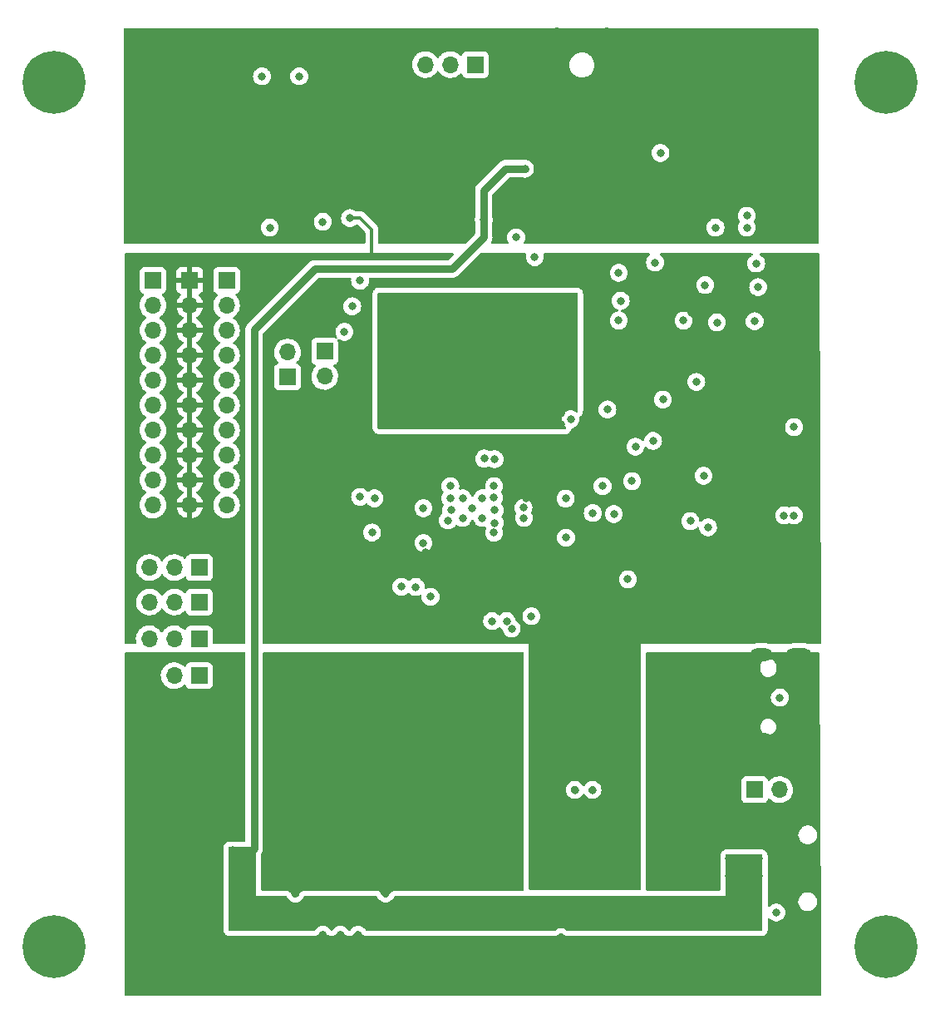
<source format=gbr>
%TF.GenerationSoftware,KiCad,Pcbnew,(6.0.7)*%
%TF.CreationDate,2023-04-27T13:47:55+08:00*%
%TF.ProjectId,Engineering 2023 UAV flight controller,456e6769-6e65-4657-9269-6e6720323032,1*%
%TF.SameCoordinates,Original*%
%TF.FileFunction,Copper,L3,Inr*%
%TF.FilePolarity,Positive*%
%FSLAX46Y46*%
G04 Gerber Fmt 4.6, Leading zero omitted, Abs format (unit mm)*
G04 Created by KiCad (PCBNEW (6.0.7)) date 2023-04-27 13:47:55*
%MOMM*%
%LPD*%
G01*
G04 APERTURE LIST*
%TA.AperFunction,ComponentPad*%
%ADD10R,1.700000X1.700000*%
%TD*%
%TA.AperFunction,ComponentPad*%
%ADD11O,1.700000X1.700000*%
%TD*%
%TA.AperFunction,ComponentPad*%
%ADD12C,0.800000*%
%TD*%
%TA.AperFunction,ComponentPad*%
%ADD13C,6.400000*%
%TD*%
%TA.AperFunction,ComponentPad*%
%ADD14O,2.300000X1.300000*%
%TD*%
%TA.AperFunction,ComponentPad*%
%ADD15O,2.600000X1.300000*%
%TD*%
%TA.AperFunction,ComponentPad*%
%ADD16C,2.500000*%
%TD*%
%TA.AperFunction,ViaPad*%
%ADD17C,0.800000*%
%TD*%
%TA.AperFunction,Conductor*%
%ADD18C,0.300000*%
%TD*%
%TA.AperFunction,Conductor*%
%ADD19C,0.750000*%
%TD*%
G04 APERTURE END LIST*
D10*
%TO.N,/Elevator Left PWM*%
%TO.C,M3*%
X124200000Y-104650000D03*
D11*
%TO.N,/Servo 6V rail*%
X121660000Y-104650000D03*
%TO.N,GND*%
X119120000Y-104650000D03*
%TD*%
D10*
%TO.N,/SWCLK*%
%TO.C,J8*%
X137000000Y-75400000D03*
D11*
%TO.N,/SWD*%
X137000000Y-77940000D03*
%TD*%
D10*
%TO.N,/External_pin_1*%
%TO.C,J6*%
X127000000Y-68175000D03*
D11*
%TO.N,/External_pin_2*%
X127000000Y-70715000D03*
%TO.N,/External_pin_3*%
X127000000Y-73255000D03*
%TO.N,/External_pin_4*%
X127000000Y-75795000D03*
%TO.N,/External_pin_5*%
X127000000Y-78335000D03*
%TO.N,/External_pin_6*%
X127000000Y-80875000D03*
%TO.N,/External_pin_7*%
X127000000Y-83415000D03*
%TO.N,/External_pin_8*%
X127000000Y-85955000D03*
%TO.N,/External_pin_9*%
X127000000Y-88495000D03*
%TO.N,/External_pin_10*%
X127000000Y-91035000D03*
%TD*%
D12*
%TO.N,GND*%
%TO.C,H2*%
X195897056Y-46302944D03*
X194200000Y-50400000D03*
X195897056Y-49697056D03*
X192502944Y-46302944D03*
X192502944Y-49697056D03*
X194200000Y-45600000D03*
D13*
X194200000Y-48000000D03*
D12*
X191800000Y-48000000D03*
X196600000Y-48000000D03*
%TD*%
%TO.N,GND*%
%TO.C,H1*%
X111097056Y-134302944D03*
X111800000Y-136000000D03*
X109400000Y-138400000D03*
X109400000Y-133600000D03*
X111097056Y-137697056D03*
D13*
X109400000Y-136000000D03*
D12*
X107702944Y-134302944D03*
X107000000Y-136000000D03*
X107702944Y-137697056D03*
%TD*%
D10*
%TO.N,GND*%
%TO.C,J7*%
X119500000Y-68170000D03*
D11*
X119500000Y-70710000D03*
X119500000Y-73250000D03*
X119500000Y-75790000D03*
X119500000Y-78330000D03*
X119500000Y-80870000D03*
X119500000Y-83410000D03*
X119500000Y-85950000D03*
X119500000Y-88490000D03*
X119500000Y-91030000D03*
%TD*%
D12*
%TO.N,GND*%
%TO.C,H4*%
X107702944Y-46302944D03*
X111097056Y-49697056D03*
X109400000Y-45600000D03*
D13*
X109400000Y-48000000D03*
D12*
X111800000Y-48000000D03*
X111097056Y-46302944D03*
X107000000Y-48000000D03*
X109400000Y-50400000D03*
X107702944Y-49697056D03*
%TD*%
D10*
%TO.N,/Aileron Left PWM*%
%TO.C,M1*%
X124225000Y-97400000D03*
D11*
%TO.N,/Servo 6V rail*%
X121685000Y-97400000D03*
%TO.N,GND*%
X119145000Y-97400000D03*
%TD*%
D10*
%TO.N,/Elevator Right PWM*%
%TO.C,M4*%
X124200000Y-108400000D03*
D11*
%TO.N,/Servo 6V rail*%
X121660000Y-108400000D03*
%TO.N,GND*%
X119120000Y-108400000D03*
%TD*%
D10*
%TO.N,/ESC PWM*%
%TO.C,J2*%
X180800000Y-120000000D03*
D11*
%TO.N,/ESC positive rail*%
X183340000Y-120000000D03*
%TO.N,GND*%
X185880000Y-120000000D03*
%TD*%
D10*
%TO.N,/Aileron Right PWM*%
%TO.C,M2*%
X124225000Y-100900000D03*
D11*
%TO.N,/Servo 6V rail*%
X121685000Y-100900000D03*
%TO.N,GND*%
X119145000Y-100900000D03*
%TD*%
D12*
%TO.N,GND*%
%TO.C,H3*%
X195897056Y-137697056D03*
X192502944Y-134302944D03*
X195897056Y-134302944D03*
X194200000Y-133600000D03*
X196600000Y-136000000D03*
D13*
X194200000Y-136000000D03*
D12*
X191800000Y-136000000D03*
X192502944Y-137697056D03*
X194200000Y-138400000D03*
%TD*%
D10*
%TO.N,/RUN*%
%TO.C,J9*%
X133200000Y-78000000D03*
D11*
%TO.N,GND*%
X133200000Y-75460000D03*
%TD*%
D14*
%TO.N,GND*%
%TO.C,J3*%
X181450000Y-114920000D03*
D15*
X185275000Y-114920000D03*
D14*
X181450000Y-106280000D03*
D15*
X185275000Y-106280000D03*
%TD*%
D10*
%TO.N,/3.3v rail*%
%TO.C,J5*%
X123250000Y-68170000D03*
D11*
X123250000Y-70710000D03*
X123250000Y-73250000D03*
X123250000Y-75790000D03*
X123250000Y-78330000D03*
X123250000Y-80870000D03*
X123250000Y-83410000D03*
X123250000Y-85950000D03*
X123250000Y-88490000D03*
X123250000Y-91030000D03*
%TD*%
D10*
%TO.N,/DIO1*%
%TO.C,J10*%
X152340000Y-46200000D03*
D11*
%TO.N,/DIO2*%
X149800000Y-46200000D03*
%TO.N,/DIO3*%
X147260000Y-46200000D03*
%TD*%
D16*
%TO.N,GND*%
%TO.C,J4*%
X160660000Y-48790000D03*
X165740000Y-43710000D03*
X160660000Y-43710000D03*
X165740000Y-48790000D03*
%TD*%
D17*
%TO.N,GND*%
X153050000Y-90350000D03*
X133400000Y-63600000D03*
X167150000Y-70250000D03*
X159800000Y-82850000D03*
X177200000Y-50600000D03*
X159050000Y-69850000D03*
X142800000Y-69850000D03*
X136800000Y-134775000D03*
X155300000Y-69850000D03*
X152050000Y-91350000D03*
X162325000Y-73925000D03*
X117800000Y-63600000D03*
X151050000Y-90350000D03*
X152800000Y-69850000D03*
X165300000Y-89100000D03*
X184800000Y-83100000D03*
X160050000Y-70300000D03*
X135600000Y-43200000D03*
X134000000Y-138575000D03*
X183800000Y-92100000D03*
X147800000Y-69850000D03*
X162300000Y-76600000D03*
X142800000Y-79850000D03*
X156600000Y-106600000D03*
X153550000Y-82850000D03*
X162300000Y-79100000D03*
X186800000Y-140400000D03*
X154800000Y-82850000D03*
X118000000Y-49800000D03*
X142800000Y-82350000D03*
X180800000Y-72324999D03*
X157800000Y-69850000D03*
X134000000Y-130575000D03*
X161675000Y-71525000D03*
X161050000Y-80500000D03*
X173850000Y-108325000D03*
X149050000Y-69850000D03*
X142800000Y-81100000D03*
X142800000Y-74850000D03*
X142800000Y-73600000D03*
X151300000Y-82850000D03*
X142800000Y-78600000D03*
X144800000Y-99350000D03*
X161050000Y-82850000D03*
X147775000Y-100375000D03*
X152400000Y-124200000D03*
X157300000Y-82850000D03*
X179000000Y-48400000D03*
X161575000Y-94350000D03*
X173850000Y-113825000D03*
X153050000Y-92350000D03*
X118600000Y-139400000D03*
X143200000Y-138575000D03*
X142075000Y-90350000D03*
X151550000Y-69850000D03*
X146275000Y-99375000D03*
X142800000Y-71100000D03*
X162300000Y-80350000D03*
X118600000Y-132600000D03*
X186200000Y-133200000D03*
X142800000Y-77350000D03*
X156050000Y-103600000D03*
X170650000Y-66350000D03*
X176950000Y-72450000D03*
X141400000Y-45200000D03*
X173800000Y-49400000D03*
X140400000Y-134775000D03*
X161675000Y-72725000D03*
X147300000Y-82850000D03*
X154050000Y-69850000D03*
X180950000Y-66450000D03*
X173550000Y-72250000D03*
X146050000Y-82850000D03*
X184850000Y-63000000D03*
X166950000Y-72250000D03*
X184800000Y-92100000D03*
X184800000Y-43200000D03*
X161050000Y-81700000D03*
X156050000Y-82850000D03*
X161075000Y-135025000D03*
X186200000Y-139400000D03*
X162475000Y-120025000D03*
X162200000Y-64000000D03*
X175600000Y-88050000D03*
X146550000Y-69850000D03*
X151050000Y-92350000D03*
X161250000Y-70300000D03*
X144800000Y-45200000D03*
X144800000Y-82850000D03*
X164275000Y-120025000D03*
X167875000Y-98600000D03*
X158550000Y-82850000D03*
X166950500Y-67400000D03*
X141825000Y-93825000D03*
X144050000Y-69850000D03*
X161550000Y-90375000D03*
X142800000Y-72350000D03*
X162325000Y-75175000D03*
X143200000Y-130575000D03*
X117400000Y-140400000D03*
X162300000Y-77850000D03*
X138600000Y-134775000D03*
X142800000Y-76100000D03*
X168000000Y-43200000D03*
X156600000Y-129600000D03*
X168300000Y-88600000D03*
X154050000Y-102850000D03*
X158050000Y-102350000D03*
X150300000Y-69850000D03*
X138600000Y-112200000D03*
X145300000Y-69850000D03*
X170400000Y-129600000D03*
X170400000Y-106600000D03*
X156550000Y-69850000D03*
X165800000Y-81300000D03*
X155525000Y-102850000D03*
X176600000Y-129600000D03*
X143550000Y-82850000D03*
%TO.N,/3.3v rail*%
X161300000Y-87100000D03*
X153050000Y-99850000D03*
X172050000Y-66350000D03*
X161000000Y-129600000D03*
X165600000Y-129600000D03*
X147300000Y-95850000D03*
X183800000Y-99600000D03*
X159525000Y-103625000D03*
X151175000Y-85725000D03*
X145550000Y-93850000D03*
X165925000Y-84900000D03*
X163400000Y-127000000D03*
X161000000Y-127000000D03*
X167150000Y-68650000D03*
X165600000Y-127000000D03*
X163250000Y-129600000D03*
X139575000Y-61825000D03*
X167225000Y-79325000D03*
X172050000Y-83300000D03*
X176550000Y-67050000D03*
X178600000Y-67524999D03*
X157550000Y-90370000D03*
X165600000Y-124200000D03*
X145825000Y-90350000D03*
X169300000Y-90600000D03*
X180825000Y-70600001D03*
X184800000Y-99600000D03*
X147575000Y-96825000D03*
X170550000Y-85850000D03*
X161000000Y-124200000D03*
X186650000Y-74900000D03*
X163250000Y-124250000D03*
X174353545Y-71450000D03*
X156550000Y-94350000D03*
%TO.N,/USB_C positive rail*%
X183360051Y-110639949D03*
X183000000Y-132500000D03*
%TO.N,/microSD_CS*%
X154320000Y-91570000D03*
X171450000Y-80300000D03*
%TO.N,/microSD_MOSI*%
X154250000Y-90300000D03*
X174850000Y-78500000D03*
%TO.N,/microSD_CLK*%
X176050000Y-93300000D03*
X157250000Y-91300000D03*
%TO.N,/microSD_MISO*%
X174250000Y-92675500D03*
X157300000Y-92350000D03*
%TO.N,/ESC PWM*%
X147050000Y-91350000D03*
X147050000Y-94900000D03*
%TO.N,/External_pin_1*%
X154300000Y-86350000D03*
X140600000Y-68200000D03*
%TO.N,/External_pin_2*%
X139800000Y-70800000D03*
X153250000Y-86300000D03*
%TO.N,/External_pin_3*%
X154250000Y-89100000D03*
X139000000Y-73400000D03*
%TO.N,/External_pin_10*%
X149800000Y-90350000D03*
X140600000Y-90200000D03*
%TO.N,/IMU_SDA*%
X166450000Y-91950000D03*
X170450000Y-84500000D03*
%TO.N,/IMU_SCL*%
X168650000Y-85100000D03*
X164300000Y-91850000D03*
%TO.N,/IMU_AUX_SDA*%
X181150000Y-68850000D03*
X175750000Y-68650000D03*
%TO.N,/NEO_RXD*%
X180000000Y-61600000D03*
X154250000Y-93850000D03*
%TO.N,/NEO_TXD*%
X154300000Y-92850000D03*
X180000000Y-62800000D03*
%TO.N,/LORA_MISO*%
X136800000Y-62200000D03*
X158400000Y-65800000D03*
%TO.N,/LORA_BUSY*%
X134400000Y-47400000D03*
X162050000Y-82300000D03*
%TO.N,/RUN*%
X149800000Y-89100000D03*
%TO.N,/LORA_RX_EN*%
X131400000Y-62800000D03*
X149866589Y-91533411D03*
%TO.N,/LORA_TX_EN*%
X149550000Y-92600000D03*
X130600000Y-47400000D03*
%TO.N,/reg in*%
X181200000Y-127000000D03*
X181200000Y-128800000D03*
X165600000Y-133800000D03*
X178200000Y-128800000D03*
X129600000Y-128800000D03*
X129600000Y-126200000D03*
X153200000Y-62000000D03*
X157400000Y-56800000D03*
X178200000Y-127000000D03*
X127600000Y-126200000D03*
X127600000Y-128800000D03*
X165600000Y-132600000D03*
%TO.N,/NEO 3.3v rail*%
X156500000Y-63800000D03*
%TO.N,/NEO_FB_TXD*%
X171200000Y-55200000D03*
X176800000Y-62800000D03*
%TD*%
D18*
%TO.N,/3.3v rail*%
X140600000Y-61800000D02*
X141800000Y-63000000D01*
X139575000Y-61825000D02*
X139600000Y-61800000D01*
X139600000Y-61800000D02*
X140600000Y-61800000D01*
X141800000Y-63000000D02*
X141800000Y-65600000D01*
D19*
%TO.N,/reg in*%
X155400000Y-56800000D02*
X157400000Y-56800000D01*
X153200000Y-63800000D02*
X153200000Y-59000000D01*
X129600000Y-126200000D02*
X129800000Y-126000000D01*
X153200000Y-59000000D02*
X155400000Y-56800000D01*
X129800000Y-73200000D02*
X136000000Y-67000000D01*
X129800000Y-126000000D02*
X129800000Y-73200000D01*
X150000000Y-67000000D02*
X153200000Y-63800000D01*
X136000000Y-67000000D02*
X150000000Y-67000000D01*
%TD*%
%TA.AperFunction,Conductor*%
%TO.N,GND*%
G36*
X162742121Y-69420002D02*
G01*
X162788614Y-69473658D01*
X162800000Y-69526000D01*
X162800000Y-81474651D01*
X162779998Y-81542772D01*
X162726342Y-81589265D01*
X162656068Y-81599369D01*
X162599940Y-81576588D01*
X162506752Y-81508882D01*
X162500724Y-81506198D01*
X162500722Y-81506197D01*
X162338319Y-81433891D01*
X162338318Y-81433891D01*
X162332288Y-81431206D01*
X162238887Y-81411353D01*
X162151944Y-81392872D01*
X162151939Y-81392872D01*
X162145487Y-81391500D01*
X161954513Y-81391500D01*
X161948061Y-81392872D01*
X161948056Y-81392872D01*
X161861113Y-81411353D01*
X161767712Y-81431206D01*
X161761682Y-81433891D01*
X161761681Y-81433891D01*
X161599278Y-81506197D01*
X161599276Y-81506198D01*
X161593248Y-81508882D01*
X161438747Y-81621134D01*
X161310960Y-81763056D01*
X161215473Y-81928444D01*
X161156458Y-82110072D01*
X161136496Y-82300000D01*
X161156458Y-82489928D01*
X161215473Y-82671556D01*
X161310960Y-82836944D01*
X161438747Y-82978866D01*
X161444089Y-82982747D01*
X161444091Y-82982749D01*
X161567023Y-83072064D01*
X161610377Y-83128286D01*
X161616452Y-83199022D01*
X161583321Y-83261814D01*
X161521501Y-83296726D01*
X161492962Y-83300000D01*
X142526000Y-83300000D01*
X142457879Y-83279998D01*
X142411386Y-83226342D01*
X142400000Y-83174000D01*
X142400000Y-69526000D01*
X142420002Y-69457879D01*
X142473658Y-69411386D01*
X142526000Y-69400000D01*
X162674000Y-69400000D01*
X162742121Y-69420002D01*
G37*
%TD.AperFunction*%
%TD*%
%TA.AperFunction,Conductor*%
%TO.N,/reg in*%
G36*
X129942121Y-125820002D02*
G01*
X129988614Y-125873658D01*
X130000000Y-125926000D01*
X130000000Y-130800000D01*
X133026310Y-130800000D01*
X133094431Y-130820002D01*
X133140924Y-130873658D01*
X133146141Y-130887060D01*
X133165473Y-130946556D01*
X133260960Y-131111944D01*
X133388747Y-131253866D01*
X133543248Y-131366118D01*
X133549276Y-131368802D01*
X133549278Y-131368803D01*
X133711681Y-131441109D01*
X133717712Y-131443794D01*
X133811113Y-131463647D01*
X133898056Y-131482128D01*
X133898061Y-131482128D01*
X133904513Y-131483500D01*
X134095487Y-131483500D01*
X134101939Y-131482128D01*
X134101944Y-131482128D01*
X134188887Y-131463647D01*
X134282288Y-131443794D01*
X134288319Y-131441109D01*
X134450722Y-131368803D01*
X134450724Y-131368802D01*
X134456752Y-131366118D01*
X134611253Y-131253866D01*
X134739040Y-131111944D01*
X134834527Y-130946556D01*
X134853858Y-130887063D01*
X134893930Y-130828458D01*
X134959327Y-130800821D01*
X134973690Y-130800000D01*
X142226310Y-130800000D01*
X142294431Y-130820002D01*
X142340924Y-130873658D01*
X142346141Y-130887060D01*
X142365473Y-130946556D01*
X142460960Y-131111944D01*
X142588747Y-131253866D01*
X142743248Y-131366118D01*
X142749276Y-131368802D01*
X142749278Y-131368803D01*
X142911681Y-131441109D01*
X142917712Y-131443794D01*
X143011113Y-131463647D01*
X143098056Y-131482128D01*
X143098061Y-131482128D01*
X143104513Y-131483500D01*
X143295487Y-131483500D01*
X143301939Y-131482128D01*
X143301944Y-131482128D01*
X143388887Y-131463647D01*
X143482288Y-131443794D01*
X143488319Y-131441109D01*
X143650722Y-131368803D01*
X143650724Y-131368802D01*
X143656752Y-131366118D01*
X143811253Y-131253866D01*
X143939040Y-131111944D01*
X144034527Y-130946556D01*
X144053858Y-130887063D01*
X144093930Y-130828458D01*
X144159327Y-130800821D01*
X144173690Y-130800000D01*
X177800000Y-130800000D01*
X177800000Y-126726000D01*
X177820002Y-126657879D01*
X177873658Y-126611386D01*
X177926000Y-126600000D01*
X181474000Y-126600000D01*
X181542121Y-126620002D01*
X181588614Y-126673658D01*
X181600000Y-126726000D01*
X181600000Y-134274000D01*
X181579998Y-134342121D01*
X181526342Y-134388614D01*
X181474000Y-134400000D01*
X161790852Y-134400000D01*
X161722731Y-134379998D01*
X161697215Y-134358309D01*
X161690674Y-134351044D01*
X161686253Y-134346134D01*
X161531752Y-134233882D01*
X161525724Y-134231198D01*
X161525722Y-134231197D01*
X161363319Y-134158891D01*
X161363318Y-134158891D01*
X161357288Y-134156206D01*
X161263887Y-134136353D01*
X161176944Y-134117872D01*
X161176939Y-134117872D01*
X161170487Y-134116500D01*
X160979513Y-134116500D01*
X160973061Y-134117872D01*
X160973056Y-134117872D01*
X160886113Y-134136353D01*
X160792712Y-134156206D01*
X160786682Y-134158891D01*
X160786681Y-134158891D01*
X160624278Y-134231197D01*
X160624276Y-134231198D01*
X160618248Y-134233882D01*
X160463747Y-134346134D01*
X160459326Y-134351044D01*
X160452785Y-134358309D01*
X160392340Y-134395550D01*
X160359148Y-134400000D01*
X141305285Y-134400000D01*
X141237164Y-134379998D01*
X141196166Y-134337001D01*
X141142341Y-134243774D01*
X141139040Y-134238056D01*
X141011253Y-134096134D01*
X140856752Y-133983882D01*
X140850724Y-133981198D01*
X140850722Y-133981197D01*
X140688319Y-133908891D01*
X140688318Y-133908891D01*
X140682288Y-133906206D01*
X140588888Y-133886353D01*
X140501944Y-133867872D01*
X140501939Y-133867872D01*
X140495487Y-133866500D01*
X140304513Y-133866500D01*
X140298061Y-133867872D01*
X140298056Y-133867872D01*
X140211112Y-133886353D01*
X140117712Y-133906206D01*
X140111682Y-133908891D01*
X140111681Y-133908891D01*
X139949278Y-133981197D01*
X139949276Y-133981198D01*
X139943248Y-133983882D01*
X139788747Y-134096134D01*
X139660960Y-134238056D01*
X139657659Y-134243774D01*
X139609119Y-134327847D01*
X139557736Y-134376840D01*
X139488023Y-134390276D01*
X139422112Y-134363890D01*
X139390881Y-134327847D01*
X139342341Y-134243774D01*
X139339040Y-134238056D01*
X139211253Y-134096134D01*
X139056752Y-133983882D01*
X139050724Y-133981198D01*
X139050722Y-133981197D01*
X138888319Y-133908891D01*
X138888318Y-133908891D01*
X138882288Y-133906206D01*
X138788888Y-133886353D01*
X138701944Y-133867872D01*
X138701939Y-133867872D01*
X138695487Y-133866500D01*
X138504513Y-133866500D01*
X138498061Y-133867872D01*
X138498056Y-133867872D01*
X138411112Y-133886353D01*
X138317712Y-133906206D01*
X138311682Y-133908891D01*
X138311681Y-133908891D01*
X138149278Y-133981197D01*
X138149276Y-133981198D01*
X138143248Y-133983882D01*
X137988747Y-134096134D01*
X137860960Y-134238056D01*
X137857659Y-134243774D01*
X137809119Y-134327847D01*
X137757736Y-134376840D01*
X137688023Y-134390276D01*
X137622112Y-134363890D01*
X137590881Y-134327847D01*
X137542341Y-134243774D01*
X137539040Y-134238056D01*
X137411253Y-134096134D01*
X137256752Y-133983882D01*
X137250724Y-133981198D01*
X137250722Y-133981197D01*
X137088319Y-133908891D01*
X137088318Y-133908891D01*
X137082288Y-133906206D01*
X136988888Y-133886353D01*
X136901944Y-133867872D01*
X136901939Y-133867872D01*
X136895487Y-133866500D01*
X136704513Y-133866500D01*
X136698061Y-133867872D01*
X136698056Y-133867872D01*
X136611112Y-133886353D01*
X136517712Y-133906206D01*
X136511682Y-133908891D01*
X136511681Y-133908891D01*
X136349278Y-133981197D01*
X136349276Y-133981198D01*
X136343248Y-133983882D01*
X136188747Y-134096134D01*
X136060960Y-134238056D01*
X136057659Y-134243774D01*
X136003834Y-134337001D01*
X135952451Y-134385994D01*
X135894715Y-134400000D01*
X127326000Y-134400000D01*
X127257879Y-134379998D01*
X127211386Y-134326342D01*
X127200000Y-134274000D01*
X127200000Y-125926000D01*
X127220002Y-125857879D01*
X127273658Y-125811386D01*
X127326000Y-125800000D01*
X129874000Y-125800000D01*
X129942121Y-125820002D01*
G37*
%TD.AperFunction*%
%TD*%
%TA.AperFunction,Conductor*%
%TO.N,/3.3v rail*%
G36*
X157469412Y-65420002D02*
G01*
X157515905Y-65473658D01*
X157526009Y-65543932D01*
X157521126Y-65564930D01*
X157506458Y-65610072D01*
X157486496Y-65800000D01*
X157487186Y-65806565D01*
X157498980Y-65918774D01*
X157506458Y-65989928D01*
X157565473Y-66171556D01*
X157568776Y-66177278D01*
X157568777Y-66177279D01*
X157575219Y-66188436D01*
X157660960Y-66336944D01*
X157665378Y-66341851D01*
X157665379Y-66341852D01*
X157732521Y-66416421D01*
X157788747Y-66478866D01*
X157943248Y-66591118D01*
X157949276Y-66593802D01*
X157949278Y-66593803D01*
X158066978Y-66646206D01*
X158117712Y-66668794D01*
X158211112Y-66688647D01*
X158298056Y-66707128D01*
X158298061Y-66707128D01*
X158304513Y-66708500D01*
X158495487Y-66708500D01*
X158501939Y-66707128D01*
X158501944Y-66707128D01*
X158588888Y-66688647D01*
X158682288Y-66668794D01*
X158733022Y-66646206D01*
X158850722Y-66593803D01*
X158850724Y-66593802D01*
X158856752Y-66591118D01*
X159011253Y-66478866D01*
X159067479Y-66416421D01*
X159134621Y-66341852D01*
X159134622Y-66341851D01*
X159139040Y-66336944D01*
X159224781Y-66188436D01*
X159231223Y-66177279D01*
X159231224Y-66177278D01*
X159234527Y-66171556D01*
X159293542Y-65989928D01*
X159301021Y-65918774D01*
X159312814Y-65806565D01*
X159313504Y-65800000D01*
X159293542Y-65610072D01*
X159278876Y-65564935D01*
X159276848Y-65493970D01*
X159313510Y-65433171D01*
X159377222Y-65401846D01*
X159398709Y-65400000D01*
X170024143Y-65400000D01*
X170092264Y-65420002D01*
X170138757Y-65473658D01*
X170148861Y-65543932D01*
X170119367Y-65608512D01*
X170098204Y-65627936D01*
X170050269Y-65662763D01*
X170038747Y-65671134D01*
X170034326Y-65676044D01*
X170034325Y-65676045D01*
X169916805Y-65806565D01*
X169910960Y-65813056D01*
X169815473Y-65978444D01*
X169756458Y-66160072D01*
X169755768Y-66166633D01*
X169755768Y-66166635D01*
X169746486Y-66254953D01*
X169736496Y-66350000D01*
X169737186Y-66356565D01*
X169742898Y-66410907D01*
X169756458Y-66539928D01*
X169815473Y-66721556D01*
X169910960Y-66886944D01*
X169915378Y-66891851D01*
X169915379Y-66891852D01*
X169995852Y-66981226D01*
X170038747Y-67028866D01*
X170137843Y-67100864D01*
X170176385Y-67128866D01*
X170193248Y-67141118D01*
X170199276Y-67143802D01*
X170199278Y-67143803D01*
X170361681Y-67216109D01*
X170367712Y-67218794D01*
X170454479Y-67237237D01*
X170548056Y-67257128D01*
X170548061Y-67257128D01*
X170554513Y-67258500D01*
X170745487Y-67258500D01*
X170751939Y-67257128D01*
X170751944Y-67257128D01*
X170845521Y-67237237D01*
X170932288Y-67218794D01*
X170938319Y-67216109D01*
X171100722Y-67143803D01*
X171100724Y-67143802D01*
X171106752Y-67141118D01*
X171123616Y-67128866D01*
X171162157Y-67100864D01*
X171261253Y-67028866D01*
X171304148Y-66981226D01*
X171384621Y-66891852D01*
X171384622Y-66891851D01*
X171389040Y-66886944D01*
X171484527Y-66721556D01*
X171543542Y-66539928D01*
X171557103Y-66410907D01*
X171562814Y-66356565D01*
X171563504Y-66350000D01*
X171553514Y-66254953D01*
X171544232Y-66166635D01*
X171544232Y-66166633D01*
X171543542Y-66160072D01*
X171484527Y-65978444D01*
X171389040Y-65813056D01*
X171383196Y-65806565D01*
X171265675Y-65676045D01*
X171265674Y-65676044D01*
X171261253Y-65671134D01*
X171249732Y-65662763D01*
X171201796Y-65627936D01*
X171158442Y-65571714D01*
X171152367Y-65500978D01*
X171185498Y-65438186D01*
X171247318Y-65403275D01*
X171275857Y-65400000D01*
X180481922Y-65400000D01*
X180550043Y-65420002D01*
X180596536Y-65473658D01*
X180606640Y-65543932D01*
X180577146Y-65608512D01*
X180533171Y-65641107D01*
X180499278Y-65656197D01*
X180499276Y-65656198D01*
X180493248Y-65658882D01*
X180487907Y-65662762D01*
X180487906Y-65662763D01*
X180469625Y-65676045D01*
X180338747Y-65771134D01*
X180210960Y-65913056D01*
X180115473Y-66078444D01*
X180056458Y-66260072D01*
X180055768Y-66266633D01*
X180055768Y-66266635D01*
X180048011Y-66340441D01*
X180036496Y-66450000D01*
X180037186Y-66456565D01*
X180046608Y-66546206D01*
X180056458Y-66639928D01*
X180115473Y-66821556D01*
X180118776Y-66827278D01*
X180118777Y-66827279D01*
X180149924Y-66881226D01*
X180210960Y-66986944D01*
X180338747Y-67128866D01*
X180493248Y-67241118D01*
X180499276Y-67243802D01*
X180499278Y-67243803D01*
X180581214Y-67280283D01*
X180667712Y-67318794D01*
X180761112Y-67338647D01*
X180848056Y-67357128D01*
X180848061Y-67357128D01*
X180854513Y-67358500D01*
X181045487Y-67358500D01*
X181051939Y-67357128D01*
X181051944Y-67357128D01*
X181138888Y-67338647D01*
X181232288Y-67318794D01*
X181318786Y-67280283D01*
X181400722Y-67243803D01*
X181400724Y-67243802D01*
X181406752Y-67241118D01*
X181561253Y-67128866D01*
X181689040Y-66986944D01*
X181750076Y-66881226D01*
X181781223Y-66827279D01*
X181781224Y-66827278D01*
X181784527Y-66821556D01*
X181843542Y-66639928D01*
X181853393Y-66546206D01*
X181862814Y-66456565D01*
X181863504Y-66450000D01*
X181851989Y-66340441D01*
X181844232Y-66266635D01*
X181844232Y-66266633D01*
X181843542Y-66260072D01*
X181784527Y-66078444D01*
X181689040Y-65913056D01*
X181561253Y-65771134D01*
X181430375Y-65676045D01*
X181412094Y-65662763D01*
X181412093Y-65662762D01*
X181406752Y-65658882D01*
X181400724Y-65656198D01*
X181400722Y-65656197D01*
X181366829Y-65641107D01*
X181312733Y-65595126D01*
X181292084Y-65527199D01*
X181311437Y-65458891D01*
X181364647Y-65411890D01*
X181418078Y-65400000D01*
X187274632Y-65400000D01*
X187342753Y-65420002D01*
X187389246Y-65473658D01*
X187400630Y-65525367D01*
X187596519Y-104507128D01*
X187599364Y-105073367D01*
X187579705Y-105141587D01*
X187526284Y-105188349D01*
X187473366Y-105200000D01*
X186372923Y-105200000D01*
X186335560Y-105194332D01*
X186166898Y-105141961D01*
X185994018Y-105121500D01*
X184570987Y-105121500D01*
X184485355Y-105129368D01*
X184418730Y-105135490D01*
X184418727Y-105135491D01*
X184412976Y-105136019D01*
X184407417Y-105137587D01*
X184407416Y-105137587D01*
X184356982Y-105151811D01*
X184208052Y-105193814D01*
X184207823Y-105193001D01*
X184170060Y-105200000D01*
X182397923Y-105200000D01*
X182360560Y-105194332D01*
X182191898Y-105141961D01*
X182019018Y-105121500D01*
X180895987Y-105121500D01*
X180810355Y-105129368D01*
X180743730Y-105135490D01*
X180743727Y-105135491D01*
X180737976Y-105136019D01*
X180732417Y-105137587D01*
X180732416Y-105137587D01*
X180681982Y-105151811D01*
X180533052Y-105193814D01*
X180532823Y-105193001D01*
X180495060Y-105200000D01*
X169200000Y-105200000D01*
X169200000Y-130074000D01*
X169179998Y-130142121D01*
X169126342Y-130188614D01*
X169074000Y-130200000D01*
X157926000Y-130200000D01*
X157857879Y-130179998D01*
X157811386Y-130126342D01*
X157800000Y-130074000D01*
X157800000Y-120025000D01*
X161561496Y-120025000D01*
X161581458Y-120214928D01*
X161640473Y-120396556D01*
X161643776Y-120402278D01*
X161643777Y-120402279D01*
X161677686Y-120461010D01*
X161735960Y-120561944D01*
X161740378Y-120566851D01*
X161740379Y-120566852D01*
X161859325Y-120698955D01*
X161863747Y-120703866D01*
X161962843Y-120775864D01*
X162003067Y-120805088D01*
X162018248Y-120816118D01*
X162024276Y-120818802D01*
X162024278Y-120818803D01*
X162169566Y-120883489D01*
X162192712Y-120893794D01*
X162286112Y-120913647D01*
X162373056Y-120932128D01*
X162373061Y-120932128D01*
X162379513Y-120933500D01*
X162570487Y-120933500D01*
X162576939Y-120932128D01*
X162576944Y-120932128D01*
X162663888Y-120913647D01*
X162757288Y-120893794D01*
X162780434Y-120883489D01*
X162925722Y-120818803D01*
X162925724Y-120818802D01*
X162931752Y-120816118D01*
X162946934Y-120805088D01*
X162987157Y-120775864D01*
X163086253Y-120703866D01*
X163090675Y-120698955D01*
X163209621Y-120566852D01*
X163209622Y-120566851D01*
X163214040Y-120561944D01*
X163265881Y-120472153D01*
X163317264Y-120423160D01*
X163386977Y-120409724D01*
X163452888Y-120436110D01*
X163484119Y-120472153D01*
X163535960Y-120561944D01*
X163540378Y-120566851D01*
X163540379Y-120566852D01*
X163659325Y-120698955D01*
X163663747Y-120703866D01*
X163762843Y-120775864D01*
X163803067Y-120805088D01*
X163818248Y-120816118D01*
X163824276Y-120818802D01*
X163824278Y-120818803D01*
X163969566Y-120883489D01*
X163992712Y-120893794D01*
X164086112Y-120913647D01*
X164173056Y-120932128D01*
X164173061Y-120932128D01*
X164179513Y-120933500D01*
X164370487Y-120933500D01*
X164376939Y-120932128D01*
X164376944Y-120932128D01*
X164463888Y-120913647D01*
X164557288Y-120893794D01*
X164580434Y-120883489D01*
X164725722Y-120818803D01*
X164725724Y-120818802D01*
X164731752Y-120816118D01*
X164746934Y-120805088D01*
X164787157Y-120775864D01*
X164886253Y-120703866D01*
X164890675Y-120698955D01*
X165009621Y-120566852D01*
X165009622Y-120566851D01*
X165014040Y-120561944D01*
X165072314Y-120461010D01*
X165106223Y-120402279D01*
X165106224Y-120402278D01*
X165109527Y-120396556D01*
X165168542Y-120214928D01*
X165188504Y-120025000D01*
X165168542Y-119835072D01*
X165109527Y-119653444D01*
X165101925Y-119640276D01*
X165017341Y-119493774D01*
X165014040Y-119488056D01*
X164886253Y-119346134D01*
X164731752Y-119233882D01*
X164725724Y-119231198D01*
X164725722Y-119231197D01*
X164563319Y-119158891D01*
X164563318Y-119158891D01*
X164557288Y-119156206D01*
X164463887Y-119136353D01*
X164376944Y-119117872D01*
X164376939Y-119117872D01*
X164370487Y-119116500D01*
X164179513Y-119116500D01*
X164173061Y-119117872D01*
X164173056Y-119117872D01*
X164086113Y-119136353D01*
X163992712Y-119156206D01*
X163986682Y-119158891D01*
X163986681Y-119158891D01*
X163824278Y-119231197D01*
X163824276Y-119231198D01*
X163818248Y-119233882D01*
X163663747Y-119346134D01*
X163535960Y-119488056D01*
X163532659Y-119493774D01*
X163484119Y-119577847D01*
X163432736Y-119626840D01*
X163363023Y-119640276D01*
X163297112Y-119613890D01*
X163265881Y-119577847D01*
X163217341Y-119493774D01*
X163214040Y-119488056D01*
X163086253Y-119346134D01*
X162931752Y-119233882D01*
X162925724Y-119231198D01*
X162925722Y-119231197D01*
X162763319Y-119158891D01*
X162763318Y-119158891D01*
X162757288Y-119156206D01*
X162663887Y-119136353D01*
X162576944Y-119117872D01*
X162576939Y-119117872D01*
X162570487Y-119116500D01*
X162379513Y-119116500D01*
X162373061Y-119117872D01*
X162373056Y-119117872D01*
X162286113Y-119136353D01*
X162192712Y-119156206D01*
X162186682Y-119158891D01*
X162186681Y-119158891D01*
X162024278Y-119231197D01*
X162024276Y-119231198D01*
X162018248Y-119233882D01*
X161863747Y-119346134D01*
X161735960Y-119488056D01*
X161732659Y-119493774D01*
X161648076Y-119640276D01*
X161640473Y-119653444D01*
X161581458Y-119835072D01*
X161561496Y-120025000D01*
X157800000Y-120025000D01*
X157800000Y-105200000D01*
X130809500Y-105200000D01*
X130741379Y-105179998D01*
X130694886Y-105126342D01*
X130683500Y-105074000D01*
X130683500Y-102850000D01*
X153136496Y-102850000D01*
X153137186Y-102856565D01*
X153144489Y-102926045D01*
X153156458Y-103039928D01*
X153215473Y-103221556D01*
X153218776Y-103227278D01*
X153218777Y-103227279D01*
X153236803Y-103258500D01*
X153310960Y-103386944D01*
X153315378Y-103391851D01*
X153315379Y-103391852D01*
X153423652Y-103512101D01*
X153438747Y-103528866D01*
X153593248Y-103641118D01*
X153599276Y-103643802D01*
X153599278Y-103643803D01*
X153753521Y-103712476D01*
X153767712Y-103718794D01*
X153861112Y-103738647D01*
X153948056Y-103757128D01*
X153948061Y-103757128D01*
X153954513Y-103758500D01*
X154145487Y-103758500D01*
X154151939Y-103757128D01*
X154151944Y-103757128D01*
X154238888Y-103738647D01*
X154332288Y-103718794D01*
X154346479Y-103712476D01*
X154500722Y-103643803D01*
X154500724Y-103643802D01*
X154506752Y-103641118D01*
X154661253Y-103528866D01*
X154693865Y-103492646D01*
X154754310Y-103455408D01*
X154825294Y-103456760D01*
X154881135Y-103492646D01*
X154913747Y-103528866D01*
X155068248Y-103641118D01*
X155074278Y-103643803D01*
X155074282Y-103643805D01*
X155077927Y-103645428D01*
X155079693Y-103646929D01*
X155080001Y-103647107D01*
X155079968Y-103647163D01*
X155132021Y-103691410D01*
X155151984Y-103747362D01*
X155153155Y-103758500D01*
X155156458Y-103789928D01*
X155215473Y-103971556D01*
X155218776Y-103977278D01*
X155218777Y-103977279D01*
X155233507Y-104002792D01*
X155310960Y-104136944D01*
X155315378Y-104141851D01*
X155315379Y-104141852D01*
X155349102Y-104179305D01*
X155438747Y-104278866D01*
X155593248Y-104391118D01*
X155599276Y-104393802D01*
X155599278Y-104393803D01*
X155601001Y-104394570D01*
X155767712Y-104468794D01*
X155861113Y-104488647D01*
X155948056Y-104507128D01*
X155948061Y-104507128D01*
X155954513Y-104508500D01*
X156145487Y-104508500D01*
X156151939Y-104507128D01*
X156151944Y-104507128D01*
X156238887Y-104488647D01*
X156332288Y-104468794D01*
X156498999Y-104394570D01*
X156500722Y-104393803D01*
X156500724Y-104393802D01*
X156506752Y-104391118D01*
X156661253Y-104278866D01*
X156750898Y-104179305D01*
X156784621Y-104141852D01*
X156784622Y-104141851D01*
X156789040Y-104136944D01*
X156866493Y-104002792D01*
X156881223Y-103977279D01*
X156881224Y-103977278D01*
X156884527Y-103971556D01*
X156943542Y-103789928D01*
X156946990Y-103757128D01*
X156962814Y-103606565D01*
X156963504Y-103600000D01*
X156955512Y-103523959D01*
X156944232Y-103416635D01*
X156944232Y-103416633D01*
X156943542Y-103410072D01*
X156884527Y-103228444D01*
X156877406Y-103216109D01*
X156834109Y-103141118D01*
X156789040Y-103063056D01*
X156768216Y-103039928D01*
X156665675Y-102926045D01*
X156665674Y-102926044D01*
X156661253Y-102921134D01*
X156506752Y-102808882D01*
X156500722Y-102806197D01*
X156500718Y-102806195D01*
X156497073Y-102804572D01*
X156495307Y-102803071D01*
X156494999Y-102802893D01*
X156495032Y-102802837D01*
X156442979Y-102758590D01*
X156423016Y-102702638D01*
X156419232Y-102666636D01*
X156419232Y-102666635D01*
X156418542Y-102660072D01*
X156359527Y-102478444D01*
X156285370Y-102350000D01*
X157136496Y-102350000D01*
X157156458Y-102539928D01*
X157215473Y-102721556D01*
X157310960Y-102886944D01*
X157315378Y-102891851D01*
X157315379Y-102891852D01*
X157434325Y-103023955D01*
X157438747Y-103028866D01*
X157593248Y-103141118D01*
X157599276Y-103143802D01*
X157599278Y-103143803D01*
X157759799Y-103215271D01*
X157767712Y-103218794D01*
X157842680Y-103234729D01*
X157948056Y-103257128D01*
X157948061Y-103257128D01*
X157954513Y-103258500D01*
X158145487Y-103258500D01*
X158151939Y-103257128D01*
X158151944Y-103257128D01*
X158257320Y-103234729D01*
X158332288Y-103218794D01*
X158340201Y-103215271D01*
X158500722Y-103143803D01*
X158500724Y-103143802D01*
X158506752Y-103141118D01*
X158661253Y-103028866D01*
X158665675Y-103023955D01*
X158784621Y-102891852D01*
X158784622Y-102891851D01*
X158789040Y-102886944D01*
X158884527Y-102721556D01*
X158943542Y-102539928D01*
X158963504Y-102350000D01*
X158948688Y-102209030D01*
X158944232Y-102166635D01*
X158944232Y-102166633D01*
X158943542Y-102160072D01*
X158884527Y-101978444D01*
X158864740Y-101944171D01*
X158824190Y-101873938D01*
X158789040Y-101813056D01*
X158765703Y-101787137D01*
X158665675Y-101676045D01*
X158665674Y-101676044D01*
X158661253Y-101671134D01*
X158506752Y-101558882D01*
X158500724Y-101556198D01*
X158500722Y-101556197D01*
X158338319Y-101483891D01*
X158338318Y-101483891D01*
X158332288Y-101481206D01*
X158238887Y-101461353D01*
X158151944Y-101442872D01*
X158151939Y-101442872D01*
X158145487Y-101441500D01*
X157954513Y-101441500D01*
X157948061Y-101442872D01*
X157948056Y-101442872D01*
X157861112Y-101461353D01*
X157767712Y-101481206D01*
X157761682Y-101483891D01*
X157761681Y-101483891D01*
X157599278Y-101556197D01*
X157599276Y-101556198D01*
X157593248Y-101558882D01*
X157438747Y-101671134D01*
X157434326Y-101676044D01*
X157434325Y-101676045D01*
X157334298Y-101787137D01*
X157310960Y-101813056D01*
X157275810Y-101873938D01*
X157235261Y-101944171D01*
X157215473Y-101978444D01*
X157156458Y-102160072D01*
X157155768Y-102166633D01*
X157155768Y-102166635D01*
X157151312Y-102209030D01*
X157136496Y-102350000D01*
X156285370Y-102350000D01*
X156264040Y-102313056D01*
X156217677Y-102261564D01*
X156140675Y-102176045D01*
X156140671Y-102176041D01*
X156136253Y-102171134D01*
X155981752Y-102058882D01*
X155975724Y-102056198D01*
X155975722Y-102056197D01*
X155813319Y-101983891D01*
X155813318Y-101983891D01*
X155807288Y-101981206D01*
X155713887Y-101961353D01*
X155626944Y-101942872D01*
X155626939Y-101942872D01*
X155620487Y-101941500D01*
X155429513Y-101941500D01*
X155423061Y-101942872D01*
X155423056Y-101942872D01*
X155336113Y-101961353D01*
X155242712Y-101981206D01*
X155236682Y-101983891D01*
X155236681Y-101983891D01*
X155074278Y-102056197D01*
X155074276Y-102056198D01*
X155068248Y-102058882D01*
X154913747Y-102171134D01*
X154881135Y-102207354D01*
X154820690Y-102244592D01*
X154749706Y-102243240D01*
X154693865Y-102207354D01*
X154661253Y-102171134D01*
X154506752Y-102058882D01*
X154500724Y-102056198D01*
X154500722Y-102056197D01*
X154338319Y-101983891D01*
X154338318Y-101983891D01*
X154332288Y-101981206D01*
X154238887Y-101961353D01*
X154151944Y-101942872D01*
X154151939Y-101942872D01*
X154145487Y-101941500D01*
X153954513Y-101941500D01*
X153948061Y-101942872D01*
X153948056Y-101942872D01*
X153861113Y-101961353D01*
X153767712Y-101981206D01*
X153761682Y-101983891D01*
X153761681Y-101983891D01*
X153599278Y-102056197D01*
X153599276Y-102056198D01*
X153593248Y-102058882D01*
X153438747Y-102171134D01*
X153434329Y-102176041D01*
X153434325Y-102176045D01*
X153357324Y-102261564D01*
X153310960Y-102313056D01*
X153215473Y-102478444D01*
X153156458Y-102660072D01*
X153136496Y-102850000D01*
X130683500Y-102850000D01*
X130683500Y-99350000D01*
X143886496Y-99350000D01*
X143887186Y-99356565D01*
X143903011Y-99507128D01*
X143906458Y-99539928D01*
X143965473Y-99721556D01*
X144060960Y-99886944D01*
X144065378Y-99891851D01*
X144065379Y-99891852D01*
X144072579Y-99899848D01*
X144188747Y-100028866D01*
X144343248Y-100141118D01*
X144349276Y-100143802D01*
X144349278Y-100143803D01*
X144486054Y-100204699D01*
X144517712Y-100218794D01*
X144611112Y-100238647D01*
X144698056Y-100257128D01*
X144698061Y-100257128D01*
X144704513Y-100258500D01*
X144895487Y-100258500D01*
X144901939Y-100257128D01*
X144901944Y-100257128D01*
X144988887Y-100238647D01*
X145082288Y-100218794D01*
X145113946Y-100204699D01*
X145250722Y-100143803D01*
X145250724Y-100143802D01*
X145256752Y-100141118D01*
X145411253Y-100028866D01*
X145432610Y-100005147D01*
X145493053Y-99967908D01*
X145564037Y-99969259D01*
X145619879Y-100005146D01*
X145663747Y-100053866D01*
X145762843Y-100125864D01*
X145783839Y-100141118D01*
X145818248Y-100166118D01*
X145824276Y-100168802D01*
X145824278Y-100168803D01*
X145954273Y-100226680D01*
X145992712Y-100243794D01*
X146086113Y-100263647D01*
X146173056Y-100282128D01*
X146173061Y-100282128D01*
X146179513Y-100283500D01*
X146370487Y-100283500D01*
X146376939Y-100282128D01*
X146376944Y-100282128D01*
X146463887Y-100263647D01*
X146557288Y-100243794D01*
X146691528Y-100184027D01*
X146761893Y-100174593D01*
X146826190Y-100204699D01*
X146864003Y-100264788D01*
X146868085Y-100312303D01*
X146862186Y-100368433D01*
X146861496Y-100375000D01*
X146881458Y-100564928D01*
X146940473Y-100746556D01*
X147035960Y-100911944D01*
X147163747Y-101053866D01*
X147318248Y-101166118D01*
X147324276Y-101168802D01*
X147324278Y-101168803D01*
X147486681Y-101241109D01*
X147492712Y-101243794D01*
X147586113Y-101263647D01*
X147673056Y-101282128D01*
X147673061Y-101282128D01*
X147679513Y-101283500D01*
X147870487Y-101283500D01*
X147876939Y-101282128D01*
X147876944Y-101282128D01*
X147963888Y-101263647D01*
X148057288Y-101243794D01*
X148063319Y-101241109D01*
X148225722Y-101168803D01*
X148225724Y-101168802D01*
X148231752Y-101166118D01*
X148386253Y-101053866D01*
X148514040Y-100911944D01*
X148609527Y-100746556D01*
X148668542Y-100564928D01*
X148688504Y-100375000D01*
X148678743Y-100282128D01*
X148669232Y-100191635D01*
X148669232Y-100191633D01*
X148668542Y-100185072D01*
X148609527Y-100003444D01*
X148600705Y-99988163D01*
X148545099Y-99891852D01*
X148514040Y-99838056D01*
X148386253Y-99696134D01*
X148231752Y-99583882D01*
X148225724Y-99581198D01*
X148225722Y-99581197D01*
X148063319Y-99508891D01*
X148063318Y-99508891D01*
X148057288Y-99506206D01*
X147958520Y-99485212D01*
X147876944Y-99467872D01*
X147876939Y-99467872D01*
X147870487Y-99466500D01*
X147679513Y-99466500D01*
X147673061Y-99467872D01*
X147673056Y-99467872D01*
X147591480Y-99485212D01*
X147492712Y-99506206D01*
X147358472Y-99565973D01*
X147288107Y-99575407D01*
X147223810Y-99545301D01*
X147185997Y-99485212D01*
X147181915Y-99437697D01*
X147187814Y-99381567D01*
X147187814Y-99381565D01*
X147188504Y-99375000D01*
X147168542Y-99185072D01*
X147109527Y-99003444D01*
X147091117Y-98971556D01*
X147017341Y-98843774D01*
X147014040Y-98838056D01*
X147003369Y-98826204D01*
X146890675Y-98701045D01*
X146890674Y-98701044D01*
X146886253Y-98696134D01*
X146762306Y-98606081D01*
X146753936Y-98600000D01*
X166961496Y-98600000D01*
X166962186Y-98606565D01*
X166977535Y-98752598D01*
X166981458Y-98789928D01*
X167040473Y-98971556D01*
X167043776Y-98977278D01*
X167043777Y-98977279D01*
X167062512Y-99009729D01*
X167135960Y-99136944D01*
X167140378Y-99141851D01*
X167140379Y-99141852D01*
X167185204Y-99191635D01*
X167263747Y-99278866D01*
X167352618Y-99343435D01*
X167396064Y-99375000D01*
X167418248Y-99391118D01*
X167424276Y-99393802D01*
X167424278Y-99393803D01*
X167586681Y-99466109D01*
X167592712Y-99468794D01*
X167686112Y-99488647D01*
X167773056Y-99507128D01*
X167773061Y-99507128D01*
X167779513Y-99508500D01*
X167970487Y-99508500D01*
X167976939Y-99507128D01*
X167976944Y-99507128D01*
X168063888Y-99488647D01*
X168157288Y-99468794D01*
X168163319Y-99466109D01*
X168325722Y-99393803D01*
X168325724Y-99393802D01*
X168331752Y-99391118D01*
X168353937Y-99375000D01*
X168397382Y-99343435D01*
X168486253Y-99278866D01*
X168564796Y-99191635D01*
X168609621Y-99141852D01*
X168609622Y-99141851D01*
X168614040Y-99136944D01*
X168687488Y-99009729D01*
X168706223Y-98977279D01*
X168706224Y-98977278D01*
X168709527Y-98971556D01*
X168768542Y-98789928D01*
X168772466Y-98752598D01*
X168787814Y-98606565D01*
X168788504Y-98600000D01*
X168779742Y-98516632D01*
X168769232Y-98416635D01*
X168769232Y-98416633D01*
X168768542Y-98410072D01*
X168709527Y-98228444D01*
X168696043Y-98205088D01*
X168672314Y-98163990D01*
X168614040Y-98063056D01*
X168570425Y-98014616D01*
X168490675Y-97926045D01*
X168490674Y-97926044D01*
X168486253Y-97921134D01*
X168331752Y-97808882D01*
X168325724Y-97806198D01*
X168325722Y-97806197D01*
X168163319Y-97733891D01*
X168163318Y-97733891D01*
X168157288Y-97731206D01*
X168063887Y-97711353D01*
X167976944Y-97692872D01*
X167976939Y-97692872D01*
X167970487Y-97691500D01*
X167779513Y-97691500D01*
X167773061Y-97692872D01*
X167773056Y-97692872D01*
X167686113Y-97711353D01*
X167592712Y-97731206D01*
X167586682Y-97733891D01*
X167586681Y-97733891D01*
X167424278Y-97806197D01*
X167424276Y-97806198D01*
X167418248Y-97808882D01*
X167263747Y-97921134D01*
X167259326Y-97926044D01*
X167259325Y-97926045D01*
X167179576Y-98014616D01*
X167135960Y-98063056D01*
X167077686Y-98163990D01*
X167053958Y-98205088D01*
X167040473Y-98228444D01*
X166981458Y-98410072D01*
X166980768Y-98416633D01*
X166980768Y-98416635D01*
X166970258Y-98516632D01*
X166961496Y-98600000D01*
X146753936Y-98600000D01*
X146737094Y-98587763D01*
X146737093Y-98587762D01*
X146731752Y-98583882D01*
X146725724Y-98581198D01*
X146725722Y-98581197D01*
X146563319Y-98508891D01*
X146563318Y-98508891D01*
X146557288Y-98506206D01*
X146452305Y-98483891D01*
X146376944Y-98467872D01*
X146376939Y-98467872D01*
X146370487Y-98466500D01*
X146179513Y-98466500D01*
X146173061Y-98467872D01*
X146173056Y-98467872D01*
X146097695Y-98483891D01*
X145992712Y-98506206D01*
X145986682Y-98508891D01*
X145986681Y-98508891D01*
X145824278Y-98581197D01*
X145824276Y-98581198D01*
X145818248Y-98583882D01*
X145812907Y-98587762D01*
X145812906Y-98587763D01*
X145755683Y-98629338D01*
X145663747Y-98696134D01*
X145642391Y-98719852D01*
X145581947Y-98757092D01*
X145510963Y-98755741D01*
X145455121Y-98719854D01*
X145411253Y-98671134D01*
X145296503Y-98587763D01*
X145262094Y-98562763D01*
X145262093Y-98562762D01*
X145256752Y-98558882D01*
X145250724Y-98556198D01*
X145250722Y-98556197D01*
X145088319Y-98483891D01*
X145088318Y-98483891D01*
X145082288Y-98481206D01*
X144988888Y-98461353D01*
X144901944Y-98442872D01*
X144901939Y-98442872D01*
X144895487Y-98441500D01*
X144704513Y-98441500D01*
X144698061Y-98442872D01*
X144698056Y-98442872D01*
X144611112Y-98461353D01*
X144517712Y-98481206D01*
X144511682Y-98483891D01*
X144511681Y-98483891D01*
X144349278Y-98556197D01*
X144349276Y-98556198D01*
X144343248Y-98558882D01*
X144337907Y-98562762D01*
X144337906Y-98562763D01*
X144303497Y-98587763D01*
X144188747Y-98671134D01*
X144184329Y-98676041D01*
X144184325Y-98676045D01*
X144081785Y-98789928D01*
X144060960Y-98813056D01*
X143965473Y-98978444D01*
X143906458Y-99160072D01*
X143905768Y-99166633D01*
X143905768Y-99166635D01*
X143893972Y-99278866D01*
X143886496Y-99350000D01*
X130683500Y-99350000D01*
X130683500Y-94900000D01*
X146136496Y-94900000D01*
X146156458Y-95089928D01*
X146215473Y-95271556D01*
X146310960Y-95436944D01*
X146438747Y-95578866D01*
X146593248Y-95691118D01*
X146599276Y-95693802D01*
X146599278Y-95693803D01*
X146761681Y-95766109D01*
X146767712Y-95768794D01*
X146861112Y-95788647D01*
X146948056Y-95807128D01*
X146948061Y-95807128D01*
X146954513Y-95808500D01*
X147145487Y-95808500D01*
X147151939Y-95807128D01*
X147151944Y-95807128D01*
X147238888Y-95788647D01*
X147332288Y-95768794D01*
X147338319Y-95766109D01*
X147500722Y-95693803D01*
X147500724Y-95693802D01*
X147506752Y-95691118D01*
X147661253Y-95578866D01*
X147789040Y-95436944D01*
X147884527Y-95271556D01*
X147943542Y-95089928D01*
X147963504Y-94900000D01*
X147948488Y-94757128D01*
X147944232Y-94716635D01*
X147944232Y-94716633D01*
X147943542Y-94710072D01*
X147884527Y-94528444D01*
X147867502Y-94498955D01*
X147792341Y-94368774D01*
X147789040Y-94363056D01*
X147783196Y-94356565D01*
X147665675Y-94226045D01*
X147665674Y-94226044D01*
X147661253Y-94221134D01*
X147506752Y-94108882D01*
X147500724Y-94106198D01*
X147500722Y-94106197D01*
X147338319Y-94033891D01*
X147338318Y-94033891D01*
X147332288Y-94031206D01*
X147238887Y-94011353D01*
X147151944Y-93992872D01*
X147151939Y-93992872D01*
X147145487Y-93991500D01*
X146954513Y-93991500D01*
X146948061Y-93992872D01*
X146948056Y-93992872D01*
X146861113Y-94011353D01*
X146767712Y-94031206D01*
X146761682Y-94033891D01*
X146761681Y-94033891D01*
X146599278Y-94106197D01*
X146599276Y-94106198D01*
X146593248Y-94108882D01*
X146438747Y-94221134D01*
X146434326Y-94226044D01*
X146434325Y-94226045D01*
X146316805Y-94356565D01*
X146310960Y-94363056D01*
X146307659Y-94368774D01*
X146232499Y-94498955D01*
X146215473Y-94528444D01*
X146156458Y-94710072D01*
X146155768Y-94716633D01*
X146155768Y-94716635D01*
X146151512Y-94757128D01*
X146136496Y-94900000D01*
X130683500Y-94900000D01*
X130683500Y-93825000D01*
X140911496Y-93825000D01*
X140912186Y-93831565D01*
X140928996Y-93991500D01*
X140931458Y-94014928D01*
X140990473Y-94196556D01*
X140993776Y-94202278D01*
X140993777Y-94202279D01*
X141008211Y-94227279D01*
X141085960Y-94361944D01*
X141090378Y-94366851D01*
X141090379Y-94366852D01*
X141108470Y-94386944D01*
X141213747Y-94503866D01*
X141368248Y-94616118D01*
X141374276Y-94618802D01*
X141374278Y-94618803D01*
X141536681Y-94691109D01*
X141542712Y-94693794D01*
X141619294Y-94710072D01*
X141723056Y-94732128D01*
X141723061Y-94732128D01*
X141729513Y-94733500D01*
X141920487Y-94733500D01*
X141926939Y-94732128D01*
X141926944Y-94732128D01*
X142030706Y-94710072D01*
X142107288Y-94693794D01*
X142113319Y-94691109D01*
X142275722Y-94618803D01*
X142275724Y-94618802D01*
X142281752Y-94616118D01*
X142436253Y-94503866D01*
X142541530Y-94386944D01*
X142559621Y-94366852D01*
X142559622Y-94366851D01*
X142564040Y-94361944D01*
X142641789Y-94227279D01*
X142656223Y-94202279D01*
X142656224Y-94202278D01*
X142659527Y-94196556D01*
X142718542Y-94014928D01*
X142721005Y-93991500D01*
X142737814Y-93831565D01*
X142738504Y-93825000D01*
X142722978Y-93677279D01*
X142719232Y-93641635D01*
X142719232Y-93641633D01*
X142718542Y-93635072D01*
X142659527Y-93453444D01*
X142564040Y-93288056D01*
X142551344Y-93273955D01*
X142440675Y-93151045D01*
X142440674Y-93151044D01*
X142436253Y-93146134D01*
X142326552Y-93066431D01*
X142287094Y-93037763D01*
X142287093Y-93037762D01*
X142281752Y-93033882D01*
X142275724Y-93031198D01*
X142275722Y-93031197D01*
X142113319Y-92958891D01*
X142113318Y-92958891D01*
X142107288Y-92956206D01*
X142006247Y-92934729D01*
X141926944Y-92917872D01*
X141926939Y-92917872D01*
X141920487Y-92916500D01*
X141729513Y-92916500D01*
X141723061Y-92917872D01*
X141723056Y-92917872D01*
X141643753Y-92934729D01*
X141542712Y-92956206D01*
X141536682Y-92958891D01*
X141536681Y-92958891D01*
X141374278Y-93031197D01*
X141374276Y-93031198D01*
X141368248Y-93033882D01*
X141362907Y-93037762D01*
X141362906Y-93037763D01*
X141323448Y-93066431D01*
X141213747Y-93146134D01*
X141209326Y-93151044D01*
X141209325Y-93151045D01*
X141098657Y-93273955D01*
X141085960Y-93288056D01*
X140990473Y-93453444D01*
X140931458Y-93635072D01*
X140930768Y-93641633D01*
X140930768Y-93641635D01*
X140927022Y-93677279D01*
X140911496Y-93825000D01*
X130683500Y-93825000D01*
X130683500Y-92600000D01*
X148636496Y-92600000D01*
X148637186Y-92606565D01*
X148654235Y-92768774D01*
X148656458Y-92789928D01*
X148715473Y-92971556D01*
X148718776Y-92977278D01*
X148718777Y-92977279D01*
X148736803Y-93008500D01*
X148810960Y-93136944D01*
X148815378Y-93141851D01*
X148815379Y-93141852D01*
X148892298Y-93227279D01*
X148938747Y-93278866D01*
X149093248Y-93391118D01*
X149099276Y-93393802D01*
X149099278Y-93393803D01*
X149261681Y-93466109D01*
X149267712Y-93468794D01*
X149342680Y-93484729D01*
X149448056Y-93507128D01*
X149448061Y-93507128D01*
X149454513Y-93508500D01*
X149645487Y-93508500D01*
X149651939Y-93507128D01*
X149651944Y-93507128D01*
X149757320Y-93484729D01*
X149832288Y-93468794D01*
X149838319Y-93466109D01*
X150000722Y-93393803D01*
X150000724Y-93393802D01*
X150006752Y-93391118D01*
X150161253Y-93278866D01*
X150207702Y-93227279D01*
X150284621Y-93141852D01*
X150284622Y-93141851D01*
X150289040Y-93136944D01*
X150307271Y-93105367D01*
X150358653Y-93056374D01*
X150428367Y-93042938D01*
X150490450Y-93066431D01*
X150593248Y-93141118D01*
X150599276Y-93143802D01*
X150599278Y-93143803D01*
X150759799Y-93215271D01*
X150767712Y-93218794D01*
X150861112Y-93238647D01*
X150948056Y-93257128D01*
X150948061Y-93257128D01*
X150954513Y-93258500D01*
X151145487Y-93258500D01*
X151151939Y-93257128D01*
X151151944Y-93257128D01*
X151238888Y-93238647D01*
X151332288Y-93218794D01*
X151340201Y-93215271D01*
X151500722Y-93143803D01*
X151500724Y-93143802D01*
X151506752Y-93141118D01*
X151661253Y-93028866D01*
X151714107Y-92970166D01*
X151784621Y-92891852D01*
X151784622Y-92891851D01*
X151789040Y-92886944D01*
X151863401Y-92758148D01*
X151881223Y-92727279D01*
X151881224Y-92727278D01*
X151884527Y-92721556D01*
X151930167Y-92581090D01*
X151970241Y-92522486D01*
X152035637Y-92494849D01*
X152105594Y-92506956D01*
X152157900Y-92554962D01*
X152169832Y-92581089D01*
X152215473Y-92721556D01*
X152218776Y-92727278D01*
X152218777Y-92727279D01*
X152236599Y-92758148D01*
X152310960Y-92886944D01*
X152315378Y-92891851D01*
X152315379Y-92891852D01*
X152385893Y-92970166D01*
X152438747Y-93028866D01*
X152593248Y-93141118D01*
X152599276Y-93143802D01*
X152599278Y-93143803D01*
X152759799Y-93215271D01*
X152767712Y-93218794D01*
X152861112Y-93238647D01*
X152948056Y-93257128D01*
X152948061Y-93257128D01*
X152954513Y-93258500D01*
X153145487Y-93258500D01*
X153151939Y-93257128D01*
X153151944Y-93257128D01*
X153321172Y-93221157D01*
X153391963Y-93226559D01*
X153448595Y-93269376D01*
X153473089Y-93336014D01*
X153456488Y-93407404D01*
X153420751Y-93469303D01*
X153415473Y-93478444D01*
X153356458Y-93660072D01*
X153336496Y-93850000D01*
X153337186Y-93856565D01*
X153353141Y-94008365D01*
X153356458Y-94039928D01*
X153415473Y-94221556D01*
X153510960Y-94386944D01*
X153638747Y-94528866D01*
X153737843Y-94600864D01*
X153758839Y-94616118D01*
X153793248Y-94641118D01*
X153799276Y-94643802D01*
X153799278Y-94643803D01*
X153914642Y-94695166D01*
X153967712Y-94718794D01*
X154061113Y-94738647D01*
X154148056Y-94757128D01*
X154148061Y-94757128D01*
X154154513Y-94758500D01*
X154345487Y-94758500D01*
X154351939Y-94757128D01*
X154351944Y-94757128D01*
X154438888Y-94738647D01*
X154532288Y-94718794D01*
X154585358Y-94695166D01*
X154700722Y-94643803D01*
X154700724Y-94643802D01*
X154706752Y-94641118D01*
X154741162Y-94616118D01*
X154762157Y-94600864D01*
X154861253Y-94528866D01*
X154989040Y-94386944D01*
X155010370Y-94350000D01*
X160661496Y-94350000D01*
X160662186Y-94356565D01*
X160677152Y-94498955D01*
X160681458Y-94539928D01*
X160740473Y-94721556D01*
X160743776Y-94727278D01*
X160743777Y-94727279D01*
X160761803Y-94758500D01*
X160835960Y-94886944D01*
X160840378Y-94891851D01*
X160840379Y-94891852D01*
X160853627Y-94906565D01*
X160963747Y-95028866D01*
X161118248Y-95141118D01*
X161124276Y-95143802D01*
X161124278Y-95143803D01*
X161286681Y-95216109D01*
X161292712Y-95218794D01*
X161386112Y-95238647D01*
X161473056Y-95257128D01*
X161473061Y-95257128D01*
X161479513Y-95258500D01*
X161670487Y-95258500D01*
X161676939Y-95257128D01*
X161676944Y-95257128D01*
X161763887Y-95238647D01*
X161857288Y-95218794D01*
X161863319Y-95216109D01*
X162025722Y-95143803D01*
X162025724Y-95143802D01*
X162031752Y-95141118D01*
X162186253Y-95028866D01*
X162296373Y-94906565D01*
X162309621Y-94891852D01*
X162309622Y-94891851D01*
X162314040Y-94886944D01*
X162388197Y-94758500D01*
X162406223Y-94727279D01*
X162406224Y-94727278D01*
X162409527Y-94721556D01*
X162468542Y-94539928D01*
X162472849Y-94498955D01*
X162487814Y-94356565D01*
X162488504Y-94350000D01*
X162468542Y-94160072D01*
X162409527Y-93978444D01*
X162314040Y-93813056D01*
X162186253Y-93671134D01*
X162066324Y-93584000D01*
X162037094Y-93562763D01*
X162037093Y-93562762D01*
X162031752Y-93558882D01*
X162025724Y-93556198D01*
X162025722Y-93556197D01*
X161863319Y-93483891D01*
X161863318Y-93483891D01*
X161857288Y-93481206D01*
X161756247Y-93459729D01*
X161676944Y-93442872D01*
X161676939Y-93442872D01*
X161670487Y-93441500D01*
X161479513Y-93441500D01*
X161473061Y-93442872D01*
X161473056Y-93442872D01*
X161393753Y-93459729D01*
X161292712Y-93481206D01*
X161286682Y-93483891D01*
X161286681Y-93483891D01*
X161124278Y-93556197D01*
X161124276Y-93556198D01*
X161118248Y-93558882D01*
X161112907Y-93562762D01*
X161112906Y-93562763D01*
X161083676Y-93584000D01*
X160963747Y-93671134D01*
X160835960Y-93813056D01*
X160740473Y-93978444D01*
X160681458Y-94160072D01*
X160661496Y-94350000D01*
X155010370Y-94350000D01*
X155084527Y-94221556D01*
X155143542Y-94039928D01*
X155146860Y-94008365D01*
X155162814Y-93856565D01*
X155163504Y-93850000D01*
X155143542Y-93660072D01*
X155084527Y-93478444D01*
X155071742Y-93456300D01*
X155055005Y-93387305D01*
X155071743Y-93330301D01*
X155131223Y-93227279D01*
X155131224Y-93227278D01*
X155134527Y-93221556D01*
X155193542Y-93039928D01*
X155196990Y-93007128D01*
X155212814Y-92856565D01*
X155213504Y-92850000D01*
X155207190Y-92789928D01*
X155194232Y-92666635D01*
X155194232Y-92666633D01*
X155193542Y-92660072D01*
X155134527Y-92478444D01*
X155039040Y-92313056D01*
X155032159Y-92305414D01*
X155031234Y-92303487D01*
X155030741Y-92302808D01*
X155030865Y-92302718D01*
X155001443Y-92241408D01*
X155010208Y-92170955D01*
X155032158Y-92136799D01*
X155059040Y-92106944D01*
X155122728Y-91996634D01*
X155151223Y-91947279D01*
X155151224Y-91947278D01*
X155154527Y-91941556D01*
X155213542Y-91759928D01*
X155216191Y-91734729D01*
X155232814Y-91576565D01*
X155233504Y-91570000D01*
X155224398Y-91483365D01*
X155214232Y-91386635D01*
X155214232Y-91386633D01*
X155213542Y-91380072D01*
X155187525Y-91300000D01*
X156336496Y-91300000D01*
X156337186Y-91306565D01*
X156355391Y-91479773D01*
X156356458Y-91489928D01*
X156415473Y-91671556D01*
X156418776Y-91677278D01*
X156418777Y-91677279D01*
X156492691Y-91805301D01*
X156509429Y-91874296D01*
X156492691Y-91931301D01*
X156485686Y-91943435D01*
X156465473Y-91978444D01*
X156406458Y-92160072D01*
X156405768Y-92166633D01*
X156405768Y-92166635D01*
X156392810Y-92289928D01*
X156386496Y-92350000D01*
X156387186Y-92356565D01*
X156402993Y-92506956D01*
X156406458Y-92539928D01*
X156465473Y-92721556D01*
X156468776Y-92727278D01*
X156468777Y-92727279D01*
X156486599Y-92758148D01*
X156560960Y-92886944D01*
X156565378Y-92891851D01*
X156565379Y-92891852D01*
X156635893Y-92970166D01*
X156688747Y-93028866D01*
X156843248Y-93141118D01*
X156849276Y-93143802D01*
X156849278Y-93143803D01*
X157009799Y-93215271D01*
X157017712Y-93218794D01*
X157111112Y-93238647D01*
X157198056Y-93257128D01*
X157198061Y-93257128D01*
X157204513Y-93258500D01*
X157395487Y-93258500D01*
X157401939Y-93257128D01*
X157401944Y-93257128D01*
X157488888Y-93238647D01*
X157582288Y-93218794D01*
X157590201Y-93215271D01*
X157750722Y-93143803D01*
X157750724Y-93143802D01*
X157756752Y-93141118D01*
X157911253Y-93028866D01*
X157964107Y-92970166D01*
X158034621Y-92891852D01*
X158034622Y-92891851D01*
X158039040Y-92886944D01*
X158113401Y-92758148D01*
X158131223Y-92727279D01*
X158131224Y-92727278D01*
X158134527Y-92721556D01*
X158193542Y-92539928D01*
X158197008Y-92506956D01*
X158212814Y-92356565D01*
X158213504Y-92350000D01*
X158207190Y-92289928D01*
X158194232Y-92166635D01*
X158194232Y-92166633D01*
X158193542Y-92160072D01*
X158134527Y-91978444D01*
X158098842Y-91916635D01*
X158060370Y-91850000D01*
X163386496Y-91850000D01*
X163387186Y-91856565D01*
X163401500Y-91992751D01*
X163406458Y-92039928D01*
X163465473Y-92221556D01*
X163468776Y-92227278D01*
X163468777Y-92227279D01*
X163488668Y-92261731D01*
X163560960Y-92386944D01*
X163565378Y-92391851D01*
X163565379Y-92391852D01*
X163603231Y-92433891D01*
X163688747Y-92528866D01*
X163724665Y-92554962D01*
X163826385Y-92628866D01*
X163843248Y-92641118D01*
X163849276Y-92643802D01*
X163849278Y-92643803D01*
X164009799Y-92715271D01*
X164017712Y-92718794D01*
X164104479Y-92737237D01*
X164198056Y-92757128D01*
X164198061Y-92757128D01*
X164204513Y-92758500D01*
X164395487Y-92758500D01*
X164401939Y-92757128D01*
X164401944Y-92757128D01*
X164495521Y-92737237D01*
X164582288Y-92718794D01*
X164590201Y-92715271D01*
X164750722Y-92643803D01*
X164750724Y-92643802D01*
X164756752Y-92641118D01*
X164773616Y-92628866D01*
X164875335Y-92554962D01*
X164911253Y-92528866D01*
X164996769Y-92433891D01*
X165034621Y-92391852D01*
X165034622Y-92391851D01*
X165039040Y-92386944D01*
X165111332Y-92261731D01*
X165131223Y-92227279D01*
X165131224Y-92227278D01*
X165134527Y-92221556D01*
X165193542Y-92039928D01*
X165198501Y-91992751D01*
X165202994Y-91950000D01*
X165536496Y-91950000D01*
X165537186Y-91956565D01*
X165553507Y-92111847D01*
X165556458Y-92139928D01*
X165615473Y-92321556D01*
X165618776Y-92327278D01*
X165618777Y-92327279D01*
X165640205Y-92364393D01*
X165710960Y-92486944D01*
X165715378Y-92491851D01*
X165715379Y-92491852D01*
X165795730Y-92581091D01*
X165838747Y-92628866D01*
X165993248Y-92741118D01*
X165999276Y-92743802D01*
X165999278Y-92743803D01*
X166116978Y-92796206D01*
X166167712Y-92818794D01*
X166261112Y-92838647D01*
X166348056Y-92857128D01*
X166348061Y-92857128D01*
X166354513Y-92858500D01*
X166545487Y-92858500D01*
X166551939Y-92857128D01*
X166551944Y-92857128D01*
X166638888Y-92838647D01*
X166732288Y-92818794D01*
X166783022Y-92796206D01*
X166900722Y-92743803D01*
X166900724Y-92743802D01*
X166906752Y-92741118D01*
X166997067Y-92675500D01*
X173336496Y-92675500D01*
X173337186Y-92682065D01*
X173355586Y-92857128D01*
X173356458Y-92865428D01*
X173415473Y-93047056D01*
X173510960Y-93212444D01*
X173515378Y-93217351D01*
X173515379Y-93217352D01*
X173584190Y-93293774D01*
X173638747Y-93354366D01*
X173689332Y-93391118D01*
X173779047Y-93456300D01*
X173793248Y-93466618D01*
X173799276Y-93469302D01*
X173799278Y-93469303D01*
X173961681Y-93541609D01*
X173967712Y-93544294D01*
X174036343Y-93558882D01*
X174148056Y-93582628D01*
X174148061Y-93582628D01*
X174154513Y-93584000D01*
X174345487Y-93584000D01*
X174351939Y-93582628D01*
X174351944Y-93582628D01*
X174463657Y-93558882D01*
X174532288Y-93544294D01*
X174538319Y-93541609D01*
X174700722Y-93469303D01*
X174700724Y-93469302D01*
X174706752Y-93466618D01*
X174720954Y-93456300D01*
X174810668Y-93391118D01*
X174861253Y-93354366D01*
X174923478Y-93285258D01*
X174983924Y-93248018D01*
X175054907Y-93249370D01*
X175113892Y-93288883D01*
X175142423Y-93356397D01*
X175151200Y-93439905D01*
X175153955Y-93466109D01*
X175156458Y-93489928D01*
X175215473Y-93671556D01*
X175310960Y-93836944D01*
X175315378Y-93841851D01*
X175315379Y-93841852D01*
X175328627Y-93856565D01*
X175438747Y-93978866D01*
X175593248Y-94091118D01*
X175599276Y-94093802D01*
X175599278Y-94093803D01*
X175734021Y-94153794D01*
X175767712Y-94168794D01*
X175861112Y-94188647D01*
X175948056Y-94207128D01*
X175948061Y-94207128D01*
X175954513Y-94208500D01*
X176145487Y-94208500D01*
X176151939Y-94207128D01*
X176151944Y-94207128D01*
X176238887Y-94188647D01*
X176332288Y-94168794D01*
X176365979Y-94153794D01*
X176500722Y-94093803D01*
X176500724Y-94093802D01*
X176506752Y-94091118D01*
X176661253Y-93978866D01*
X176771373Y-93856565D01*
X176784621Y-93841852D01*
X176784622Y-93841851D01*
X176789040Y-93836944D01*
X176884527Y-93671556D01*
X176943542Y-93489928D01*
X176946046Y-93466109D01*
X176962814Y-93306565D01*
X176963504Y-93300000D01*
X176954969Y-93218794D01*
X176944232Y-93116635D01*
X176944232Y-93116633D01*
X176943542Y-93110072D01*
X176884527Y-92928444D01*
X176789040Y-92763056D01*
X176783703Y-92757128D01*
X176665675Y-92626045D01*
X176665674Y-92626044D01*
X176661253Y-92621134D01*
X176506752Y-92508882D01*
X176500724Y-92506198D01*
X176500722Y-92506197D01*
X176338319Y-92433891D01*
X176338318Y-92433891D01*
X176332288Y-92431206D01*
X176232861Y-92410072D01*
X176151944Y-92392872D01*
X176151939Y-92392872D01*
X176145487Y-92391500D01*
X175954513Y-92391500D01*
X175948061Y-92392872D01*
X175948056Y-92392872D01*
X175867139Y-92410072D01*
X175767712Y-92431206D01*
X175761682Y-92433891D01*
X175761681Y-92433891D01*
X175599278Y-92506197D01*
X175599276Y-92506198D01*
X175593248Y-92508882D01*
X175438747Y-92621134D01*
X175434326Y-92626044D01*
X175434325Y-92626045D01*
X175376522Y-92690242D01*
X175316076Y-92727482D01*
X175245093Y-92726130D01*
X175186108Y-92686617D01*
X175157576Y-92619102D01*
X175157382Y-92617251D01*
X175143542Y-92485572D01*
X175084527Y-92303944D01*
X175080060Y-92296206D01*
X175036158Y-92220166D01*
X174989040Y-92138556D01*
X174960577Y-92106944D01*
X174954325Y-92100000D01*
X182886496Y-92100000D01*
X182887186Y-92106565D01*
X182903437Y-92261181D01*
X182906458Y-92289928D01*
X182965473Y-92471556D01*
X182968776Y-92477278D01*
X182968777Y-92477279D01*
X182995726Y-92523955D01*
X183060960Y-92636944D01*
X183065378Y-92641851D01*
X183065379Y-92641852D01*
X183157176Y-92743803D01*
X183188747Y-92778866D01*
X183277618Y-92843435D01*
X183300000Y-92859696D01*
X183343248Y-92891118D01*
X183349276Y-92893802D01*
X183349278Y-92893803D01*
X183495469Y-92958891D01*
X183517712Y-92968794D01*
X183611112Y-92988647D01*
X183698056Y-93007128D01*
X183698061Y-93007128D01*
X183704513Y-93008500D01*
X183895487Y-93008500D01*
X183901939Y-93007128D01*
X183901944Y-93007128D01*
X183988888Y-92988647D01*
X184082288Y-92968794D01*
X184248752Y-92894680D01*
X184319118Y-92885246D01*
X184351247Y-92894680D01*
X184517712Y-92968794D01*
X184611112Y-92988647D01*
X184698056Y-93007128D01*
X184698061Y-93007128D01*
X184704513Y-93008500D01*
X184895487Y-93008500D01*
X184901939Y-93007128D01*
X184901944Y-93007128D01*
X184988888Y-92988647D01*
X185082288Y-92968794D01*
X185104531Y-92958891D01*
X185250722Y-92893803D01*
X185250724Y-92893802D01*
X185256752Y-92891118D01*
X185300001Y-92859696D01*
X185322382Y-92843435D01*
X185411253Y-92778866D01*
X185442824Y-92743803D01*
X185534621Y-92641852D01*
X185534622Y-92641851D01*
X185539040Y-92636944D01*
X185604274Y-92523955D01*
X185631223Y-92477279D01*
X185631224Y-92477278D01*
X185634527Y-92471556D01*
X185693542Y-92289928D01*
X185696564Y-92261181D01*
X185712814Y-92106565D01*
X185713504Y-92100000D01*
X185707190Y-92039928D01*
X185694232Y-91916635D01*
X185694232Y-91916633D01*
X185693542Y-91910072D01*
X185634527Y-91728444D01*
X185627791Y-91716776D01*
X185591428Y-91653794D01*
X185539040Y-91563056D01*
X185518216Y-91539928D01*
X185415675Y-91426045D01*
X185415674Y-91426044D01*
X185411253Y-91421134D01*
X185304310Y-91343435D01*
X185262094Y-91312763D01*
X185262093Y-91312762D01*
X185256752Y-91308882D01*
X185250724Y-91306198D01*
X185250722Y-91306197D01*
X185088319Y-91233891D01*
X185088318Y-91233891D01*
X185082288Y-91231206D01*
X184988888Y-91211353D01*
X184901944Y-91192872D01*
X184901939Y-91192872D01*
X184895487Y-91191500D01*
X184704513Y-91191500D01*
X184698061Y-91192872D01*
X184698056Y-91192872D01*
X184611112Y-91211353D01*
X184517712Y-91231206D01*
X184351248Y-91305320D01*
X184280882Y-91314754D01*
X184248753Y-91305320D01*
X184082288Y-91231206D01*
X183988888Y-91211353D01*
X183901944Y-91192872D01*
X183901939Y-91192872D01*
X183895487Y-91191500D01*
X183704513Y-91191500D01*
X183698061Y-91192872D01*
X183698056Y-91192872D01*
X183611112Y-91211353D01*
X183517712Y-91231206D01*
X183511682Y-91233891D01*
X183511681Y-91233891D01*
X183349278Y-91306197D01*
X183349276Y-91306198D01*
X183343248Y-91308882D01*
X183337907Y-91312762D01*
X183337906Y-91312763D01*
X183295690Y-91343435D01*
X183188747Y-91421134D01*
X183184326Y-91426044D01*
X183184325Y-91426045D01*
X183081785Y-91539928D01*
X183060960Y-91563056D01*
X183008572Y-91653794D01*
X182972210Y-91716776D01*
X182965473Y-91728444D01*
X182906458Y-91910072D01*
X182905768Y-91916633D01*
X182905768Y-91916635D01*
X182892810Y-92039928D01*
X182886496Y-92100000D01*
X174954325Y-92100000D01*
X174865675Y-92001545D01*
X174865674Y-92001544D01*
X174861253Y-91996634D01*
X174741038Y-91909292D01*
X174712094Y-91888263D01*
X174712093Y-91888262D01*
X174706752Y-91884382D01*
X174700724Y-91881698D01*
X174700722Y-91881697D01*
X174538319Y-91809391D01*
X174538318Y-91809391D01*
X174532288Y-91806706D01*
X174438888Y-91786853D01*
X174351944Y-91768372D01*
X174351939Y-91768372D01*
X174345487Y-91767000D01*
X174154513Y-91767000D01*
X174148061Y-91768372D01*
X174148056Y-91768372D01*
X174061112Y-91786853D01*
X173967712Y-91806706D01*
X173961682Y-91809391D01*
X173961681Y-91809391D01*
X173799278Y-91881697D01*
X173799276Y-91881698D01*
X173793248Y-91884382D01*
X173787907Y-91888262D01*
X173787906Y-91888263D01*
X173758962Y-91909292D01*
X173638747Y-91996634D01*
X173634326Y-92001544D01*
X173634325Y-92001545D01*
X173539424Y-92106944D01*
X173510960Y-92138556D01*
X173463842Y-92220166D01*
X173419941Y-92296206D01*
X173415473Y-92303944D01*
X173356458Y-92485572D01*
X173355768Y-92492133D01*
X173355768Y-92492135D01*
X173339827Y-92643803D01*
X173336496Y-92675500D01*
X166997067Y-92675500D01*
X167061253Y-92628866D01*
X167104270Y-92581091D01*
X167184621Y-92491852D01*
X167184622Y-92491851D01*
X167189040Y-92486944D01*
X167259795Y-92364393D01*
X167281223Y-92327279D01*
X167281224Y-92327278D01*
X167284527Y-92321556D01*
X167343542Y-92139928D01*
X167346494Y-92111847D01*
X167362814Y-91956565D01*
X167363504Y-91950000D01*
X167359307Y-91910072D01*
X167344232Y-91766635D01*
X167344232Y-91766633D01*
X167343542Y-91760072D01*
X167284527Y-91578444D01*
X167262318Y-91539976D01*
X167233422Y-91489928D01*
X167189040Y-91413056D01*
X167165251Y-91386635D01*
X167065675Y-91276045D01*
X167065674Y-91276044D01*
X167061253Y-91271134D01*
X166930375Y-91176045D01*
X166912094Y-91162763D01*
X166912093Y-91162762D01*
X166906752Y-91158882D01*
X166900724Y-91156198D01*
X166900722Y-91156197D01*
X166738319Y-91083891D01*
X166738318Y-91083891D01*
X166732288Y-91081206D01*
X166638887Y-91061353D01*
X166551944Y-91042872D01*
X166551939Y-91042872D01*
X166545487Y-91041500D01*
X166354513Y-91041500D01*
X166348061Y-91042872D01*
X166348056Y-91042872D01*
X166261113Y-91061353D01*
X166167712Y-91081206D01*
X166161682Y-91083891D01*
X166161681Y-91083891D01*
X165999278Y-91156197D01*
X165999276Y-91156198D01*
X165993248Y-91158882D01*
X165987907Y-91162762D01*
X165987906Y-91162763D01*
X165969625Y-91176045D01*
X165838747Y-91271134D01*
X165834326Y-91276044D01*
X165834325Y-91276045D01*
X165734750Y-91386635D01*
X165710960Y-91413056D01*
X165666578Y-91489928D01*
X165637683Y-91539976D01*
X165615473Y-91578444D01*
X165556458Y-91760072D01*
X165555768Y-91766633D01*
X165555768Y-91766635D01*
X165540693Y-91910072D01*
X165536496Y-91950000D01*
X165202994Y-91950000D01*
X165212814Y-91856565D01*
X165213504Y-91850000D01*
X165208954Y-91806706D01*
X165194232Y-91666635D01*
X165194232Y-91666633D01*
X165193542Y-91660072D01*
X165134527Y-91478444D01*
X165039040Y-91313056D01*
X165033196Y-91306565D01*
X164915675Y-91176045D01*
X164915674Y-91176044D01*
X164911253Y-91171134D01*
X164756752Y-91058882D01*
X164750724Y-91056198D01*
X164750722Y-91056197D01*
X164588319Y-90983891D01*
X164588318Y-90983891D01*
X164582288Y-90981206D01*
X164488887Y-90961353D01*
X164401944Y-90942872D01*
X164401939Y-90942872D01*
X164395487Y-90941500D01*
X164204513Y-90941500D01*
X164198061Y-90942872D01*
X164198056Y-90942872D01*
X164111113Y-90961353D01*
X164017712Y-90981206D01*
X164011682Y-90983891D01*
X164011681Y-90983891D01*
X163849278Y-91056197D01*
X163849276Y-91056198D01*
X163843248Y-91058882D01*
X163688747Y-91171134D01*
X163684326Y-91176044D01*
X163684325Y-91176045D01*
X163566805Y-91306565D01*
X163560960Y-91313056D01*
X163465473Y-91478444D01*
X163406458Y-91660072D01*
X163405768Y-91666633D01*
X163405768Y-91666635D01*
X163391046Y-91806706D01*
X163386496Y-91850000D01*
X158060370Y-91850000D01*
X158057309Y-91844699D01*
X158040571Y-91775704D01*
X158057309Y-91718699D01*
X158081223Y-91677279D01*
X158081224Y-91677278D01*
X158084527Y-91671556D01*
X158143542Y-91489928D01*
X158144610Y-91479773D01*
X158162814Y-91306565D01*
X158163504Y-91300000D01*
X158146397Y-91137237D01*
X158144232Y-91116635D01*
X158144232Y-91116633D01*
X158143542Y-91110072D01*
X158084527Y-90928444D01*
X158077835Y-90916852D01*
X158020486Y-90817522D01*
X157989040Y-90763056D01*
X157979337Y-90752279D01*
X157865675Y-90626045D01*
X157865674Y-90626044D01*
X157861253Y-90621134D01*
X157706752Y-90508882D01*
X157700724Y-90506198D01*
X157700722Y-90506197D01*
X157538319Y-90433891D01*
X157538318Y-90433891D01*
X157532288Y-90431206D01*
X157438887Y-90411353D01*
X157351944Y-90392872D01*
X157351939Y-90392872D01*
X157345487Y-90391500D01*
X157154513Y-90391500D01*
X157148061Y-90392872D01*
X157148056Y-90392872D01*
X157061113Y-90411353D01*
X156967712Y-90431206D01*
X156961682Y-90433891D01*
X156961681Y-90433891D01*
X156799278Y-90506197D01*
X156799276Y-90506198D01*
X156793248Y-90508882D01*
X156638747Y-90621134D01*
X156634326Y-90626044D01*
X156634325Y-90626045D01*
X156520664Y-90752279D01*
X156510960Y-90763056D01*
X156479514Y-90817522D01*
X156422166Y-90916852D01*
X156415473Y-90928444D01*
X156356458Y-91110072D01*
X156355768Y-91116633D01*
X156355768Y-91116635D01*
X156353603Y-91137237D01*
X156336496Y-91300000D01*
X155187525Y-91300000D01*
X155154527Y-91198444D01*
X155107295Y-91116635D01*
X155062343Y-91038777D01*
X155059040Y-91033056D01*
X155053269Y-91026646D01*
X155015526Y-90984729D01*
X155008655Y-90977098D01*
X154977938Y-90913090D01*
X154986702Y-90842637D01*
X154993172Y-90829787D01*
X155009018Y-90802342D01*
X155034685Y-90757885D01*
X155081223Y-90677279D01*
X155081224Y-90677278D01*
X155084527Y-90671556D01*
X155143542Y-90489928D01*
X155153393Y-90396206D01*
X155155622Y-90375000D01*
X160636496Y-90375000D01*
X160637186Y-90381565D01*
X160655374Y-90554610D01*
X160656458Y-90564928D01*
X160715473Y-90746556D01*
X160718776Y-90752278D01*
X160718777Y-90752279D01*
X160744962Y-90797633D01*
X160810960Y-90911944D01*
X160815378Y-90916851D01*
X160815379Y-90916852D01*
X160928848Y-91042872D01*
X160938747Y-91053866D01*
X161002118Y-91099908D01*
X161087381Y-91161855D01*
X161093248Y-91166118D01*
X161099276Y-91168802D01*
X161099278Y-91168803D01*
X161245469Y-91233891D01*
X161267712Y-91243794D01*
X161361112Y-91263647D01*
X161448056Y-91282128D01*
X161448061Y-91282128D01*
X161454513Y-91283500D01*
X161645487Y-91283500D01*
X161651939Y-91282128D01*
X161651944Y-91282128D01*
X161738888Y-91263647D01*
X161832288Y-91243794D01*
X161854531Y-91233891D01*
X162000722Y-91168803D01*
X162000724Y-91168802D01*
X162006752Y-91166118D01*
X162012620Y-91161855D01*
X162097882Y-91099908D01*
X162161253Y-91053866D01*
X162171152Y-91042872D01*
X162284621Y-90916852D01*
X162284622Y-90916851D01*
X162289040Y-90911944D01*
X162355038Y-90797633D01*
X162381223Y-90752279D01*
X162381224Y-90752278D01*
X162384527Y-90746556D01*
X162443542Y-90564928D01*
X162444627Y-90554610D01*
X162462814Y-90381565D01*
X162463504Y-90375000D01*
X162445801Y-90206565D01*
X162444232Y-90191635D01*
X162444232Y-90191633D01*
X162443542Y-90185072D01*
X162384527Y-90003444D01*
X162289040Y-89838056D01*
X162280386Y-89828444D01*
X162165675Y-89701045D01*
X162165674Y-89701044D01*
X162161253Y-89696134D01*
X162048539Y-89614242D01*
X162012094Y-89587763D01*
X162012093Y-89587762D01*
X162006752Y-89583882D01*
X162000724Y-89581198D01*
X162000722Y-89581197D01*
X161838319Y-89508891D01*
X161838318Y-89508891D01*
X161832288Y-89506206D01*
X161727305Y-89483891D01*
X161651944Y-89467872D01*
X161651939Y-89467872D01*
X161645487Y-89466500D01*
X161454513Y-89466500D01*
X161448061Y-89467872D01*
X161448056Y-89467872D01*
X161372695Y-89483891D01*
X161267712Y-89506206D01*
X161261682Y-89508891D01*
X161261681Y-89508891D01*
X161099278Y-89581197D01*
X161099276Y-89581198D01*
X161093248Y-89583882D01*
X161087907Y-89587762D01*
X161087906Y-89587763D01*
X161051461Y-89614242D01*
X160938747Y-89696134D01*
X160934326Y-89701044D01*
X160934325Y-89701045D01*
X160819615Y-89828444D01*
X160810960Y-89838056D01*
X160715473Y-90003444D01*
X160656458Y-90185072D01*
X160655768Y-90191633D01*
X160655768Y-90191635D01*
X160654199Y-90206565D01*
X160636496Y-90375000D01*
X155155622Y-90375000D01*
X155162814Y-90306565D01*
X155163504Y-90300000D01*
X155150548Y-90176727D01*
X155144232Y-90116635D01*
X155144232Y-90116633D01*
X155143542Y-90110072D01*
X155084527Y-89928444D01*
X155069722Y-89902800D01*
X154989040Y-89763056D01*
X154991777Y-89761476D01*
X154972351Y-89707653D01*
X154988178Y-89638443D01*
X154989114Y-89636987D01*
X154989040Y-89636944D01*
X155081223Y-89477279D01*
X155081224Y-89477278D01*
X155084527Y-89471556D01*
X155143542Y-89289928D01*
X155152860Y-89201277D01*
X155162814Y-89106565D01*
X155163504Y-89100000D01*
X164386496Y-89100000D01*
X164387186Y-89106565D01*
X164397141Y-89201277D01*
X164406458Y-89289928D01*
X164465473Y-89471556D01*
X164468776Y-89477278D01*
X164468777Y-89477279D01*
X164486803Y-89508500D01*
X164560960Y-89636944D01*
X164565378Y-89641851D01*
X164565379Y-89641852D01*
X164635148Y-89719338D01*
X164688747Y-89778866D01*
X164765636Y-89834729D01*
X164830020Y-89881507D01*
X164843248Y-89891118D01*
X164849276Y-89893802D01*
X164849278Y-89893803D01*
X164941200Y-89934729D01*
X165017712Y-89968794D01*
X165092666Y-89984726D01*
X165198056Y-90007128D01*
X165198061Y-90007128D01*
X165204513Y-90008500D01*
X165395487Y-90008500D01*
X165401939Y-90007128D01*
X165401944Y-90007128D01*
X165507334Y-89984726D01*
X165582288Y-89968794D01*
X165658800Y-89934729D01*
X165750722Y-89893803D01*
X165750724Y-89893802D01*
X165756752Y-89891118D01*
X165769981Y-89881507D01*
X165834364Y-89834729D01*
X165911253Y-89778866D01*
X165964852Y-89719338D01*
X166034621Y-89641852D01*
X166034622Y-89641851D01*
X166039040Y-89636944D01*
X166113197Y-89508500D01*
X166131223Y-89477279D01*
X166131224Y-89477278D01*
X166134527Y-89471556D01*
X166193542Y-89289928D01*
X166202860Y-89201277D01*
X166212814Y-89106565D01*
X166213504Y-89100000D01*
X166212814Y-89093435D01*
X166194232Y-88916635D01*
X166194232Y-88916633D01*
X166193542Y-88910072D01*
X166134527Y-88728444D01*
X166103410Y-88674547D01*
X166064160Y-88606565D01*
X166060370Y-88600000D01*
X167386496Y-88600000D01*
X167387186Y-88606565D01*
X167405212Y-88778069D01*
X167406458Y-88789928D01*
X167465473Y-88971556D01*
X167560960Y-89136944D01*
X167565378Y-89141851D01*
X167565379Y-89141852D01*
X167684325Y-89273955D01*
X167688747Y-89278866D01*
X167758898Y-89329834D01*
X167823558Y-89376812D01*
X167843248Y-89391118D01*
X167849276Y-89393802D01*
X167849278Y-89393803D01*
X168006805Y-89463938D01*
X168017712Y-89468794D01*
X168111113Y-89488647D01*
X168198056Y-89507128D01*
X168198061Y-89507128D01*
X168204513Y-89508500D01*
X168395487Y-89508500D01*
X168401939Y-89507128D01*
X168401944Y-89507128D01*
X168488887Y-89488647D01*
X168582288Y-89468794D01*
X168593195Y-89463938D01*
X168750722Y-89393803D01*
X168750724Y-89393802D01*
X168756752Y-89391118D01*
X168776443Y-89376812D01*
X168841102Y-89329834D01*
X168911253Y-89278866D01*
X168915675Y-89273955D01*
X169034621Y-89141852D01*
X169034622Y-89141851D01*
X169039040Y-89136944D01*
X169134527Y-88971556D01*
X169193542Y-88789928D01*
X169194789Y-88778069D01*
X169212814Y-88606565D01*
X169213504Y-88600000D01*
X169209105Y-88558148D01*
X169194232Y-88416635D01*
X169194232Y-88416633D01*
X169193542Y-88410072D01*
X169134527Y-88228444D01*
X169113990Y-88192872D01*
X169042341Y-88068774D01*
X169039040Y-88063056D01*
X169033196Y-88056565D01*
X169027285Y-88050000D01*
X174686496Y-88050000D01*
X174687186Y-88056565D01*
X174705689Y-88232607D01*
X174706458Y-88239928D01*
X174765473Y-88421556D01*
X174768776Y-88427278D01*
X174768777Y-88427279D01*
X174788647Y-88461695D01*
X174860960Y-88586944D01*
X174865378Y-88591851D01*
X174865379Y-88591852D01*
X174878627Y-88606565D01*
X174988747Y-88728866D01*
X175143248Y-88841118D01*
X175149276Y-88843802D01*
X175149278Y-88843803D01*
X175298122Y-88910072D01*
X175317712Y-88918794D01*
X175411113Y-88938647D01*
X175498056Y-88957128D01*
X175498061Y-88957128D01*
X175504513Y-88958500D01*
X175695487Y-88958500D01*
X175701939Y-88957128D01*
X175701944Y-88957128D01*
X175788888Y-88938647D01*
X175882288Y-88918794D01*
X175901878Y-88910072D01*
X176050722Y-88843803D01*
X176050724Y-88843802D01*
X176056752Y-88841118D01*
X176211253Y-88728866D01*
X176321373Y-88606565D01*
X176334621Y-88591852D01*
X176334622Y-88591851D01*
X176339040Y-88586944D01*
X176411353Y-88461695D01*
X176431223Y-88427279D01*
X176431224Y-88427278D01*
X176434527Y-88421556D01*
X176493542Y-88239928D01*
X176494312Y-88232607D01*
X176512814Y-88056565D01*
X176513504Y-88050000D01*
X176493542Y-87860072D01*
X176434527Y-87678444D01*
X176339040Y-87513056D01*
X176325530Y-87498051D01*
X176215675Y-87376045D01*
X176215674Y-87376044D01*
X176211253Y-87371134D01*
X176094578Y-87286364D01*
X176062094Y-87262763D01*
X176062093Y-87262762D01*
X176056752Y-87258882D01*
X176050724Y-87256198D01*
X176050722Y-87256197D01*
X175888319Y-87183891D01*
X175888318Y-87183891D01*
X175882288Y-87181206D01*
X175787763Y-87161114D01*
X175701944Y-87142872D01*
X175701939Y-87142872D01*
X175695487Y-87141500D01*
X175504513Y-87141500D01*
X175498061Y-87142872D01*
X175498056Y-87142872D01*
X175412237Y-87161114D01*
X175317712Y-87181206D01*
X175311682Y-87183891D01*
X175311681Y-87183891D01*
X175149278Y-87256197D01*
X175149276Y-87256198D01*
X175143248Y-87258882D01*
X175137907Y-87262762D01*
X175137906Y-87262763D01*
X175105422Y-87286364D01*
X174988747Y-87371134D01*
X174984326Y-87376044D01*
X174984325Y-87376045D01*
X174874471Y-87498051D01*
X174860960Y-87513056D01*
X174765473Y-87678444D01*
X174706458Y-87860072D01*
X174686496Y-88050000D01*
X169027285Y-88050000D01*
X168915675Y-87926045D01*
X168915674Y-87926044D01*
X168911253Y-87921134D01*
X168774367Y-87821680D01*
X168762094Y-87812763D01*
X168762093Y-87812762D01*
X168756752Y-87808882D01*
X168750724Y-87806198D01*
X168750722Y-87806197D01*
X168588319Y-87733891D01*
X168588318Y-87733891D01*
X168582288Y-87731206D01*
X168488888Y-87711353D01*
X168401944Y-87692872D01*
X168401939Y-87692872D01*
X168395487Y-87691500D01*
X168204513Y-87691500D01*
X168198061Y-87692872D01*
X168198056Y-87692872D01*
X168111113Y-87711353D01*
X168017712Y-87731206D01*
X168011682Y-87733891D01*
X168011681Y-87733891D01*
X167849278Y-87806197D01*
X167849276Y-87806198D01*
X167843248Y-87808882D01*
X167837907Y-87812762D01*
X167837906Y-87812763D01*
X167825633Y-87821680D01*
X167688747Y-87921134D01*
X167684326Y-87926044D01*
X167684325Y-87926045D01*
X167566805Y-88056565D01*
X167560960Y-88063056D01*
X167557659Y-88068774D01*
X167486011Y-88192872D01*
X167465473Y-88228444D01*
X167406458Y-88410072D01*
X167405768Y-88416633D01*
X167405768Y-88416635D01*
X167390895Y-88558148D01*
X167386496Y-88600000D01*
X166060370Y-88600000D01*
X166039040Y-88563056D01*
X165943153Y-88456562D01*
X165915675Y-88426045D01*
X165915674Y-88426044D01*
X165911253Y-88421134D01*
X165756752Y-88308882D01*
X165750724Y-88306198D01*
X165750722Y-88306197D01*
X165588319Y-88233891D01*
X165588318Y-88233891D01*
X165582288Y-88231206D01*
X165488888Y-88211353D01*
X165401944Y-88192872D01*
X165401939Y-88192872D01*
X165395487Y-88191500D01*
X165204513Y-88191500D01*
X165198061Y-88192872D01*
X165198056Y-88192872D01*
X165111112Y-88211353D01*
X165017712Y-88231206D01*
X165011682Y-88233891D01*
X165011681Y-88233891D01*
X164849278Y-88306197D01*
X164849276Y-88306198D01*
X164843248Y-88308882D01*
X164688747Y-88421134D01*
X164684326Y-88426044D01*
X164684325Y-88426045D01*
X164656848Y-88456562D01*
X164560960Y-88563056D01*
X164535840Y-88606565D01*
X164496591Y-88674547D01*
X164465473Y-88728444D01*
X164406458Y-88910072D01*
X164405768Y-88916633D01*
X164405768Y-88916635D01*
X164387186Y-89093435D01*
X164386496Y-89100000D01*
X155163504Y-89100000D01*
X155162814Y-89093435D01*
X155144232Y-88916635D01*
X155144232Y-88916633D01*
X155143542Y-88910072D01*
X155084527Y-88728444D01*
X155053410Y-88674547D01*
X155014160Y-88606565D01*
X154989040Y-88563056D01*
X154893153Y-88456562D01*
X154865675Y-88426045D01*
X154865674Y-88426044D01*
X154861253Y-88421134D01*
X154706752Y-88308882D01*
X154700724Y-88306198D01*
X154700722Y-88306197D01*
X154538319Y-88233891D01*
X154538318Y-88233891D01*
X154532288Y-88231206D01*
X154438888Y-88211353D01*
X154351944Y-88192872D01*
X154351939Y-88192872D01*
X154345487Y-88191500D01*
X154154513Y-88191500D01*
X154148061Y-88192872D01*
X154148056Y-88192872D01*
X154061112Y-88211353D01*
X153967712Y-88231206D01*
X153961682Y-88233891D01*
X153961681Y-88233891D01*
X153799278Y-88306197D01*
X153799276Y-88306198D01*
X153793248Y-88308882D01*
X153638747Y-88421134D01*
X153634326Y-88426044D01*
X153634325Y-88426045D01*
X153606848Y-88456562D01*
X153510960Y-88563056D01*
X153485840Y-88606565D01*
X153446591Y-88674547D01*
X153415473Y-88728444D01*
X153356458Y-88910072D01*
X153355768Y-88916633D01*
X153355768Y-88916635D01*
X153337186Y-89093435D01*
X153336496Y-89100000D01*
X153337186Y-89106565D01*
X153347141Y-89201277D01*
X153356458Y-89289928D01*
X153358496Y-89296199D01*
X153359871Y-89302666D01*
X153357853Y-89303095D01*
X153359595Y-89364341D01*
X153322925Y-89425134D01*
X153259209Y-89456451D01*
X153211541Y-89455540D01*
X153151951Y-89442873D01*
X153151942Y-89442872D01*
X153145487Y-89441500D01*
X152954513Y-89441500D01*
X152948061Y-89442872D01*
X152948056Y-89442872D01*
X152888460Y-89455540D01*
X152767712Y-89481206D01*
X152761682Y-89483891D01*
X152761681Y-89483891D01*
X152599278Y-89556197D01*
X152599276Y-89556198D01*
X152593248Y-89558882D01*
X152587907Y-89562762D01*
X152587906Y-89562763D01*
X152553497Y-89587763D01*
X152438747Y-89671134D01*
X152434326Y-89676044D01*
X152434325Y-89676045D01*
X152338249Y-89782749D01*
X152310960Y-89813056D01*
X152265891Y-89891118D01*
X152222595Y-89966109D01*
X152215473Y-89978444D01*
X152194865Y-90041870D01*
X152169833Y-90118909D01*
X152129759Y-90177514D01*
X152064363Y-90205151D01*
X151994406Y-90193044D01*
X151942100Y-90145038D01*
X151930167Y-90118909D01*
X151905136Y-90041870D01*
X151884527Y-89978444D01*
X151877406Y-89966109D01*
X151834109Y-89891118D01*
X151789040Y-89813056D01*
X151761752Y-89782749D01*
X151665675Y-89676045D01*
X151665674Y-89676044D01*
X151661253Y-89671134D01*
X151546503Y-89587763D01*
X151512094Y-89562763D01*
X151512093Y-89562762D01*
X151506752Y-89558882D01*
X151500724Y-89556198D01*
X151500722Y-89556197D01*
X151338319Y-89483891D01*
X151338318Y-89483891D01*
X151332288Y-89481206D01*
X151211540Y-89455540D01*
X151151944Y-89442872D01*
X151151939Y-89442872D01*
X151145487Y-89441500D01*
X150954513Y-89441500D01*
X150948061Y-89442872D01*
X150948056Y-89442872D01*
X150834748Y-89466957D01*
X150763957Y-89461555D01*
X150707325Y-89418738D01*
X150682831Y-89352101D01*
X150688717Y-89304776D01*
X150693542Y-89289928D01*
X150702860Y-89201277D01*
X150712814Y-89106565D01*
X150713504Y-89100000D01*
X150712814Y-89093435D01*
X150694232Y-88916635D01*
X150694232Y-88916633D01*
X150693542Y-88910072D01*
X150634527Y-88728444D01*
X150603410Y-88674547D01*
X150564160Y-88606565D01*
X150539040Y-88563056D01*
X150443153Y-88456562D01*
X150415675Y-88426045D01*
X150415674Y-88426044D01*
X150411253Y-88421134D01*
X150256752Y-88308882D01*
X150250724Y-88306198D01*
X150250722Y-88306197D01*
X150088319Y-88233891D01*
X150088318Y-88233891D01*
X150082288Y-88231206D01*
X149988888Y-88211353D01*
X149901944Y-88192872D01*
X149901939Y-88192872D01*
X149895487Y-88191500D01*
X149704513Y-88191500D01*
X149698061Y-88192872D01*
X149698056Y-88192872D01*
X149611112Y-88211353D01*
X149517712Y-88231206D01*
X149511682Y-88233891D01*
X149511681Y-88233891D01*
X149349278Y-88306197D01*
X149349276Y-88306198D01*
X149343248Y-88308882D01*
X149188747Y-88421134D01*
X149184326Y-88426044D01*
X149184325Y-88426045D01*
X149156848Y-88456562D01*
X149060960Y-88563056D01*
X149035840Y-88606565D01*
X148996591Y-88674547D01*
X148965473Y-88728444D01*
X148906458Y-88910072D01*
X148905768Y-88916633D01*
X148905768Y-88916635D01*
X148887186Y-89093435D01*
X148886496Y-89100000D01*
X148887186Y-89106565D01*
X148897141Y-89201277D01*
X148906458Y-89289928D01*
X148965473Y-89471556D01*
X148968776Y-89477278D01*
X148968777Y-89477279D01*
X148986803Y-89508500D01*
X149060960Y-89636944D01*
X149065380Y-89641852D01*
X149069259Y-89647192D01*
X149067920Y-89648165D01*
X149095050Y-89704696D01*
X149086287Y-89775149D01*
X149068750Y-89802438D01*
X149069259Y-89802808D01*
X149065380Y-89808148D01*
X149060960Y-89813056D01*
X149015891Y-89891118D01*
X148972595Y-89966109D01*
X148965473Y-89978444D01*
X148906458Y-90160072D01*
X148905768Y-90166633D01*
X148905768Y-90166635D01*
X148902261Y-90200000D01*
X148886496Y-90350000D01*
X148906458Y-90539928D01*
X148965473Y-90721556D01*
X148968776Y-90727278D01*
X148968777Y-90727279D01*
X148994947Y-90772607D01*
X149060960Y-90886944D01*
X149065378Y-90891851D01*
X149065379Y-90891852D01*
X149078806Y-90906764D01*
X149109524Y-90970771D01*
X149100759Y-91041225D01*
X149094289Y-91054074D01*
X149042484Y-91143803D01*
X149032062Y-91161855D01*
X148973047Y-91343483D01*
X148972357Y-91350044D01*
X148972357Y-91350046D01*
X148958572Y-91481206D01*
X148953085Y-91533411D01*
X148953775Y-91539976D01*
X148965738Y-91653794D01*
X148973047Y-91723339D01*
X148976748Y-91734729D01*
X148990201Y-91776134D01*
X148992228Y-91847102D01*
X148955566Y-91907900D01*
X148944427Y-91917007D01*
X148938747Y-91921134D01*
X148934326Y-91926044D01*
X148934325Y-91926045D01*
X148831785Y-92039928D01*
X148810960Y-92063056D01*
X148767370Y-92138556D01*
X148719710Y-92221106D01*
X148715473Y-92228444D01*
X148656458Y-92410072D01*
X148655768Y-92416633D01*
X148655768Y-92416635D01*
X148642810Y-92539928D01*
X148636496Y-92600000D01*
X130683500Y-92600000D01*
X130683500Y-91350000D01*
X146136496Y-91350000D01*
X146137186Y-91356565D01*
X146154021Y-91516738D01*
X146156458Y-91539928D01*
X146215473Y-91721556D01*
X146310960Y-91886944D01*
X146315378Y-91891851D01*
X146315379Y-91891852D01*
X146350899Y-91931301D01*
X146438747Y-92028866D01*
X146593248Y-92141118D01*
X146599276Y-92143802D01*
X146599278Y-92143803D01*
X146759799Y-92215271D01*
X146767712Y-92218794D01*
X146842680Y-92234729D01*
X146948056Y-92257128D01*
X146948061Y-92257128D01*
X146954513Y-92258500D01*
X147145487Y-92258500D01*
X147151939Y-92257128D01*
X147151944Y-92257128D01*
X147257320Y-92234729D01*
X147332288Y-92218794D01*
X147340201Y-92215271D01*
X147500722Y-92143803D01*
X147500724Y-92143802D01*
X147506752Y-92141118D01*
X147661253Y-92028866D01*
X147749101Y-91931301D01*
X147784621Y-91891852D01*
X147784622Y-91891851D01*
X147789040Y-91886944D01*
X147884527Y-91721556D01*
X147943542Y-91539928D01*
X147945980Y-91516738D01*
X147962814Y-91356565D01*
X147963504Y-91350000D01*
X147956964Y-91287778D01*
X147944232Y-91166635D01*
X147944232Y-91166633D01*
X147943542Y-91160072D01*
X147884527Y-90978444D01*
X147863990Y-90942872D01*
X147821982Y-90870113D01*
X147789040Y-90813056D01*
X147763515Y-90784707D01*
X147665675Y-90676045D01*
X147665674Y-90676044D01*
X147661253Y-90671134D01*
X147524196Y-90571556D01*
X147512094Y-90562763D01*
X147512093Y-90562762D01*
X147506752Y-90558882D01*
X147500724Y-90556198D01*
X147500722Y-90556197D01*
X147338319Y-90483891D01*
X147338318Y-90483891D01*
X147332288Y-90481206D01*
X147238888Y-90461353D01*
X147151944Y-90442872D01*
X147151939Y-90442872D01*
X147145487Y-90441500D01*
X146954513Y-90441500D01*
X146948061Y-90442872D01*
X146948056Y-90442872D01*
X146861112Y-90461353D01*
X146767712Y-90481206D01*
X146761682Y-90483891D01*
X146761681Y-90483891D01*
X146599278Y-90556197D01*
X146599276Y-90556198D01*
X146593248Y-90558882D01*
X146587907Y-90562762D01*
X146587906Y-90562763D01*
X146575804Y-90571556D01*
X146438747Y-90671134D01*
X146434326Y-90676044D01*
X146434325Y-90676045D01*
X146336486Y-90784707D01*
X146310960Y-90813056D01*
X146278018Y-90870113D01*
X146236011Y-90942872D01*
X146215473Y-90978444D01*
X146156458Y-91160072D01*
X146155768Y-91166633D01*
X146155768Y-91166635D01*
X146143036Y-91287778D01*
X146136496Y-91350000D01*
X130683500Y-91350000D01*
X130683500Y-90200000D01*
X139686496Y-90200000D01*
X139687186Y-90206565D01*
X139703983Y-90366375D01*
X139706458Y-90389928D01*
X139765473Y-90571556D01*
X139768776Y-90577278D01*
X139768777Y-90577279D01*
X139782311Y-90600720D01*
X139860960Y-90736944D01*
X139865378Y-90741851D01*
X139865379Y-90741852D01*
X139924364Y-90807361D01*
X139988747Y-90878866D01*
X140143248Y-90991118D01*
X140149276Y-90993802D01*
X140149278Y-90993803D01*
X140292904Y-91057749D01*
X140317712Y-91068794D01*
X140411113Y-91088647D01*
X140498056Y-91107128D01*
X140498061Y-91107128D01*
X140504513Y-91108500D01*
X140695487Y-91108500D01*
X140701939Y-91107128D01*
X140701944Y-91107128D01*
X140788887Y-91088647D01*
X140882288Y-91068794D01*
X140907096Y-91057749D01*
X141050722Y-90993803D01*
X141050724Y-90993802D01*
X141056752Y-90991118D01*
X141072283Y-90979834D01*
X141190462Y-90893972D01*
X141257330Y-90870113D01*
X141326481Y-90886194D01*
X141358157Y-90911597D01*
X141463747Y-91028866D01*
X141618248Y-91141118D01*
X141624276Y-91143802D01*
X141624278Y-91143803D01*
X141734490Y-91192872D01*
X141792712Y-91218794D01*
X141886113Y-91238647D01*
X141973056Y-91257128D01*
X141973061Y-91257128D01*
X141979513Y-91258500D01*
X142170487Y-91258500D01*
X142176939Y-91257128D01*
X142176944Y-91257128D01*
X142263888Y-91238647D01*
X142357288Y-91218794D01*
X142415510Y-91192872D01*
X142525722Y-91143803D01*
X142525724Y-91143802D01*
X142531752Y-91141118D01*
X142686253Y-91028866D01*
X142690675Y-91023955D01*
X142809621Y-90891852D01*
X142809622Y-90891851D01*
X142814040Y-90886944D01*
X142880053Y-90772607D01*
X142906223Y-90727279D01*
X142906224Y-90727278D01*
X142909527Y-90721556D01*
X142968542Y-90539928D01*
X142988504Y-90350000D01*
X142972739Y-90200000D01*
X142969232Y-90166635D01*
X142969232Y-90166633D01*
X142968542Y-90160072D01*
X142909527Y-89978444D01*
X142902406Y-89966109D01*
X142859109Y-89891118D01*
X142814040Y-89813056D01*
X142786752Y-89782749D01*
X142690675Y-89676045D01*
X142690674Y-89676044D01*
X142686253Y-89671134D01*
X142571503Y-89587763D01*
X142537094Y-89562763D01*
X142537093Y-89562762D01*
X142531752Y-89558882D01*
X142525724Y-89556198D01*
X142525722Y-89556197D01*
X142363319Y-89483891D01*
X142363318Y-89483891D01*
X142357288Y-89481206D01*
X142236540Y-89455540D01*
X142176944Y-89442872D01*
X142176939Y-89442872D01*
X142170487Y-89441500D01*
X141979513Y-89441500D01*
X141973061Y-89442872D01*
X141973056Y-89442872D01*
X141913460Y-89455540D01*
X141792712Y-89481206D01*
X141786682Y-89483891D01*
X141786681Y-89483891D01*
X141624278Y-89556197D01*
X141624276Y-89556198D01*
X141618248Y-89558882D01*
X141612907Y-89562762D01*
X141612906Y-89562763D01*
X141484538Y-89656028D01*
X141417670Y-89679887D01*
X141348519Y-89663806D01*
X141316841Y-89638402D01*
X141315529Y-89636944D01*
X141211253Y-89521134D01*
X141056752Y-89408882D01*
X141050724Y-89406198D01*
X141050722Y-89406197D01*
X140888319Y-89333891D01*
X140888318Y-89333891D01*
X140882288Y-89331206D01*
X140754248Y-89303990D01*
X140701944Y-89292872D01*
X140701939Y-89292872D01*
X140695487Y-89291500D01*
X140504513Y-89291500D01*
X140498061Y-89292872D01*
X140498056Y-89292872D01*
X140445752Y-89303990D01*
X140317712Y-89331206D01*
X140311682Y-89333891D01*
X140311681Y-89333891D01*
X140149278Y-89406197D01*
X140149276Y-89406198D01*
X140143248Y-89408882D01*
X139988747Y-89521134D01*
X139984326Y-89526044D01*
X139984325Y-89526045D01*
X139883122Y-89638443D01*
X139860960Y-89663056D01*
X139835212Y-89707653D01*
X139769561Y-89821364D01*
X139765473Y-89828444D01*
X139706458Y-90010072D01*
X139705768Y-90016633D01*
X139705768Y-90016635D01*
X139695948Y-90110072D01*
X139686496Y-90200000D01*
X130683500Y-90200000D01*
X130683500Y-86300000D01*
X152336496Y-86300000D01*
X152337186Y-86306565D01*
X152352457Y-86451857D01*
X152356458Y-86489928D01*
X152415473Y-86671556D01*
X152510960Y-86836944D01*
X152515378Y-86841851D01*
X152515379Y-86841852D01*
X152555980Y-86886944D01*
X152638747Y-86978866D01*
X152793248Y-87091118D01*
X152799276Y-87093802D01*
X152799278Y-87093803D01*
X152961679Y-87166108D01*
X152967712Y-87168794D01*
X153061113Y-87188647D01*
X153148056Y-87207128D01*
X153148061Y-87207128D01*
X153154513Y-87208500D01*
X153345487Y-87208500D01*
X153351939Y-87207128D01*
X153351944Y-87207128D01*
X153438887Y-87188647D01*
X153532288Y-87168794D01*
X153538315Y-87166111D01*
X153538323Y-87166108D01*
X153682259Y-87102024D01*
X153752626Y-87092590D01*
X153807568Y-87115195D01*
X153843248Y-87141118D01*
X153849276Y-87143802D01*
X153849278Y-87143803D01*
X153994591Y-87208500D01*
X154017712Y-87218794D01*
X154098175Y-87235897D01*
X154198056Y-87257128D01*
X154198061Y-87257128D01*
X154204513Y-87258500D01*
X154395487Y-87258500D01*
X154401939Y-87257128D01*
X154401944Y-87257128D01*
X154501825Y-87235897D01*
X154582288Y-87218794D01*
X154605409Y-87208500D01*
X154750722Y-87143803D01*
X154750724Y-87143802D01*
X154756752Y-87141118D01*
X154793422Y-87114476D01*
X154825571Y-87091118D01*
X154911253Y-87028866D01*
X154915675Y-87023955D01*
X155034621Y-86891852D01*
X155034622Y-86891851D01*
X155039040Y-86886944D01*
X155110028Y-86763990D01*
X155131223Y-86727279D01*
X155131224Y-86727278D01*
X155134527Y-86721556D01*
X155193542Y-86539928D01*
X155202316Y-86456453D01*
X155212814Y-86356565D01*
X155213504Y-86350000D01*
X155202265Y-86243069D01*
X155194232Y-86166635D01*
X155194232Y-86166633D01*
X155193542Y-86160072D01*
X155134527Y-85978444D01*
X155127406Y-85966109D01*
X155084109Y-85891118D01*
X155039040Y-85813056D01*
X155011752Y-85782749D01*
X154915675Y-85676045D01*
X154915674Y-85676044D01*
X154911253Y-85671134D01*
X154756752Y-85558882D01*
X154750724Y-85556198D01*
X154750722Y-85556197D01*
X154588319Y-85483891D01*
X154588318Y-85483891D01*
X154582288Y-85481206D01*
X154488888Y-85461353D01*
X154401944Y-85442872D01*
X154401939Y-85442872D01*
X154395487Y-85441500D01*
X154204513Y-85441500D01*
X154198061Y-85442872D01*
X154198056Y-85442872D01*
X154111112Y-85461353D01*
X154017712Y-85481206D01*
X154011685Y-85483889D01*
X154011677Y-85483892D01*
X153867741Y-85547976D01*
X153797374Y-85557410D01*
X153742432Y-85534805D01*
X153712094Y-85512763D01*
X153712093Y-85512762D01*
X153706752Y-85508882D01*
X153700724Y-85506198D01*
X153700722Y-85506197D01*
X153538319Y-85433891D01*
X153538318Y-85433891D01*
X153532288Y-85431206D01*
X153438887Y-85411353D01*
X153351944Y-85392872D01*
X153351939Y-85392872D01*
X153345487Y-85391500D01*
X153154513Y-85391500D01*
X153148061Y-85392872D01*
X153148056Y-85392872D01*
X153061112Y-85411353D01*
X152967712Y-85431206D01*
X152961682Y-85433891D01*
X152961681Y-85433891D01*
X152799278Y-85506197D01*
X152799276Y-85506198D01*
X152793248Y-85508882D01*
X152638747Y-85621134D01*
X152634326Y-85626044D01*
X152634325Y-85626045D01*
X152563498Y-85704707D01*
X152510960Y-85763056D01*
X152478791Y-85818774D01*
X152419370Y-85921695D01*
X152415473Y-85928444D01*
X152356458Y-86110072D01*
X152355768Y-86116633D01*
X152355768Y-86116635D01*
X152345969Y-86209865D01*
X152336496Y-86300000D01*
X130683500Y-86300000D01*
X130683500Y-85100000D01*
X167736496Y-85100000D01*
X167737186Y-85106565D01*
X167755066Y-85276680D01*
X167756458Y-85289928D01*
X167815473Y-85471556D01*
X167818776Y-85477278D01*
X167818777Y-85477279D01*
X167822929Y-85484470D01*
X167910960Y-85636944D01*
X167915378Y-85641851D01*
X167915379Y-85641852D01*
X167992372Y-85727361D01*
X168038747Y-85778866D01*
X168193248Y-85891118D01*
X168199276Y-85893802D01*
X168199278Y-85893803D01*
X168336730Y-85955000D01*
X168367712Y-85968794D01*
X168442680Y-85984729D01*
X168548056Y-86007128D01*
X168548061Y-86007128D01*
X168554513Y-86008500D01*
X168745487Y-86008500D01*
X168751939Y-86007128D01*
X168751944Y-86007128D01*
X168857320Y-85984729D01*
X168932288Y-85968794D01*
X168963270Y-85955000D01*
X169100722Y-85893803D01*
X169100724Y-85893802D01*
X169106752Y-85891118D01*
X169261253Y-85778866D01*
X169307628Y-85727361D01*
X169384621Y-85641852D01*
X169384622Y-85641851D01*
X169389040Y-85636944D01*
X169477071Y-85484470D01*
X169481223Y-85477279D01*
X169481224Y-85477278D01*
X169484527Y-85471556D01*
X169543542Y-85289928D01*
X169544935Y-85276680D01*
X169547775Y-85249649D01*
X169555271Y-85178337D01*
X169582283Y-85112681D01*
X169640504Y-85072051D01*
X169711449Y-85069348D01*
X169774216Y-85107197D01*
X169838747Y-85178866D01*
X169993248Y-85291118D01*
X169999276Y-85293802D01*
X169999278Y-85293803D01*
X170048213Y-85315590D01*
X170167712Y-85368794D01*
X170261113Y-85388647D01*
X170348056Y-85407128D01*
X170348061Y-85407128D01*
X170354513Y-85408500D01*
X170545487Y-85408500D01*
X170551939Y-85407128D01*
X170551944Y-85407128D01*
X170638888Y-85388647D01*
X170732288Y-85368794D01*
X170851787Y-85315590D01*
X170900722Y-85293803D01*
X170900724Y-85293802D01*
X170906752Y-85291118D01*
X171061253Y-85178866D01*
X171139343Y-85092138D01*
X171184621Y-85041852D01*
X171184622Y-85041851D01*
X171189040Y-85036944D01*
X171284527Y-84871556D01*
X171343542Y-84689928D01*
X171344676Y-84679144D01*
X171362814Y-84506565D01*
X171363504Y-84500000D01*
X171355731Y-84426041D01*
X171344232Y-84316635D01*
X171344232Y-84316633D01*
X171343542Y-84310072D01*
X171284527Y-84128444D01*
X171277503Y-84116277D01*
X171230011Y-84034020D01*
X171189040Y-83963056D01*
X171126685Y-83893803D01*
X171065675Y-83826045D01*
X171065674Y-83826044D01*
X171061253Y-83821134D01*
X170906752Y-83708882D01*
X170900724Y-83706198D01*
X170900722Y-83706197D01*
X170738319Y-83633891D01*
X170738318Y-83633891D01*
X170732288Y-83631206D01*
X170631426Y-83609767D01*
X170551944Y-83592872D01*
X170551939Y-83592872D01*
X170545487Y-83591500D01*
X170354513Y-83591500D01*
X170348061Y-83592872D01*
X170348056Y-83592872D01*
X170268574Y-83609767D01*
X170167712Y-83631206D01*
X170161682Y-83633891D01*
X170161681Y-83633891D01*
X169999278Y-83706197D01*
X169999276Y-83706198D01*
X169993248Y-83708882D01*
X169838747Y-83821134D01*
X169834326Y-83826044D01*
X169834325Y-83826045D01*
X169773316Y-83893803D01*
X169710960Y-83963056D01*
X169669989Y-84034020D01*
X169622498Y-84116277D01*
X169615473Y-84128444D01*
X169556458Y-84310072D01*
X169545194Y-84417251D01*
X169544730Y-84421662D01*
X169517717Y-84487319D01*
X169459496Y-84527949D01*
X169388551Y-84530652D01*
X169325784Y-84492803D01*
X169320846Y-84487319D01*
X169261253Y-84421134D01*
X169106752Y-84308882D01*
X169100724Y-84306198D01*
X169100722Y-84306197D01*
X168938319Y-84233891D01*
X168938318Y-84233891D01*
X168932288Y-84231206D01*
X168834348Y-84210388D01*
X168751944Y-84192872D01*
X168751939Y-84192872D01*
X168745487Y-84191500D01*
X168554513Y-84191500D01*
X168548061Y-84192872D01*
X168548056Y-84192872D01*
X168465652Y-84210388D01*
X168367712Y-84231206D01*
X168361682Y-84233891D01*
X168361681Y-84233891D01*
X168199278Y-84306197D01*
X168199276Y-84306198D01*
X168193248Y-84308882D01*
X168038747Y-84421134D01*
X168034329Y-84426041D01*
X168034325Y-84426045D01*
X167940137Y-84530652D01*
X167910960Y-84563056D01*
X167864032Y-84644338D01*
X167835731Y-84693357D01*
X167815473Y-84728444D01*
X167756458Y-84910072D01*
X167755768Y-84916633D01*
X167755768Y-84916635D01*
X167737715Y-85088401D01*
X167736496Y-85100000D01*
X130683500Y-85100000D01*
X130683500Y-82350000D01*
X141886496Y-82350000D01*
X141886500Y-82350038D01*
X141886500Y-83174000D01*
X141886860Y-83177346D01*
X141886860Y-83177351D01*
X141889029Y-83197522D01*
X141898234Y-83283149D01*
X141898952Y-83286449D01*
X141898952Y-83286450D01*
X141902118Y-83301002D01*
X141909620Y-83335491D01*
X141944290Y-83439657D01*
X142023308Y-83562612D01*
X142069801Y-83616268D01*
X142073194Y-83619208D01*
X142173450Y-83706081D01*
X142173453Y-83706083D01*
X142180261Y-83711982D01*
X142313210Y-83772698D01*
X142334216Y-83778866D01*
X142377008Y-83791431D01*
X142377012Y-83791432D01*
X142381331Y-83792700D01*
X142385780Y-83793340D01*
X142385786Y-83793341D01*
X142521553Y-83812861D01*
X142521558Y-83812861D01*
X142526000Y-83813500D01*
X161492962Y-83813500D01*
X161494740Y-83813398D01*
X161494752Y-83813398D01*
X161529633Y-83811403D01*
X161551487Y-83810154D01*
X161580026Y-83806880D01*
X161581795Y-83806574D01*
X161581801Y-83806573D01*
X161631607Y-83797954D01*
X161631610Y-83797953D01*
X161637811Y-83796880D01*
X161643681Y-83794595D01*
X161643683Y-83794594D01*
X161769816Y-83745485D01*
X161769822Y-83745482D01*
X161774009Y-83743852D01*
X161777919Y-83741644D01*
X161777923Y-83741642D01*
X161831914Y-83711151D01*
X161831915Y-83711151D01*
X161835829Y-83708940D01*
X161840859Y-83705061D01*
X161944436Y-83625190D01*
X161944437Y-83625189D01*
X161951572Y-83619687D01*
X162037480Y-83501442D01*
X162070611Y-83438650D01*
X162072125Y-83434407D01*
X162072128Y-83434400D01*
X162116693Y-83309496D01*
X162119724Y-83301002D01*
X162120239Y-83291997D01*
X162120363Y-83291385D01*
X162153495Y-83228593D01*
X162217657Y-83193160D01*
X162325831Y-83170167D01*
X162325836Y-83170166D01*
X162332288Y-83168794D01*
X162361024Y-83156000D01*
X162486803Y-83100000D01*
X183886496Y-83100000D01*
X183887186Y-83106565D01*
X183905746Y-83283149D01*
X183906458Y-83289928D01*
X183965473Y-83471556D01*
X184060960Y-83636944D01*
X184065378Y-83641851D01*
X184065379Y-83641852D01*
X184155230Y-83741642D01*
X184188747Y-83778866D01*
X184343248Y-83891118D01*
X184349276Y-83893802D01*
X184349278Y-83893803D01*
X184504824Y-83963056D01*
X184517712Y-83968794D01*
X184611112Y-83988647D01*
X184698056Y-84007128D01*
X184698061Y-84007128D01*
X184704513Y-84008500D01*
X184895487Y-84008500D01*
X184901939Y-84007128D01*
X184901944Y-84007128D01*
X184988887Y-83988647D01*
X185082288Y-83968794D01*
X185095176Y-83963056D01*
X185250722Y-83893803D01*
X185250724Y-83893802D01*
X185256752Y-83891118D01*
X185411253Y-83778866D01*
X185444770Y-83741642D01*
X185534621Y-83641852D01*
X185534622Y-83641851D01*
X185539040Y-83636944D01*
X185634527Y-83471556D01*
X185693542Y-83289928D01*
X185694255Y-83283149D01*
X185712814Y-83106565D01*
X185713504Y-83100000D01*
X185700967Y-82980720D01*
X185694232Y-82916635D01*
X185694232Y-82916633D01*
X185693542Y-82910072D01*
X185634527Y-82728444D01*
X185539040Y-82563056D01*
X185533712Y-82557138D01*
X185415675Y-82426045D01*
X185415674Y-82426044D01*
X185411253Y-82421134D01*
X185256752Y-82308882D01*
X185250724Y-82306198D01*
X185250722Y-82306197D01*
X185088319Y-82233891D01*
X185088318Y-82233891D01*
X185082288Y-82231206D01*
X184988888Y-82211353D01*
X184901944Y-82192872D01*
X184901939Y-82192872D01*
X184895487Y-82191500D01*
X184704513Y-82191500D01*
X184698061Y-82192872D01*
X184698056Y-82192872D01*
X184611112Y-82211353D01*
X184517712Y-82231206D01*
X184511682Y-82233891D01*
X184511681Y-82233891D01*
X184349278Y-82306197D01*
X184349276Y-82306198D01*
X184343248Y-82308882D01*
X184188747Y-82421134D01*
X184184326Y-82426044D01*
X184184325Y-82426045D01*
X184066289Y-82557138D01*
X184060960Y-82563056D01*
X183965473Y-82728444D01*
X183906458Y-82910072D01*
X183905768Y-82916633D01*
X183905768Y-82916635D01*
X183899033Y-82980720D01*
X183886496Y-83100000D01*
X162486803Y-83100000D01*
X162500722Y-83093803D01*
X162500724Y-83093802D01*
X162506752Y-83091118D01*
X162661253Y-82978866D01*
X162696874Y-82939305D01*
X162784621Y-82841852D01*
X162784622Y-82841851D01*
X162789040Y-82836944D01*
X162884527Y-82671556D01*
X162943542Y-82489928D01*
X162950773Y-82421134D01*
X162962814Y-82306565D01*
X162963504Y-82300000D01*
X162946122Y-82134621D01*
X162958894Y-82064783D01*
X163003312Y-82015453D01*
X163058824Y-81979778D01*
X163058830Y-81979774D01*
X163062612Y-81977343D01*
X163116268Y-81930850D01*
X163184384Y-81852240D01*
X163206081Y-81827201D01*
X163206083Y-81827198D01*
X163211982Y-81820390D01*
X163272698Y-81687441D01*
X163292700Y-81619320D01*
X163299493Y-81572077D01*
X163312861Y-81479098D01*
X163312861Y-81479093D01*
X163313500Y-81474651D01*
X163313500Y-81300000D01*
X164886496Y-81300000D01*
X164887186Y-81306565D01*
X164905397Y-81479829D01*
X164906458Y-81489928D01*
X164965473Y-81671556D01*
X164968776Y-81677278D01*
X164968777Y-81677279D01*
X164972652Y-81683990D01*
X165060960Y-81836944D01*
X165065378Y-81841851D01*
X165065379Y-81841852D01*
X165124164Y-81907139D01*
X165188747Y-81978866D01*
X165274124Y-82040896D01*
X165336361Y-82086114D01*
X165343248Y-82091118D01*
X165349276Y-82093802D01*
X165349278Y-82093803D01*
X165494270Y-82158357D01*
X165517712Y-82168794D01*
X165611113Y-82188647D01*
X165698056Y-82207128D01*
X165698061Y-82207128D01*
X165704513Y-82208500D01*
X165895487Y-82208500D01*
X165901939Y-82207128D01*
X165901944Y-82207128D01*
X165988888Y-82188647D01*
X166082288Y-82168794D01*
X166105730Y-82158357D01*
X166250722Y-82093803D01*
X166250724Y-82093802D01*
X166256752Y-82091118D01*
X166263640Y-82086114D01*
X166325876Y-82040896D01*
X166411253Y-81978866D01*
X166475836Y-81907139D01*
X166534621Y-81841852D01*
X166534622Y-81841851D01*
X166539040Y-81836944D01*
X166627348Y-81683990D01*
X166631223Y-81677279D01*
X166631224Y-81677278D01*
X166634527Y-81671556D01*
X166693542Y-81489928D01*
X166694604Y-81479829D01*
X166712814Y-81306565D01*
X166713504Y-81300000D01*
X166699107Y-81163023D01*
X166694232Y-81116635D01*
X166694232Y-81116633D01*
X166693542Y-81110072D01*
X166634527Y-80928444D01*
X166539040Y-80763056D01*
X166411253Y-80621134D01*
X166256752Y-80508882D01*
X166250724Y-80506198D01*
X166250722Y-80506197D01*
X166088319Y-80433891D01*
X166088318Y-80433891D01*
X166082288Y-80431206D01*
X165979215Y-80409297D01*
X165901944Y-80392872D01*
X165901939Y-80392872D01*
X165895487Y-80391500D01*
X165704513Y-80391500D01*
X165698061Y-80392872D01*
X165698056Y-80392872D01*
X165620785Y-80409297D01*
X165517712Y-80431206D01*
X165511682Y-80433891D01*
X165511681Y-80433891D01*
X165349278Y-80506197D01*
X165349276Y-80506198D01*
X165343248Y-80508882D01*
X165188747Y-80621134D01*
X165060960Y-80763056D01*
X164965473Y-80928444D01*
X164906458Y-81110072D01*
X164905768Y-81116633D01*
X164905768Y-81116635D01*
X164900893Y-81163023D01*
X164886496Y-81300000D01*
X163313500Y-81300000D01*
X163313500Y-80300000D01*
X170536496Y-80300000D01*
X170537186Y-80306565D01*
X170550761Y-80435720D01*
X170556458Y-80489928D01*
X170615473Y-80671556D01*
X170710960Y-80836944D01*
X170715378Y-80841851D01*
X170715379Y-80841852D01*
X170808171Y-80944908D01*
X170838747Y-80978866D01*
X170937843Y-81050864D01*
X170956908Y-81064715D01*
X170993248Y-81091118D01*
X170999276Y-81093802D01*
X170999278Y-81093803D01*
X171132101Y-81152939D01*
X171167712Y-81168794D01*
X171261113Y-81188647D01*
X171348056Y-81207128D01*
X171348061Y-81207128D01*
X171354513Y-81208500D01*
X171545487Y-81208500D01*
X171551939Y-81207128D01*
X171551944Y-81207128D01*
X171638887Y-81188647D01*
X171732288Y-81168794D01*
X171767899Y-81152939D01*
X171900722Y-81093803D01*
X171900724Y-81093802D01*
X171906752Y-81091118D01*
X171943093Y-81064715D01*
X171962157Y-81050864D01*
X172061253Y-80978866D01*
X172091829Y-80944908D01*
X172184621Y-80841852D01*
X172184622Y-80841851D01*
X172189040Y-80836944D01*
X172284527Y-80671556D01*
X172343542Y-80489928D01*
X172349240Y-80435720D01*
X172362814Y-80306565D01*
X172363504Y-80300000D01*
X172343542Y-80110072D01*
X172284527Y-79928444D01*
X172189040Y-79763056D01*
X172170802Y-79742800D01*
X172065675Y-79626045D01*
X172065674Y-79626044D01*
X172061253Y-79621134D01*
X171936529Y-79530516D01*
X171912094Y-79512763D01*
X171912093Y-79512762D01*
X171906752Y-79508882D01*
X171900724Y-79506198D01*
X171900722Y-79506197D01*
X171738319Y-79433891D01*
X171738318Y-79433891D01*
X171732288Y-79431206D01*
X171638887Y-79411353D01*
X171551944Y-79392872D01*
X171551939Y-79392872D01*
X171545487Y-79391500D01*
X171354513Y-79391500D01*
X171348061Y-79392872D01*
X171348056Y-79392872D01*
X171261112Y-79411353D01*
X171167712Y-79431206D01*
X171161682Y-79433891D01*
X171161681Y-79433891D01*
X170999278Y-79506197D01*
X170999276Y-79506198D01*
X170993248Y-79508882D01*
X170987907Y-79512762D01*
X170987906Y-79512763D01*
X170963471Y-79530516D01*
X170838747Y-79621134D01*
X170834326Y-79626044D01*
X170834325Y-79626045D01*
X170729199Y-79742800D01*
X170710960Y-79763056D01*
X170615473Y-79928444D01*
X170556458Y-80110072D01*
X170536496Y-80300000D01*
X163313500Y-80300000D01*
X163313500Y-78500000D01*
X173936496Y-78500000D01*
X173937186Y-78506565D01*
X173949952Y-78628023D01*
X173956458Y-78689928D01*
X174015473Y-78871556D01*
X174110960Y-79036944D01*
X174115378Y-79041851D01*
X174115379Y-79041852D01*
X174230168Y-79169338D01*
X174238747Y-79178866D01*
X174293283Y-79218489D01*
X174369722Y-79274025D01*
X174393248Y-79291118D01*
X174399276Y-79293802D01*
X174399278Y-79293803D01*
X174529419Y-79351745D01*
X174567712Y-79368794D01*
X174661113Y-79388647D01*
X174748056Y-79407128D01*
X174748061Y-79407128D01*
X174754513Y-79408500D01*
X174945487Y-79408500D01*
X174951939Y-79407128D01*
X174951944Y-79407128D01*
X175038888Y-79388647D01*
X175132288Y-79368794D01*
X175170581Y-79351745D01*
X175300722Y-79293803D01*
X175300724Y-79293802D01*
X175306752Y-79291118D01*
X175330279Y-79274025D01*
X175406717Y-79218489D01*
X175461253Y-79178866D01*
X175469832Y-79169338D01*
X175584621Y-79041852D01*
X175584622Y-79041851D01*
X175589040Y-79036944D01*
X175684527Y-78871556D01*
X175743542Y-78689928D01*
X175750049Y-78628023D01*
X175762814Y-78506565D01*
X175763504Y-78500000D01*
X175757388Y-78441811D01*
X175744232Y-78316635D01*
X175744232Y-78316633D01*
X175743542Y-78310072D01*
X175684527Y-78128444D01*
X175675335Y-78112522D01*
X175592341Y-77968774D01*
X175589040Y-77963056D01*
X175565261Y-77936646D01*
X175465675Y-77826045D01*
X175465674Y-77826044D01*
X175461253Y-77821134D01*
X175325526Y-77722522D01*
X175312094Y-77712763D01*
X175312093Y-77712762D01*
X175306752Y-77708882D01*
X175300724Y-77706198D01*
X175300722Y-77706197D01*
X175138319Y-77633891D01*
X175138318Y-77633891D01*
X175132288Y-77631206D01*
X175038888Y-77611353D01*
X174951944Y-77592872D01*
X174951939Y-77592872D01*
X174945487Y-77591500D01*
X174754513Y-77591500D01*
X174748061Y-77592872D01*
X174748056Y-77592872D01*
X174661112Y-77611353D01*
X174567712Y-77631206D01*
X174561682Y-77633891D01*
X174561681Y-77633891D01*
X174399278Y-77706197D01*
X174399276Y-77706198D01*
X174393248Y-77708882D01*
X174387907Y-77712762D01*
X174387906Y-77712763D01*
X174374474Y-77722522D01*
X174238747Y-77821134D01*
X174234326Y-77826044D01*
X174234325Y-77826045D01*
X174134740Y-77936646D01*
X174110960Y-77963056D01*
X174107659Y-77968774D01*
X174024666Y-78112522D01*
X174015473Y-78128444D01*
X173956458Y-78310072D01*
X173955768Y-78316633D01*
X173955768Y-78316635D01*
X173942612Y-78441811D01*
X173936496Y-78500000D01*
X163313500Y-78500000D01*
X163313500Y-72250000D01*
X166036496Y-72250000D01*
X166037186Y-72256565D01*
X166054639Y-72422617D01*
X166056458Y-72439928D01*
X166115473Y-72621556D01*
X166210960Y-72786944D01*
X166215378Y-72791851D01*
X166215379Y-72791852D01*
X166334325Y-72923955D01*
X166338747Y-72928866D01*
X166425680Y-72992027D01*
X166481417Y-73032522D01*
X166493248Y-73041118D01*
X166499276Y-73043802D01*
X166499278Y-73043803D01*
X166552779Y-73067623D01*
X166667712Y-73118794D01*
X166733365Y-73132749D01*
X166848056Y-73157128D01*
X166848061Y-73157128D01*
X166854513Y-73158500D01*
X167045487Y-73158500D01*
X167051939Y-73157128D01*
X167051944Y-73157128D01*
X167166635Y-73132749D01*
X167232288Y-73118794D01*
X167347221Y-73067623D01*
X167400722Y-73043803D01*
X167400724Y-73043802D01*
X167406752Y-73041118D01*
X167418584Y-73032522D01*
X167474320Y-72992027D01*
X167561253Y-72928866D01*
X167565675Y-72923955D01*
X167684621Y-72791852D01*
X167684622Y-72791851D01*
X167689040Y-72786944D01*
X167784527Y-72621556D01*
X167843542Y-72439928D01*
X167845362Y-72422617D01*
X167862814Y-72256565D01*
X167863504Y-72250000D01*
X172636496Y-72250000D01*
X172637186Y-72256565D01*
X172654639Y-72422617D01*
X172656458Y-72439928D01*
X172715473Y-72621556D01*
X172810960Y-72786944D01*
X172815378Y-72791851D01*
X172815379Y-72791852D01*
X172934325Y-72923955D01*
X172938747Y-72928866D01*
X173025680Y-72992027D01*
X173081417Y-73032522D01*
X173093248Y-73041118D01*
X173099276Y-73043802D01*
X173099278Y-73043803D01*
X173152779Y-73067623D01*
X173267712Y-73118794D01*
X173333365Y-73132749D01*
X173448056Y-73157128D01*
X173448061Y-73157128D01*
X173454513Y-73158500D01*
X173645487Y-73158500D01*
X173651939Y-73157128D01*
X173651944Y-73157128D01*
X173766635Y-73132749D01*
X173832288Y-73118794D01*
X173947221Y-73067623D01*
X174000722Y-73043803D01*
X174000724Y-73043802D01*
X174006752Y-73041118D01*
X174018584Y-73032522D01*
X174074320Y-72992027D01*
X174161253Y-72928866D01*
X174165675Y-72923955D01*
X174284621Y-72791852D01*
X174284622Y-72791851D01*
X174289040Y-72786944D01*
X174384527Y-72621556D01*
X174440269Y-72450000D01*
X176036496Y-72450000D01*
X176037186Y-72456565D01*
X176055129Y-72627279D01*
X176056458Y-72639928D01*
X176115473Y-72821556D01*
X176118776Y-72827278D01*
X176118777Y-72827279D01*
X176135489Y-72856225D01*
X176210960Y-72986944D01*
X176215378Y-72991851D01*
X176215379Y-72991852D01*
X176327268Y-73116117D01*
X176338747Y-73128866D01*
X176377646Y-73157128D01*
X176466515Y-73221695D01*
X176493248Y-73241118D01*
X176499276Y-73243802D01*
X176499278Y-73243803D01*
X176655237Y-73313240D01*
X176667712Y-73318794D01*
X176761112Y-73338647D01*
X176848056Y-73357128D01*
X176848061Y-73357128D01*
X176854513Y-73358500D01*
X177045487Y-73358500D01*
X177051939Y-73357128D01*
X177051944Y-73357128D01*
X177138888Y-73338647D01*
X177232288Y-73318794D01*
X177244763Y-73313240D01*
X177400722Y-73243803D01*
X177400724Y-73243802D01*
X177406752Y-73241118D01*
X177433486Y-73221695D01*
X177522354Y-73157128D01*
X177561253Y-73128866D01*
X177572732Y-73116117D01*
X177684621Y-72991852D01*
X177684622Y-72991851D01*
X177689040Y-72986944D01*
X177764511Y-72856225D01*
X177781223Y-72827279D01*
X177781224Y-72827278D01*
X177784527Y-72821556D01*
X177843542Y-72639928D01*
X177844872Y-72627279D01*
X177862814Y-72456565D01*
X177863504Y-72450000D01*
X177850366Y-72324999D01*
X179886496Y-72324999D01*
X179887186Y-72331564D01*
X179897886Y-72433365D01*
X179906458Y-72514927D01*
X179965473Y-72696555D01*
X179968776Y-72702277D01*
X179968777Y-72702278D01*
X179982499Y-72726045D01*
X180060960Y-72861943D01*
X180065378Y-72866850D01*
X180065379Y-72866851D01*
X180168363Y-72981226D01*
X180188747Y-73003865D01*
X180343248Y-73116117D01*
X180349276Y-73118801D01*
X180349278Y-73118802D01*
X180438442Y-73158500D01*
X180517712Y-73193793D01*
X180601308Y-73211562D01*
X180698056Y-73232127D01*
X180698061Y-73232127D01*
X180704513Y-73233499D01*
X180895487Y-73233499D01*
X180901939Y-73232127D01*
X180901944Y-73232127D01*
X180998692Y-73211562D01*
X181082288Y-73193793D01*
X181161558Y-73158500D01*
X181250722Y-73118802D01*
X181250724Y-73118801D01*
X181256752Y-73116117D01*
X181411253Y-73003865D01*
X181431637Y-72981226D01*
X181534621Y-72866851D01*
X181534622Y-72866850D01*
X181539040Y-72861943D01*
X181617501Y-72726045D01*
X181631223Y-72702278D01*
X181631224Y-72702277D01*
X181634527Y-72696555D01*
X181693542Y-72514927D01*
X181702115Y-72433365D01*
X181712814Y-72331564D01*
X181713504Y-72324999D01*
X181706382Y-72257240D01*
X181694232Y-72141634D01*
X181694232Y-72141632D01*
X181693542Y-72135071D01*
X181634527Y-71953443D01*
X181626384Y-71939338D01*
X181586063Y-71869501D01*
X181539040Y-71788055D01*
X181510334Y-71756173D01*
X181415675Y-71651044D01*
X181415674Y-71651043D01*
X181411253Y-71646133D01*
X181256752Y-71533881D01*
X181250724Y-71531197D01*
X181250722Y-71531196D01*
X181088319Y-71458890D01*
X181088318Y-71458890D01*
X181082288Y-71456205D01*
X180988888Y-71436352D01*
X180901944Y-71417871D01*
X180901939Y-71417871D01*
X180895487Y-71416499D01*
X180704513Y-71416499D01*
X180698061Y-71417871D01*
X180698056Y-71417871D01*
X180611112Y-71436352D01*
X180517712Y-71456205D01*
X180511682Y-71458890D01*
X180511681Y-71458890D01*
X180349278Y-71531196D01*
X180349276Y-71531197D01*
X180343248Y-71533881D01*
X180188747Y-71646133D01*
X180184326Y-71651043D01*
X180184325Y-71651044D01*
X180089667Y-71756173D01*
X180060960Y-71788055D01*
X180013937Y-71869501D01*
X179973617Y-71939338D01*
X179965473Y-71953443D01*
X179906458Y-72135071D01*
X179905768Y-72141632D01*
X179905768Y-72141634D01*
X179893618Y-72257240D01*
X179886496Y-72324999D01*
X177850366Y-72324999D01*
X177843542Y-72260072D01*
X177784527Y-72078444D01*
X177689040Y-71913056D01*
X177682301Y-71905571D01*
X177565675Y-71776045D01*
X177565674Y-71776044D01*
X177561253Y-71771134D01*
X177442743Y-71685031D01*
X177412094Y-71662763D01*
X177412093Y-71662762D01*
X177406752Y-71658882D01*
X177400724Y-71656198D01*
X177400722Y-71656197D01*
X177238319Y-71583891D01*
X177238318Y-71583891D01*
X177232288Y-71581206D01*
X177138888Y-71561353D01*
X177051944Y-71542872D01*
X177051939Y-71542872D01*
X177045487Y-71541500D01*
X176854513Y-71541500D01*
X176848061Y-71542872D01*
X176848056Y-71542872D01*
X176761112Y-71561353D01*
X176667712Y-71581206D01*
X176661682Y-71583891D01*
X176661681Y-71583891D01*
X176499278Y-71656197D01*
X176499276Y-71656198D01*
X176493248Y-71658882D01*
X176487907Y-71662762D01*
X176487906Y-71662763D01*
X176457257Y-71685031D01*
X176338747Y-71771134D01*
X176334326Y-71776044D01*
X176334325Y-71776045D01*
X176217700Y-71905571D01*
X176210960Y-71913056D01*
X176115473Y-72078444D01*
X176056458Y-72260072D01*
X176036496Y-72450000D01*
X174440269Y-72450000D01*
X174443542Y-72439928D01*
X174445362Y-72422617D01*
X174462814Y-72256565D01*
X174463504Y-72250000D01*
X174461142Y-72227530D01*
X174444232Y-72066635D01*
X174444232Y-72066633D01*
X174443542Y-72060072D01*
X174384527Y-71878444D01*
X174289040Y-71713056D01*
X174283703Y-71707128D01*
X174165675Y-71576045D01*
X174165674Y-71576044D01*
X174161253Y-71571134D01*
X174006752Y-71458882D01*
X174000724Y-71456198D01*
X174000722Y-71456197D01*
X173838319Y-71383891D01*
X173838318Y-71383891D01*
X173832288Y-71381206D01*
X173738888Y-71361353D01*
X173651944Y-71342872D01*
X173651939Y-71342872D01*
X173645487Y-71341500D01*
X173454513Y-71341500D01*
X173448061Y-71342872D01*
X173448056Y-71342872D01*
X173361112Y-71361353D01*
X173267712Y-71381206D01*
X173261682Y-71383891D01*
X173261681Y-71383891D01*
X173099278Y-71456197D01*
X173099276Y-71456198D01*
X173093248Y-71458882D01*
X172938747Y-71571134D01*
X172934326Y-71576044D01*
X172934325Y-71576045D01*
X172816298Y-71707128D01*
X172810960Y-71713056D01*
X172715473Y-71878444D01*
X172656458Y-72060072D01*
X172655768Y-72066633D01*
X172655768Y-72066635D01*
X172638858Y-72227530D01*
X172636496Y-72250000D01*
X167863504Y-72250000D01*
X167861142Y-72227530D01*
X167844232Y-72066635D01*
X167844232Y-72066633D01*
X167843542Y-72060072D01*
X167784527Y-71878444D01*
X167689040Y-71713056D01*
X167683703Y-71707128D01*
X167565675Y-71576045D01*
X167565674Y-71576044D01*
X167561253Y-71571134D01*
X167406752Y-71458882D01*
X167400724Y-71456198D01*
X167400722Y-71456197D01*
X167252247Y-71390092D01*
X167198151Y-71344112D01*
X167177502Y-71276185D01*
X167196854Y-71207876D01*
X167250065Y-71160875D01*
X167277298Y-71151738D01*
X167432288Y-71118794D01*
X167446546Y-71112446D01*
X167600722Y-71043803D01*
X167600724Y-71043802D01*
X167606752Y-71041118D01*
X167761253Y-70928866D01*
X167871373Y-70806565D01*
X167884621Y-70791852D01*
X167884622Y-70791851D01*
X167889040Y-70786944D01*
X167984527Y-70621556D01*
X168043542Y-70439928D01*
X168063504Y-70250000D01*
X168044671Y-70070814D01*
X168044232Y-70066635D01*
X168044232Y-70066633D01*
X168043542Y-70060072D01*
X167984527Y-69878444D01*
X167970069Y-69853401D01*
X167893145Y-69720166D01*
X167889040Y-69713056D01*
X167826685Y-69643803D01*
X167765675Y-69576045D01*
X167765674Y-69576044D01*
X167761253Y-69571134D01*
X167627241Y-69473768D01*
X167612094Y-69462763D01*
X167612093Y-69462762D01*
X167606752Y-69458882D01*
X167600724Y-69456198D01*
X167600722Y-69456197D01*
X167438319Y-69383891D01*
X167438318Y-69383891D01*
X167432288Y-69381206D01*
X167338728Y-69361319D01*
X167251944Y-69342872D01*
X167251939Y-69342872D01*
X167245487Y-69341500D01*
X167054513Y-69341500D01*
X167048061Y-69342872D01*
X167048056Y-69342872D01*
X166961272Y-69361319D01*
X166867712Y-69381206D01*
X166861682Y-69383891D01*
X166861681Y-69383891D01*
X166699278Y-69456197D01*
X166699276Y-69456198D01*
X166693248Y-69458882D01*
X166687907Y-69462762D01*
X166687906Y-69462763D01*
X166672759Y-69473768D01*
X166538747Y-69571134D01*
X166534326Y-69576044D01*
X166534325Y-69576045D01*
X166473316Y-69643803D01*
X166410960Y-69713056D01*
X166406855Y-69720166D01*
X166329932Y-69853401D01*
X166315473Y-69878444D01*
X166256458Y-70060072D01*
X166255768Y-70066633D01*
X166255768Y-70066635D01*
X166255329Y-70070814D01*
X166236496Y-70250000D01*
X166256458Y-70439928D01*
X166315473Y-70621556D01*
X166410960Y-70786944D01*
X166415378Y-70791851D01*
X166415379Y-70791852D01*
X166428627Y-70806565D01*
X166538747Y-70928866D01*
X166693248Y-71041118D01*
X166699276Y-71043802D01*
X166699278Y-71043803D01*
X166847753Y-71109908D01*
X166901849Y-71155888D01*
X166922498Y-71223815D01*
X166903146Y-71292124D01*
X166849935Y-71339125D01*
X166822702Y-71348262D01*
X166667712Y-71381206D01*
X166661682Y-71383891D01*
X166661681Y-71383891D01*
X166499278Y-71456197D01*
X166499276Y-71456198D01*
X166493248Y-71458882D01*
X166338747Y-71571134D01*
X166334326Y-71576044D01*
X166334325Y-71576045D01*
X166216298Y-71707128D01*
X166210960Y-71713056D01*
X166115473Y-71878444D01*
X166056458Y-72060072D01*
X166055768Y-72066633D01*
X166055768Y-72066635D01*
X166038858Y-72227530D01*
X166036496Y-72250000D01*
X163313500Y-72250000D01*
X163313500Y-69526000D01*
X163312805Y-69519535D01*
X163302128Y-69420215D01*
X163302127Y-69420208D01*
X163301766Y-69416851D01*
X163295260Y-69386944D01*
X163291094Y-69367790D01*
X163291093Y-69367785D01*
X163290380Y-69364509D01*
X163255710Y-69260343D01*
X163176692Y-69137388D01*
X163168090Y-69127460D01*
X163133139Y-69087125D01*
X163130199Y-69083732D01*
X163120933Y-69075703D01*
X163026550Y-68993919D01*
X163026547Y-68993917D01*
X163019739Y-68988018D01*
X162886790Y-68927302D01*
X162863036Y-68920327D01*
X162822992Y-68908569D01*
X162822988Y-68908568D01*
X162818669Y-68907300D01*
X162814220Y-68906660D01*
X162814214Y-68906659D01*
X162678447Y-68887139D01*
X162678442Y-68887139D01*
X162674000Y-68886500D01*
X142526000Y-68886500D01*
X142522654Y-68886860D01*
X142522649Y-68886860D01*
X142420215Y-68897872D01*
X142420208Y-68897873D01*
X142416851Y-68898234D01*
X142413551Y-68898952D01*
X142413550Y-68898952D01*
X142367790Y-68908906D01*
X142367785Y-68908907D01*
X142364509Y-68909620D01*
X142260343Y-68944290D01*
X142137388Y-69023308D01*
X142133993Y-69026250D01*
X142133990Y-69026252D01*
X142118207Y-69039928D01*
X142083732Y-69069801D01*
X142080792Y-69073194D01*
X141993919Y-69173450D01*
X141993917Y-69173453D01*
X141988018Y-69180261D01*
X141984274Y-69188459D01*
X141972029Y-69215271D01*
X141927302Y-69313210D01*
X141926034Y-69317529D01*
X141908842Y-69376081D01*
X141907300Y-69381331D01*
X141906660Y-69385780D01*
X141906659Y-69385786D01*
X141887139Y-69521553D01*
X141886500Y-69526000D01*
X141886500Y-69849962D01*
X141886496Y-69850000D01*
X141886500Y-69850038D01*
X141886500Y-71099962D01*
X141886496Y-71100000D01*
X141886500Y-71100038D01*
X141886500Y-72349962D01*
X141886496Y-72350000D01*
X141886500Y-72350038D01*
X141886500Y-73599962D01*
X141886496Y-73600000D01*
X141886500Y-73600038D01*
X141886500Y-74849962D01*
X141886496Y-74850000D01*
X141886500Y-74850038D01*
X141886500Y-76099962D01*
X141886496Y-76100000D01*
X141886500Y-76100038D01*
X141886500Y-77349962D01*
X141886496Y-77350000D01*
X141886500Y-77350038D01*
X141886500Y-78599962D01*
X141886496Y-78600000D01*
X141886500Y-78600038D01*
X141886500Y-79849962D01*
X141886496Y-79850000D01*
X141886500Y-79850038D01*
X141886500Y-81099962D01*
X141886496Y-81100000D01*
X141886500Y-81100038D01*
X141886500Y-82349962D01*
X141886496Y-82350000D01*
X130683500Y-82350000D01*
X130683500Y-75426695D01*
X131837251Y-75426695D01*
X131837548Y-75431848D01*
X131837548Y-75431851D01*
X131845650Y-75572361D01*
X131850110Y-75649715D01*
X131851247Y-75654761D01*
X131851248Y-75654767D01*
X131873392Y-75753023D01*
X131899222Y-75867639D01*
X131983266Y-76074616D01*
X132099987Y-76265088D01*
X132246250Y-76433938D01*
X132250230Y-76437242D01*
X132254981Y-76441187D01*
X132294616Y-76500090D01*
X132296113Y-76571071D01*
X132258997Y-76631593D01*
X132218724Y-76656112D01*
X132103295Y-76699385D01*
X131986739Y-76786739D01*
X131899385Y-76903295D01*
X131848255Y-77039684D01*
X131841500Y-77101866D01*
X131841500Y-78898134D01*
X131848255Y-78960316D01*
X131899385Y-79096705D01*
X131986739Y-79213261D01*
X132103295Y-79300615D01*
X132239684Y-79351745D01*
X132301866Y-79358500D01*
X134098134Y-79358500D01*
X134160316Y-79351745D01*
X134296705Y-79300615D01*
X134413261Y-79213261D01*
X134500615Y-79096705D01*
X134551745Y-78960316D01*
X134558500Y-78898134D01*
X134558500Y-77906695D01*
X135637251Y-77906695D01*
X135637548Y-77911848D01*
X135637548Y-77911851D01*
X135646930Y-78074570D01*
X135650110Y-78129715D01*
X135651247Y-78134761D01*
X135651248Y-78134767D01*
X135671119Y-78222939D01*
X135699222Y-78347639D01*
X135737461Y-78441811D01*
X135771125Y-78524715D01*
X135783266Y-78554616D01*
X135899987Y-78745088D01*
X136046250Y-78913938D01*
X136218126Y-79056632D01*
X136411000Y-79169338D01*
X136415825Y-79171180D01*
X136415826Y-79171181D01*
X136435951Y-79178866D01*
X136619692Y-79249030D01*
X136624760Y-79250061D01*
X136624763Y-79250062D01*
X136732017Y-79271883D01*
X136838597Y-79293567D01*
X136843772Y-79293757D01*
X136843774Y-79293757D01*
X137056673Y-79301564D01*
X137056677Y-79301564D01*
X137061837Y-79301753D01*
X137066957Y-79301097D01*
X137066959Y-79301097D01*
X137278288Y-79274025D01*
X137278289Y-79274025D01*
X137283416Y-79273368D01*
X137288366Y-79271883D01*
X137492429Y-79210661D01*
X137492434Y-79210659D01*
X137497384Y-79209174D01*
X137697994Y-79110896D01*
X137879860Y-78981173D01*
X137911528Y-78949616D01*
X138024727Y-78836811D01*
X138038096Y-78823489D01*
X138097594Y-78740689D01*
X138165435Y-78646277D01*
X138168453Y-78642077D01*
X138177848Y-78623069D01*
X138265136Y-78446453D01*
X138265137Y-78446451D01*
X138267430Y-78441811D01*
X138332370Y-78228069D01*
X138361529Y-78006590D01*
X138363156Y-77940000D01*
X138344852Y-77717361D01*
X138290431Y-77500702D01*
X138201354Y-77295840D01*
X138122883Y-77174542D01*
X138082822Y-77112617D01*
X138082820Y-77112614D01*
X138080014Y-77108277D01*
X138076532Y-77104450D01*
X137932798Y-76946488D01*
X137901746Y-76882642D01*
X137910141Y-76812143D01*
X137955317Y-76757375D01*
X137981761Y-76743706D01*
X138088297Y-76703767D01*
X138096705Y-76700615D01*
X138213261Y-76613261D01*
X138300615Y-76496705D01*
X138351745Y-76360316D01*
X138358500Y-76298134D01*
X138358500Y-74501866D01*
X138351745Y-74439684D01*
X138300615Y-74303295D01*
X138302826Y-74302466D01*
X138290392Y-74245627D01*
X138315125Y-74179078D01*
X138371911Y-74136466D01*
X138442721Y-74131318D01*
X138490142Y-74152534D01*
X138529815Y-74181358D01*
X138543248Y-74191118D01*
X138549276Y-74193802D01*
X138549278Y-74193803D01*
X138711681Y-74266109D01*
X138717712Y-74268794D01*
X138804018Y-74287139D01*
X138898056Y-74307128D01*
X138898061Y-74307128D01*
X138904513Y-74308500D01*
X139095487Y-74308500D01*
X139101939Y-74307128D01*
X139101944Y-74307128D01*
X139195982Y-74287139D01*
X139282288Y-74268794D01*
X139288319Y-74266109D01*
X139450722Y-74193803D01*
X139450724Y-74193802D01*
X139456752Y-74191118D01*
X139470186Y-74181358D01*
X139542298Y-74128965D01*
X139611253Y-74078866D01*
X139615675Y-74073955D01*
X139734621Y-73941852D01*
X139734622Y-73941851D01*
X139739040Y-73936944D01*
X139834527Y-73771556D01*
X139893542Y-73589928D01*
X139896062Y-73565958D01*
X139912814Y-73406565D01*
X139913504Y-73400000D01*
X139904385Y-73313240D01*
X139894232Y-73216635D01*
X139894232Y-73216633D01*
X139893542Y-73210072D01*
X139834527Y-73028444D01*
X139823316Y-73009025D01*
X139742341Y-72868774D01*
X139739040Y-72863056D01*
X139732890Y-72856225D01*
X139615675Y-72726045D01*
X139615674Y-72726044D01*
X139611253Y-72721134D01*
X139490450Y-72633365D01*
X139462094Y-72612763D01*
X139462093Y-72612762D01*
X139456752Y-72608882D01*
X139450724Y-72606198D01*
X139450722Y-72606197D01*
X139288319Y-72533891D01*
X139288318Y-72533891D01*
X139282288Y-72531206D01*
X139188887Y-72511353D01*
X139101944Y-72492872D01*
X139101939Y-72492872D01*
X139095487Y-72491500D01*
X138904513Y-72491500D01*
X138898061Y-72492872D01*
X138898056Y-72492872D01*
X138811113Y-72511353D01*
X138717712Y-72531206D01*
X138711682Y-72533891D01*
X138711681Y-72533891D01*
X138549278Y-72606197D01*
X138549276Y-72606198D01*
X138543248Y-72608882D01*
X138537907Y-72612762D01*
X138537906Y-72612763D01*
X138509550Y-72633365D01*
X138388747Y-72721134D01*
X138384326Y-72726044D01*
X138384325Y-72726045D01*
X138267111Y-72856225D01*
X138260960Y-72863056D01*
X138257659Y-72868774D01*
X138176685Y-73009025D01*
X138165473Y-73028444D01*
X138106458Y-73210072D01*
X138105768Y-73216633D01*
X138105768Y-73216635D01*
X138095615Y-73313240D01*
X138086496Y-73400000D01*
X138087186Y-73406565D01*
X138103939Y-73565958D01*
X138106458Y-73589928D01*
X138165473Y-73771556D01*
X138168776Y-73777278D01*
X138168777Y-73777279D01*
X138250348Y-73918564D01*
X138267086Y-73987559D01*
X138243866Y-74054651D01*
X138188058Y-74098538D01*
X138117383Y-74105287D01*
X138097216Y-74098023D01*
X138096705Y-74099385D01*
X137960316Y-74048255D01*
X137898134Y-74041500D01*
X136101866Y-74041500D01*
X136039684Y-74048255D01*
X135903295Y-74099385D01*
X135786739Y-74186739D01*
X135699385Y-74303295D01*
X135648255Y-74439684D01*
X135641500Y-74501866D01*
X135641500Y-76298134D01*
X135648255Y-76360316D01*
X135699385Y-76496705D01*
X135786739Y-76613261D01*
X135903295Y-76700615D01*
X135911704Y-76703767D01*
X135911705Y-76703768D01*
X136020451Y-76744535D01*
X136077216Y-76787176D01*
X136101916Y-76853738D01*
X136086709Y-76923087D01*
X136067316Y-76949568D01*
X136058337Y-76958964D01*
X135962603Y-77059144D01*
X135940629Y-77082138D01*
X135937715Y-77086410D01*
X135937714Y-77086411D01*
X135872844Y-77181507D01*
X135814743Y-77266680D01*
X135720688Y-77469305D01*
X135660989Y-77684570D01*
X135637251Y-77906695D01*
X134558500Y-77906695D01*
X134558500Y-77101866D01*
X134551745Y-77039684D01*
X134500615Y-76903295D01*
X134413261Y-76786739D01*
X134296705Y-76699385D01*
X134284132Y-76694672D01*
X134178203Y-76654960D01*
X134121439Y-76612318D01*
X134096739Y-76545756D01*
X134111947Y-76476408D01*
X134133493Y-76447727D01*
X134167318Y-76414020D01*
X134238096Y-76343489D01*
X134297594Y-76260689D01*
X134365435Y-76166277D01*
X134368453Y-76162077D01*
X134397957Y-76102381D01*
X134465136Y-75966453D01*
X134465137Y-75966451D01*
X134467430Y-75961811D01*
X134532370Y-75748069D01*
X134561529Y-75526590D01*
X134563156Y-75460000D01*
X134544852Y-75237361D01*
X134490431Y-75020702D01*
X134401354Y-74815840D01*
X134302348Y-74662800D01*
X134282822Y-74632617D01*
X134282820Y-74632614D01*
X134280014Y-74628277D01*
X134129670Y-74463051D01*
X134125619Y-74459852D01*
X134125615Y-74459848D01*
X133958414Y-74327800D01*
X133958410Y-74327798D01*
X133954359Y-74324598D01*
X133925198Y-74308500D01*
X133855755Y-74270166D01*
X133758789Y-74216638D01*
X133753920Y-74214914D01*
X133753916Y-74214912D01*
X133553087Y-74143795D01*
X133553083Y-74143794D01*
X133548212Y-74142069D01*
X133543119Y-74141162D01*
X133543116Y-74141161D01*
X133333373Y-74103800D01*
X133333367Y-74103799D01*
X133328284Y-74102894D01*
X133254452Y-74101992D01*
X133110081Y-74100228D01*
X133110079Y-74100228D01*
X133104911Y-74100165D01*
X132884091Y-74133955D01*
X132671756Y-74203357D01*
X132641443Y-74219137D01*
X132481370Y-74302466D01*
X132473607Y-74306507D01*
X132469474Y-74309610D01*
X132469471Y-74309612D01*
X132306086Y-74432285D01*
X132294965Y-74440635D01*
X132236451Y-74501866D01*
X132160429Y-74581419D01*
X132140629Y-74602138D01*
X132137715Y-74606410D01*
X132137714Y-74606411D01*
X132106263Y-74652517D01*
X132014743Y-74786680D01*
X131999003Y-74820590D01*
X131932770Y-74963277D01*
X131920688Y-74989305D01*
X131860989Y-75204570D01*
X131837251Y-75426695D01*
X130683500Y-75426695D01*
X130683500Y-73618148D01*
X130703502Y-73550027D01*
X130720405Y-73529053D01*
X133449458Y-70800000D01*
X138886496Y-70800000D01*
X138887186Y-70806565D01*
X138903909Y-70965671D01*
X138906458Y-70989928D01*
X138965473Y-71171556D01*
X139060960Y-71336944D01*
X139065378Y-71341851D01*
X139065379Y-71341852D01*
X139174248Y-71462763D01*
X139188747Y-71478866D01*
X139343248Y-71591118D01*
X139349276Y-71593802D01*
X139349278Y-71593803D01*
X139495449Y-71658882D01*
X139517712Y-71668794D01*
X139588959Y-71683938D01*
X139698056Y-71707128D01*
X139698061Y-71707128D01*
X139704513Y-71708500D01*
X139895487Y-71708500D01*
X139901939Y-71707128D01*
X139901944Y-71707128D01*
X140011041Y-71683938D01*
X140082288Y-71668794D01*
X140104551Y-71658882D01*
X140250722Y-71593803D01*
X140250724Y-71593802D01*
X140256752Y-71591118D01*
X140411253Y-71478866D01*
X140425752Y-71462763D01*
X140534621Y-71341852D01*
X140534622Y-71341851D01*
X140539040Y-71336944D01*
X140634527Y-71171556D01*
X140693542Y-70989928D01*
X140696092Y-70965671D01*
X140712814Y-70806565D01*
X140713504Y-70800000D01*
X140693542Y-70610072D01*
X140634527Y-70428444D01*
X140539040Y-70263056D01*
X140533196Y-70256565D01*
X140415675Y-70126045D01*
X140415674Y-70126044D01*
X140411253Y-70121134D01*
X140312157Y-70049136D01*
X140262094Y-70012763D01*
X140262093Y-70012762D01*
X140256752Y-70008882D01*
X140250724Y-70006198D01*
X140250722Y-70006197D01*
X140088319Y-69933891D01*
X140088318Y-69933891D01*
X140082288Y-69931206D01*
X139988888Y-69911353D01*
X139901944Y-69892872D01*
X139901939Y-69892872D01*
X139895487Y-69891500D01*
X139704513Y-69891500D01*
X139698061Y-69892872D01*
X139698056Y-69892872D01*
X139611112Y-69911353D01*
X139517712Y-69931206D01*
X139511682Y-69933891D01*
X139511681Y-69933891D01*
X139349278Y-70006197D01*
X139349276Y-70006198D01*
X139343248Y-70008882D01*
X139337907Y-70012762D01*
X139337906Y-70012763D01*
X139287843Y-70049136D01*
X139188747Y-70121134D01*
X139184326Y-70126044D01*
X139184325Y-70126045D01*
X139066805Y-70256565D01*
X139060960Y-70263056D01*
X138965473Y-70428444D01*
X138906458Y-70610072D01*
X138886496Y-70800000D01*
X133449458Y-70800000D01*
X136329053Y-67920405D01*
X136391365Y-67886379D01*
X136418148Y-67883500D01*
X139579824Y-67883500D01*
X139647945Y-67903502D01*
X139694438Y-67957158D01*
X139705134Y-68022670D01*
X139686496Y-68200000D01*
X139687186Y-68206565D01*
X139698980Y-68318774D01*
X139706458Y-68389928D01*
X139765473Y-68571556D01*
X139860960Y-68736944D01*
X139988747Y-68878866D01*
X140143248Y-68991118D01*
X140149276Y-68993802D01*
X140149278Y-68993803D01*
X140311681Y-69066109D01*
X140317712Y-69068794D01*
X140403952Y-69087125D01*
X140498056Y-69107128D01*
X140498061Y-69107128D01*
X140504513Y-69108500D01*
X140695487Y-69108500D01*
X140701939Y-69107128D01*
X140701944Y-69107128D01*
X140796048Y-69087125D01*
X140882288Y-69068794D01*
X140888319Y-69066109D01*
X141050722Y-68993803D01*
X141050724Y-68993802D01*
X141056752Y-68991118D01*
X141211253Y-68878866D01*
X141339040Y-68736944D01*
X141389237Y-68650000D01*
X174836496Y-68650000D01*
X174856458Y-68839928D01*
X174915473Y-69021556D01*
X175010960Y-69186944D01*
X175138747Y-69328866D01*
X175227903Y-69393642D01*
X175264478Y-69420215D01*
X175293248Y-69441118D01*
X175299276Y-69443802D01*
X175299278Y-69443803D01*
X175456284Y-69513706D01*
X175467712Y-69518794D01*
X175561113Y-69538647D01*
X175648056Y-69557128D01*
X175648061Y-69557128D01*
X175654513Y-69558500D01*
X175845487Y-69558500D01*
X175851939Y-69557128D01*
X175851944Y-69557128D01*
X175938887Y-69538647D01*
X176032288Y-69518794D01*
X176043716Y-69513706D01*
X176200722Y-69443803D01*
X176200724Y-69443802D01*
X176206752Y-69441118D01*
X176235523Y-69420215D01*
X176272097Y-69393642D01*
X176361253Y-69328866D01*
X176489040Y-69186944D01*
X176584527Y-69021556D01*
X176640269Y-68850000D01*
X180236496Y-68850000D01*
X180237186Y-68856565D01*
X180255129Y-69027279D01*
X180256458Y-69039928D01*
X180315473Y-69221556D01*
X180410960Y-69386944D01*
X180415378Y-69391851D01*
X180415379Y-69391852D01*
X180529599Y-69518706D01*
X180538747Y-69528866D01*
X180603683Y-69576045D01*
X180669327Y-69623738D01*
X180693248Y-69641118D01*
X180699276Y-69643802D01*
X180699278Y-69643803D01*
X180854813Y-69713051D01*
X180867712Y-69718794D01*
X180961113Y-69738647D01*
X181048056Y-69757128D01*
X181048061Y-69757128D01*
X181054513Y-69758500D01*
X181245487Y-69758500D01*
X181251939Y-69757128D01*
X181251944Y-69757128D01*
X181338887Y-69738647D01*
X181432288Y-69718794D01*
X181445187Y-69713051D01*
X181600722Y-69643803D01*
X181600724Y-69643802D01*
X181606752Y-69641118D01*
X181630674Y-69623738D01*
X181696317Y-69576045D01*
X181761253Y-69528866D01*
X181770401Y-69518706D01*
X181884621Y-69391852D01*
X181884622Y-69391851D01*
X181889040Y-69386944D01*
X181984527Y-69221556D01*
X182043542Y-69039928D01*
X182044872Y-69027279D01*
X182062814Y-68856565D01*
X182063504Y-68850000D01*
X182052137Y-68741852D01*
X182044232Y-68666635D01*
X182044232Y-68666633D01*
X182043542Y-68660072D01*
X181984527Y-68478444D01*
X181889040Y-68313056D01*
X181883703Y-68307128D01*
X181765675Y-68176045D01*
X181765674Y-68176044D01*
X181761253Y-68171134D01*
X181606752Y-68058882D01*
X181600724Y-68056198D01*
X181600722Y-68056197D01*
X181438319Y-67983891D01*
X181438318Y-67983891D01*
X181432288Y-67981206D01*
X181319152Y-67957158D01*
X181251944Y-67942872D01*
X181251939Y-67942872D01*
X181245487Y-67941500D01*
X181054513Y-67941500D01*
X181048061Y-67942872D01*
X181048056Y-67942872D01*
X180980848Y-67957158D01*
X180867712Y-67981206D01*
X180861682Y-67983891D01*
X180861681Y-67983891D01*
X180699278Y-68056197D01*
X180699276Y-68056198D01*
X180693248Y-68058882D01*
X180538747Y-68171134D01*
X180534326Y-68176044D01*
X180534325Y-68176045D01*
X180416298Y-68307128D01*
X180410960Y-68313056D01*
X180315473Y-68478444D01*
X180256458Y-68660072D01*
X180255768Y-68666633D01*
X180255768Y-68666635D01*
X180247863Y-68741852D01*
X180236496Y-68850000D01*
X176640269Y-68850000D01*
X176643542Y-68839928D01*
X176663504Y-68650000D01*
X176645473Y-68478444D01*
X176644232Y-68466635D01*
X176644232Y-68466633D01*
X176643542Y-68460072D01*
X176584527Y-68278444D01*
X176577406Y-68266109D01*
X176534109Y-68191118D01*
X176489040Y-68113056D01*
X176461752Y-68082749D01*
X176365675Y-67976045D01*
X176365674Y-67976044D01*
X176361253Y-67971134D01*
X176260435Y-67897885D01*
X176212094Y-67862763D01*
X176212093Y-67862762D01*
X176206752Y-67858882D01*
X176200724Y-67856198D01*
X176200722Y-67856197D01*
X176038319Y-67783891D01*
X176038318Y-67783891D01*
X176032288Y-67781206D01*
X175938887Y-67761353D01*
X175851944Y-67742872D01*
X175851939Y-67742872D01*
X175845487Y-67741500D01*
X175654513Y-67741500D01*
X175648061Y-67742872D01*
X175648056Y-67742872D01*
X175561113Y-67761353D01*
X175467712Y-67781206D01*
X175461682Y-67783891D01*
X175461681Y-67783891D01*
X175299278Y-67856197D01*
X175299276Y-67856198D01*
X175293248Y-67858882D01*
X175287907Y-67862762D01*
X175287906Y-67862763D01*
X175239565Y-67897885D01*
X175138747Y-67971134D01*
X175134326Y-67976044D01*
X175134325Y-67976045D01*
X175038249Y-68082749D01*
X175010960Y-68113056D01*
X174965891Y-68191118D01*
X174922595Y-68266109D01*
X174915473Y-68278444D01*
X174856458Y-68460072D01*
X174855768Y-68466633D01*
X174855768Y-68466635D01*
X174854527Y-68478444D01*
X174836496Y-68650000D01*
X141389237Y-68650000D01*
X141434527Y-68571556D01*
X141493542Y-68389928D01*
X141501021Y-68318774D01*
X141512814Y-68206565D01*
X141513504Y-68200000D01*
X141494866Y-68022670D01*
X141507638Y-67952832D01*
X141556140Y-67900985D01*
X141620176Y-67883500D01*
X149920543Y-67883500D01*
X149940255Y-67885051D01*
X149953507Y-67887150D01*
X149960094Y-67886805D01*
X149960098Y-67886805D01*
X150019850Y-67883673D01*
X150026445Y-67883500D01*
X150046306Y-67883500D01*
X150066069Y-67881423D01*
X150072628Y-67880907D01*
X150088427Y-67880079D01*
X150132377Y-67877776D01*
X150132381Y-67877775D01*
X150138971Y-67877430D01*
X150151929Y-67873958D01*
X150171372Y-67870355D01*
X150171795Y-67870311D01*
X150184702Y-67868954D01*
X150247894Y-67848422D01*
X150254196Y-67846556D01*
X150311985Y-67831071D01*
X150318363Y-67829362D01*
X150324242Y-67826366D01*
X150324251Y-67826363D01*
X150330317Y-67823272D01*
X150348579Y-67815708D01*
X150355043Y-67813608D01*
X150355051Y-67813605D01*
X150361331Y-67811564D01*
X150367050Y-67808262D01*
X150367055Y-67808260D01*
X150418867Y-67778346D01*
X150424637Y-67775213D01*
X150483839Y-67745047D01*
X150494259Y-67736609D01*
X150510552Y-67725411D01*
X150510903Y-67725209D01*
X150522169Y-67718704D01*
X150527075Y-67714287D01*
X150527080Y-67714283D01*
X150571538Y-67674253D01*
X150576554Y-67669969D01*
X150589409Y-67659559D01*
X150589412Y-67659556D01*
X150591986Y-67657472D01*
X150606031Y-67643427D01*
X150610816Y-67638886D01*
X150655274Y-67598856D01*
X150655275Y-67598855D01*
X150660185Y-67594434D01*
X150668075Y-67583574D01*
X150680912Y-67568546D01*
X150849458Y-67400000D01*
X166036996Y-67400000D01*
X166037686Y-67406565D01*
X166054711Y-67568546D01*
X166056958Y-67589928D01*
X166115973Y-67771556D01*
X166119276Y-67777278D01*
X166119277Y-67777279D01*
X166137164Y-67808260D01*
X166211460Y-67936944D01*
X166215878Y-67941851D01*
X166215879Y-67941852D01*
X166253731Y-67983891D01*
X166339247Y-68078866D01*
X166493748Y-68191118D01*
X166499776Y-68193802D01*
X166499778Y-68193803D01*
X166662181Y-68266109D01*
X166668212Y-68268794D01*
X166743180Y-68284729D01*
X166848556Y-68307128D01*
X166848561Y-68307128D01*
X166855013Y-68308500D01*
X167045987Y-68308500D01*
X167052439Y-68307128D01*
X167052444Y-68307128D01*
X167157820Y-68284729D01*
X167232788Y-68268794D01*
X167238819Y-68266109D01*
X167401222Y-68193803D01*
X167401224Y-68193802D01*
X167407252Y-68191118D01*
X167561753Y-68078866D01*
X167647269Y-67983891D01*
X167685121Y-67941852D01*
X167685122Y-67941851D01*
X167689540Y-67936944D01*
X167763836Y-67808260D01*
X167781723Y-67777279D01*
X167781724Y-67777278D01*
X167785027Y-67771556D01*
X167844042Y-67589928D01*
X167846290Y-67568546D01*
X167863314Y-67406565D01*
X167864004Y-67400000D01*
X167855187Y-67316109D01*
X167844732Y-67216635D01*
X167844732Y-67216633D01*
X167844042Y-67210072D01*
X167785027Y-67028444D01*
X167689540Y-66863056D01*
X167646160Y-66814877D01*
X167566175Y-66726045D01*
X167566174Y-66726044D01*
X167561753Y-66721134D01*
X167407252Y-66608882D01*
X167401224Y-66606198D01*
X167401222Y-66606197D01*
X167238819Y-66533891D01*
X167238818Y-66533891D01*
X167232788Y-66531206D01*
X167139387Y-66511353D01*
X167052444Y-66492872D01*
X167052439Y-66492872D01*
X167045987Y-66491500D01*
X166855013Y-66491500D01*
X166848561Y-66492872D01*
X166848556Y-66492872D01*
X166761613Y-66511353D01*
X166668212Y-66531206D01*
X166662182Y-66533891D01*
X166662181Y-66533891D01*
X166499778Y-66606197D01*
X166499776Y-66606198D01*
X166493748Y-66608882D01*
X166339247Y-66721134D01*
X166334826Y-66726044D01*
X166334825Y-66726045D01*
X166254841Y-66814877D01*
X166211460Y-66863056D01*
X166115973Y-67028444D01*
X166056958Y-67210072D01*
X166056268Y-67216633D01*
X166056268Y-67216635D01*
X166045813Y-67316109D01*
X166036996Y-67400000D01*
X150849458Y-67400000D01*
X152812553Y-65436905D01*
X152874865Y-65402879D01*
X152901648Y-65400000D01*
X157401291Y-65400000D01*
X157469412Y-65420002D01*
G37*
%TD.AperFunction*%
%TA.AperFunction,Conductor*%
G36*
X150114473Y-65420002D02*
G01*
X150160966Y-65473658D01*
X150171070Y-65543932D01*
X150141576Y-65608512D01*
X150135447Y-65615095D01*
X149670947Y-66079595D01*
X149608635Y-66113621D01*
X149581852Y-66116500D01*
X136079457Y-66116500D01*
X136059745Y-66114949D01*
X136053008Y-66113882D01*
X136053009Y-66113882D01*
X136046493Y-66112850D01*
X136039906Y-66113195D01*
X136039902Y-66113195D01*
X135980150Y-66116327D01*
X135973555Y-66116500D01*
X135953694Y-66116500D01*
X135933931Y-66118577D01*
X135927372Y-66119093D01*
X135911573Y-66119921D01*
X135867623Y-66122224D01*
X135867619Y-66122225D01*
X135861029Y-66122570D01*
X135848071Y-66126042D01*
X135828628Y-66129645D01*
X135815298Y-66131046D01*
X135752106Y-66151578D01*
X135745804Y-66153444D01*
X135696576Y-66166635D01*
X135681637Y-66170638D01*
X135675758Y-66173634D01*
X135675749Y-66173637D01*
X135669683Y-66176728D01*
X135651421Y-66184292D01*
X135644957Y-66186392D01*
X135644949Y-66186395D01*
X135638669Y-66188436D01*
X135632950Y-66191738D01*
X135632945Y-66191740D01*
X135581133Y-66221654D01*
X135575363Y-66224787D01*
X135516161Y-66254953D01*
X135511029Y-66259109D01*
X135505741Y-66263391D01*
X135489448Y-66274589D01*
X135477831Y-66281296D01*
X135472925Y-66285713D01*
X135472920Y-66285717D01*
X135428462Y-66325747D01*
X135423446Y-66330031D01*
X135410591Y-66340441D01*
X135408014Y-66342528D01*
X135393969Y-66356573D01*
X135389184Y-66361114D01*
X135339815Y-66405566D01*
X135331925Y-66416426D01*
X135319088Y-66431454D01*
X129231454Y-72519088D01*
X129216426Y-72531925D01*
X129205566Y-72539815D01*
X129201145Y-72544725D01*
X129201144Y-72544726D01*
X129161114Y-72589184D01*
X129156573Y-72593969D01*
X129142528Y-72608014D01*
X129140444Y-72610588D01*
X129140441Y-72610591D01*
X129130031Y-72623446D01*
X129125747Y-72628462D01*
X129085717Y-72672920D01*
X129085713Y-72672925D01*
X129081296Y-72677831D01*
X129074791Y-72689097D01*
X129074589Y-72689448D01*
X129063391Y-72705741D01*
X129054953Y-72716161D01*
X129024787Y-72775363D01*
X129021654Y-72781133D01*
X128991740Y-72832945D01*
X128991738Y-72832950D01*
X128988436Y-72838669D01*
X128986395Y-72844949D01*
X128986392Y-72844957D01*
X128984292Y-72851421D01*
X128976728Y-72869683D01*
X128973637Y-72875749D01*
X128973634Y-72875758D01*
X128970638Y-72881637D01*
X128968929Y-72888015D01*
X128953444Y-72945804D01*
X128951578Y-72952106D01*
X128931046Y-73015298D01*
X128930356Y-73021866D01*
X128929645Y-73028628D01*
X128926042Y-73048071D01*
X128922570Y-73061029D01*
X128922225Y-73067619D01*
X128922224Y-73067623D01*
X128919093Y-73127367D01*
X128918577Y-73133931D01*
X128916500Y-73153694D01*
X128916500Y-73173555D01*
X128916327Y-73180150D01*
X128914150Y-73221695D01*
X128912850Y-73246493D01*
X128914949Y-73259744D01*
X128916500Y-73279456D01*
X128916500Y-105074000D01*
X128896498Y-105142121D01*
X128842842Y-105188614D01*
X128790500Y-105200000D01*
X125684500Y-105200000D01*
X125616379Y-105179998D01*
X125569886Y-105126342D01*
X125558500Y-105074000D01*
X125558500Y-103751866D01*
X125551745Y-103689684D01*
X125500615Y-103553295D01*
X125413261Y-103436739D01*
X125296705Y-103349385D01*
X125160316Y-103298255D01*
X125098134Y-103291500D01*
X123301866Y-103291500D01*
X123239684Y-103298255D01*
X123103295Y-103349385D01*
X122986739Y-103436739D01*
X122899385Y-103553295D01*
X122896233Y-103561703D01*
X122854919Y-103671907D01*
X122812277Y-103728671D01*
X122745716Y-103753371D01*
X122676367Y-103738163D01*
X122643743Y-103712476D01*
X122593151Y-103656875D01*
X122593142Y-103656866D01*
X122589670Y-103653051D01*
X122585619Y-103649852D01*
X122585615Y-103649848D01*
X122418414Y-103517800D01*
X122418410Y-103517798D01*
X122414359Y-103514598D01*
X122218789Y-103406638D01*
X122213920Y-103404914D01*
X122213916Y-103404912D01*
X122013087Y-103333795D01*
X122013083Y-103333794D01*
X122008212Y-103332069D01*
X122003119Y-103331162D01*
X122003116Y-103331161D01*
X121793373Y-103293800D01*
X121793367Y-103293799D01*
X121788284Y-103292894D01*
X121714452Y-103291992D01*
X121570081Y-103290228D01*
X121570079Y-103290228D01*
X121564911Y-103290165D01*
X121344091Y-103323955D01*
X121131756Y-103393357D01*
X120933607Y-103496507D01*
X120929474Y-103499610D01*
X120929471Y-103499612D01*
X120795767Y-103600000D01*
X120754965Y-103630635D01*
X120715525Y-103671907D01*
X120609014Y-103783364D01*
X120600629Y-103792138D01*
X120493201Y-103949621D01*
X120438293Y-103994621D01*
X120367768Y-104002792D01*
X120304021Y-103971538D01*
X120283324Y-103947054D01*
X120202822Y-103822617D01*
X120202820Y-103822614D01*
X120200014Y-103818277D01*
X120049670Y-103653051D01*
X120045619Y-103649852D01*
X120045615Y-103649848D01*
X119878414Y-103517800D01*
X119878410Y-103517798D01*
X119874359Y-103514598D01*
X119678789Y-103406638D01*
X119673920Y-103404914D01*
X119673916Y-103404912D01*
X119473087Y-103333795D01*
X119473083Y-103333794D01*
X119468212Y-103332069D01*
X119463119Y-103331162D01*
X119463116Y-103331161D01*
X119253373Y-103293800D01*
X119253367Y-103293799D01*
X119248284Y-103292894D01*
X119174452Y-103291992D01*
X119030081Y-103290228D01*
X119030079Y-103290228D01*
X119024911Y-103290165D01*
X118804091Y-103323955D01*
X118591756Y-103393357D01*
X118393607Y-103496507D01*
X118389474Y-103499610D01*
X118389471Y-103499612D01*
X118255767Y-103600000D01*
X118214965Y-103630635D01*
X118175525Y-103671907D01*
X118069014Y-103783364D01*
X118060629Y-103792138D01*
X117934743Y-103976680D01*
X117840688Y-104179305D01*
X117780989Y-104394570D01*
X117757251Y-104616695D01*
X117770110Y-104839715D01*
X117771247Y-104844761D01*
X117771248Y-104844767D01*
X117816666Y-105046299D01*
X117812130Y-105117151D01*
X117770008Y-105174302D01*
X117703675Y-105199608D01*
X117693749Y-105200000D01*
X116726000Y-105200000D01*
X116657879Y-105179998D01*
X116611386Y-105126342D01*
X116600000Y-105074000D01*
X116600000Y-100866695D01*
X117782251Y-100866695D01*
X117795110Y-101089715D01*
X117796247Y-101094761D01*
X117796248Y-101094767D01*
X117820304Y-101201508D01*
X117844222Y-101307639D01*
X117928266Y-101514616D01*
X117965685Y-101575678D01*
X118042291Y-101700688D01*
X118044987Y-101705088D01*
X118191250Y-101873938D01*
X118363126Y-102016632D01*
X118556000Y-102129338D01*
X118764692Y-102209030D01*
X118769760Y-102210061D01*
X118769763Y-102210062D01*
X118877017Y-102231883D01*
X118983597Y-102253567D01*
X118988772Y-102253757D01*
X118988774Y-102253757D01*
X119201673Y-102261564D01*
X119201677Y-102261564D01*
X119206837Y-102261753D01*
X119211957Y-102261097D01*
X119211959Y-102261097D01*
X119423288Y-102234025D01*
X119423289Y-102234025D01*
X119428416Y-102233368D01*
X119433366Y-102231883D01*
X119637429Y-102170661D01*
X119637434Y-102170659D01*
X119642384Y-102169174D01*
X119842994Y-102070896D01*
X120024860Y-101941173D01*
X120183096Y-101783489D01*
X120242594Y-101700689D01*
X120313453Y-101602077D01*
X120314776Y-101603028D01*
X120361645Y-101559857D01*
X120431580Y-101547625D01*
X120497026Y-101575144D01*
X120524875Y-101606994D01*
X120584987Y-101705088D01*
X120731250Y-101873938D01*
X120903126Y-102016632D01*
X121096000Y-102129338D01*
X121304692Y-102209030D01*
X121309760Y-102210061D01*
X121309763Y-102210062D01*
X121417017Y-102231883D01*
X121523597Y-102253567D01*
X121528772Y-102253757D01*
X121528774Y-102253757D01*
X121741673Y-102261564D01*
X121741677Y-102261564D01*
X121746837Y-102261753D01*
X121751957Y-102261097D01*
X121751959Y-102261097D01*
X121963288Y-102234025D01*
X121963289Y-102234025D01*
X121968416Y-102233368D01*
X121973366Y-102231883D01*
X122177429Y-102170661D01*
X122177434Y-102170659D01*
X122182384Y-102169174D01*
X122382994Y-102070896D01*
X122564860Y-101941173D01*
X122673091Y-101833319D01*
X122735462Y-101799404D01*
X122806268Y-101804592D01*
X122863030Y-101847238D01*
X122880012Y-101878341D01*
X122904204Y-101942872D01*
X122924385Y-101996705D01*
X123011739Y-102113261D01*
X123128295Y-102200615D01*
X123264684Y-102251745D01*
X123326866Y-102258500D01*
X125123134Y-102258500D01*
X125185316Y-102251745D01*
X125321705Y-102200615D01*
X125438261Y-102113261D01*
X125525615Y-101996705D01*
X125576745Y-101860316D01*
X125583500Y-101798134D01*
X125583500Y-100001866D01*
X125576745Y-99939684D01*
X125525615Y-99803295D01*
X125438261Y-99686739D01*
X125321705Y-99599385D01*
X125185316Y-99548255D01*
X125123134Y-99541500D01*
X123326866Y-99541500D01*
X123264684Y-99548255D01*
X123128295Y-99599385D01*
X123011739Y-99686739D01*
X122924385Y-99803295D01*
X122921233Y-99811703D01*
X122879919Y-99921907D01*
X122837277Y-99978671D01*
X122770716Y-100003371D01*
X122701367Y-99988163D01*
X122668743Y-99962476D01*
X122618151Y-99906875D01*
X122618142Y-99906866D01*
X122614670Y-99903051D01*
X122610619Y-99899852D01*
X122610615Y-99899848D01*
X122443414Y-99767800D01*
X122443410Y-99767798D01*
X122439359Y-99764598D01*
X122243789Y-99656638D01*
X122238920Y-99654914D01*
X122238916Y-99654912D01*
X122038087Y-99583795D01*
X122038083Y-99583794D01*
X122033212Y-99582069D01*
X122028119Y-99581162D01*
X122028116Y-99581161D01*
X121818373Y-99543800D01*
X121818367Y-99543799D01*
X121813284Y-99542894D01*
X121739452Y-99541992D01*
X121595081Y-99540228D01*
X121595079Y-99540228D01*
X121589911Y-99540165D01*
X121369091Y-99573955D01*
X121156756Y-99643357D01*
X121126443Y-99659137D01*
X120995544Y-99727279D01*
X120958607Y-99746507D01*
X120954474Y-99749610D01*
X120954471Y-99749612D01*
X120829059Y-99843774D01*
X120779965Y-99880635D01*
X120750045Y-99911944D01*
X120660977Y-100005149D01*
X120625629Y-100042138D01*
X120518201Y-100199621D01*
X120463293Y-100244621D01*
X120392768Y-100252792D01*
X120329021Y-100221538D01*
X120308324Y-100197054D01*
X120227822Y-100072617D01*
X120227820Y-100072614D01*
X120225014Y-100068277D01*
X120074670Y-99903051D01*
X120070619Y-99899852D01*
X120070615Y-99899848D01*
X119903414Y-99767800D01*
X119903410Y-99767798D01*
X119899359Y-99764598D01*
X119703789Y-99656638D01*
X119698920Y-99654914D01*
X119698916Y-99654912D01*
X119498087Y-99583795D01*
X119498083Y-99583794D01*
X119493212Y-99582069D01*
X119488119Y-99581162D01*
X119488116Y-99581161D01*
X119278373Y-99543800D01*
X119278367Y-99543799D01*
X119273284Y-99542894D01*
X119199452Y-99541992D01*
X119055081Y-99540228D01*
X119055079Y-99540228D01*
X119049911Y-99540165D01*
X118829091Y-99573955D01*
X118616756Y-99643357D01*
X118586443Y-99659137D01*
X118455544Y-99727279D01*
X118418607Y-99746507D01*
X118414474Y-99749610D01*
X118414471Y-99749612D01*
X118289059Y-99843774D01*
X118239965Y-99880635D01*
X118210045Y-99911944D01*
X118120977Y-100005149D01*
X118085629Y-100042138D01*
X117959743Y-100226680D01*
X117865688Y-100429305D01*
X117805989Y-100644570D01*
X117782251Y-100866695D01*
X116600000Y-100866695D01*
X116600000Y-97366695D01*
X117782251Y-97366695D01*
X117795110Y-97589715D01*
X117796247Y-97594761D01*
X117796248Y-97594767D01*
X117818049Y-97691500D01*
X117844222Y-97807639D01*
X117928266Y-98014616D01*
X117965685Y-98075678D01*
X118042291Y-98200688D01*
X118044987Y-98205088D01*
X118191250Y-98373938D01*
X118363126Y-98516632D01*
X118556000Y-98629338D01*
X118764692Y-98709030D01*
X118769760Y-98710061D01*
X118769763Y-98710062D01*
X118817888Y-98719853D01*
X118983597Y-98753567D01*
X118988772Y-98753757D01*
X118988774Y-98753757D01*
X119201673Y-98761564D01*
X119201677Y-98761564D01*
X119206837Y-98761753D01*
X119211957Y-98761097D01*
X119211959Y-98761097D01*
X119423288Y-98734025D01*
X119423289Y-98734025D01*
X119428416Y-98733368D01*
X119433366Y-98731883D01*
X119637429Y-98670661D01*
X119637434Y-98670659D01*
X119642384Y-98669174D01*
X119842994Y-98570896D01*
X120024860Y-98441173D01*
X120183096Y-98283489D01*
X120218134Y-98234729D01*
X120313453Y-98102077D01*
X120314776Y-98103028D01*
X120361645Y-98059857D01*
X120431580Y-98047625D01*
X120497026Y-98075144D01*
X120524875Y-98106994D01*
X120584987Y-98205088D01*
X120731250Y-98373938D01*
X120903126Y-98516632D01*
X121096000Y-98629338D01*
X121304692Y-98709030D01*
X121309760Y-98710061D01*
X121309763Y-98710062D01*
X121357888Y-98719853D01*
X121523597Y-98753567D01*
X121528772Y-98753757D01*
X121528774Y-98753757D01*
X121741673Y-98761564D01*
X121741677Y-98761564D01*
X121746837Y-98761753D01*
X121751957Y-98761097D01*
X121751959Y-98761097D01*
X121963288Y-98734025D01*
X121963289Y-98734025D01*
X121968416Y-98733368D01*
X121973366Y-98731883D01*
X122177429Y-98670661D01*
X122177434Y-98670659D01*
X122182384Y-98669174D01*
X122382994Y-98570896D01*
X122564860Y-98441173D01*
X122673091Y-98333319D01*
X122735462Y-98299404D01*
X122806268Y-98304592D01*
X122863030Y-98347238D01*
X122880012Y-98378341D01*
X122904204Y-98442872D01*
X122924385Y-98496705D01*
X123011739Y-98613261D01*
X123128295Y-98700615D01*
X123264684Y-98751745D01*
X123326866Y-98758500D01*
X125123134Y-98758500D01*
X125185316Y-98751745D01*
X125321705Y-98700615D01*
X125438261Y-98613261D01*
X125525615Y-98496705D01*
X125576745Y-98360316D01*
X125583500Y-98298134D01*
X125583500Y-96501866D01*
X125576745Y-96439684D01*
X125525615Y-96303295D01*
X125438261Y-96186739D01*
X125321705Y-96099385D01*
X125185316Y-96048255D01*
X125123134Y-96041500D01*
X123326866Y-96041500D01*
X123264684Y-96048255D01*
X123128295Y-96099385D01*
X123011739Y-96186739D01*
X122924385Y-96303295D01*
X122921233Y-96311703D01*
X122879919Y-96421907D01*
X122837277Y-96478671D01*
X122770716Y-96503371D01*
X122701367Y-96488163D01*
X122668743Y-96462476D01*
X122618151Y-96406875D01*
X122618142Y-96406866D01*
X122614670Y-96403051D01*
X122610619Y-96399852D01*
X122610615Y-96399848D01*
X122443414Y-96267800D01*
X122443410Y-96267798D01*
X122439359Y-96264598D01*
X122243789Y-96156638D01*
X122238920Y-96154914D01*
X122238916Y-96154912D01*
X122038087Y-96083795D01*
X122038083Y-96083794D01*
X122033212Y-96082069D01*
X122028119Y-96081162D01*
X122028116Y-96081161D01*
X121818373Y-96043800D01*
X121818367Y-96043799D01*
X121813284Y-96042894D01*
X121739452Y-96041992D01*
X121595081Y-96040228D01*
X121595079Y-96040228D01*
X121589911Y-96040165D01*
X121369091Y-96073955D01*
X121156756Y-96143357D01*
X120958607Y-96246507D01*
X120954474Y-96249610D01*
X120954471Y-96249612D01*
X120784100Y-96377530D01*
X120779965Y-96380635D01*
X120740525Y-96421907D01*
X120686280Y-96478671D01*
X120625629Y-96542138D01*
X120518201Y-96699621D01*
X120463293Y-96744621D01*
X120392768Y-96752792D01*
X120329021Y-96721538D01*
X120308324Y-96697054D01*
X120227822Y-96572617D01*
X120227820Y-96572614D01*
X120225014Y-96568277D01*
X120074670Y-96403051D01*
X120070619Y-96399852D01*
X120070615Y-96399848D01*
X119903414Y-96267800D01*
X119903410Y-96267798D01*
X119899359Y-96264598D01*
X119703789Y-96156638D01*
X119698920Y-96154914D01*
X119698916Y-96154912D01*
X119498087Y-96083795D01*
X119498083Y-96083794D01*
X119493212Y-96082069D01*
X119488119Y-96081162D01*
X119488116Y-96081161D01*
X119278373Y-96043800D01*
X119278367Y-96043799D01*
X119273284Y-96042894D01*
X119199452Y-96041992D01*
X119055081Y-96040228D01*
X119055079Y-96040228D01*
X119049911Y-96040165D01*
X118829091Y-96073955D01*
X118616756Y-96143357D01*
X118418607Y-96246507D01*
X118414474Y-96249610D01*
X118414471Y-96249612D01*
X118244100Y-96377530D01*
X118239965Y-96380635D01*
X118200525Y-96421907D01*
X118146280Y-96478671D01*
X118085629Y-96542138D01*
X117959743Y-96726680D01*
X117865688Y-96929305D01*
X117805989Y-97144570D01*
X117782251Y-97366695D01*
X116600000Y-97366695D01*
X116600000Y-90996695D01*
X118137251Y-90996695D01*
X118137548Y-91001848D01*
X118137548Y-91001851D01*
X118144725Y-91126327D01*
X118150110Y-91219715D01*
X118151247Y-91224761D01*
X118151248Y-91224767D01*
X118171096Y-91312837D01*
X118199222Y-91437639D01*
X118283266Y-91644616D01*
X118296759Y-91666635D01*
X118382595Y-91806706D01*
X118399987Y-91835088D01*
X118546250Y-92003938D01*
X118718126Y-92146632D01*
X118911000Y-92259338D01*
X118915825Y-92261180D01*
X118915826Y-92261181D01*
X118928920Y-92266181D01*
X119119692Y-92339030D01*
X119124760Y-92340061D01*
X119124763Y-92340062D01*
X119219862Y-92359410D01*
X119338597Y-92383567D01*
X119343772Y-92383757D01*
X119343774Y-92383757D01*
X119556673Y-92391564D01*
X119556677Y-92391564D01*
X119561837Y-92391753D01*
X119566957Y-92391097D01*
X119566959Y-92391097D01*
X119778288Y-92364025D01*
X119778289Y-92364025D01*
X119783416Y-92363368D01*
X119788366Y-92361883D01*
X119992429Y-92300661D01*
X119992434Y-92300659D01*
X119997384Y-92299174D01*
X120197994Y-92200896D01*
X120379860Y-92071173D01*
X120388006Y-92063056D01*
X120516238Y-91935271D01*
X120538096Y-91913489D01*
X120557171Y-91886944D01*
X120665435Y-91736277D01*
X120668453Y-91732077D01*
X120670825Y-91727279D01*
X120765136Y-91536453D01*
X120765137Y-91536451D01*
X120767430Y-91531811D01*
X120824663Y-91343435D01*
X120830865Y-91323023D01*
X120830865Y-91323021D01*
X120832370Y-91318069D01*
X120835017Y-91297966D01*
X121918257Y-91297966D01*
X121948565Y-91432446D01*
X121951645Y-91442275D01*
X122031770Y-91639603D01*
X122036413Y-91648794D01*
X122147694Y-91830388D01*
X122153777Y-91838699D01*
X122293213Y-91999667D01*
X122300580Y-92006883D01*
X122464434Y-92142916D01*
X122472881Y-92148831D01*
X122656756Y-92256279D01*
X122666042Y-92260729D01*
X122865001Y-92336703D01*
X122874899Y-92339579D01*
X122978250Y-92360606D01*
X122992299Y-92359410D01*
X122996000Y-92349065D01*
X122996000Y-92348517D01*
X123504000Y-92348517D01*
X123508064Y-92362359D01*
X123521478Y-92364393D01*
X123528184Y-92363534D01*
X123538262Y-92361392D01*
X123742255Y-92300191D01*
X123751842Y-92296433D01*
X123943095Y-92202739D01*
X123951945Y-92197464D01*
X124125328Y-92073792D01*
X124133200Y-92067139D01*
X124284052Y-91916812D01*
X124290730Y-91908965D01*
X124415003Y-91736020D01*
X124420313Y-91727183D01*
X124514670Y-91536267D01*
X124518469Y-91526672D01*
X124580377Y-91322910D01*
X124582555Y-91312837D01*
X124583986Y-91301962D01*
X124581775Y-91287778D01*
X124568617Y-91284000D01*
X123522115Y-91284000D01*
X123506876Y-91288475D01*
X123505671Y-91289865D01*
X123504000Y-91297548D01*
X123504000Y-92348517D01*
X122996000Y-92348517D01*
X122996000Y-91302115D01*
X122991525Y-91286876D01*
X122990135Y-91285671D01*
X122982452Y-91284000D01*
X121933225Y-91284000D01*
X121919694Y-91287973D01*
X121918257Y-91297966D01*
X120835017Y-91297966D01*
X120861529Y-91096590D01*
X120861905Y-91081206D01*
X120863074Y-91033365D01*
X120863074Y-91033361D01*
X120863156Y-91030000D01*
X120860829Y-91001695D01*
X125637251Y-91001695D01*
X125637548Y-91006848D01*
X125637548Y-91006851D01*
X125646508Y-91162237D01*
X125650110Y-91224715D01*
X125651247Y-91229761D01*
X125651248Y-91229767D01*
X125672265Y-91323023D01*
X125699222Y-91442639D01*
X125783266Y-91649616D01*
X125793695Y-91666635D01*
X125879531Y-91806706D01*
X125899987Y-91840088D01*
X126046250Y-92008938D01*
X126164299Y-92106944D01*
X126208123Y-92143327D01*
X126218126Y-92151632D01*
X126411000Y-92264338D01*
X126415825Y-92266180D01*
X126415826Y-92266181D01*
X126478013Y-92289928D01*
X126619692Y-92344030D01*
X126624760Y-92345061D01*
X126624763Y-92345062D01*
X126717970Y-92364025D01*
X126838597Y-92388567D01*
X126843772Y-92388757D01*
X126843774Y-92388757D01*
X127056673Y-92396564D01*
X127056677Y-92396564D01*
X127061837Y-92396753D01*
X127066957Y-92396097D01*
X127066959Y-92396097D01*
X127278288Y-92369025D01*
X127278289Y-92369025D01*
X127283416Y-92368368D01*
X127288366Y-92366883D01*
X127492429Y-92305661D01*
X127492434Y-92305659D01*
X127497384Y-92304174D01*
X127697994Y-92205896D01*
X127879860Y-92076173D01*
X128038096Y-91918489D01*
X128048656Y-91903794D01*
X128165435Y-91741277D01*
X128168453Y-91737077D01*
X128173296Y-91727279D01*
X128265136Y-91541453D01*
X128265137Y-91541451D01*
X128267430Y-91536811D01*
X128332370Y-91323069D01*
X128361529Y-91101590D01*
X128361733Y-91093240D01*
X128363074Y-91038365D01*
X128363074Y-91038361D01*
X128363156Y-91035000D01*
X128344852Y-90812361D01*
X128290431Y-90595702D01*
X128201354Y-90390840D01*
X128080014Y-90203277D01*
X127929670Y-90038051D01*
X127925619Y-90034852D01*
X127925615Y-90034848D01*
X127758414Y-89902800D01*
X127758410Y-89902798D01*
X127754359Y-89899598D01*
X127713053Y-89876796D01*
X127663084Y-89826364D01*
X127648312Y-89756921D01*
X127673428Y-89690516D01*
X127700780Y-89663909D01*
X127746600Y-89631226D01*
X127879860Y-89536173D01*
X127890024Y-89526045D01*
X128003702Y-89412763D01*
X128038096Y-89378489D01*
X128095222Y-89298990D01*
X128165435Y-89201277D01*
X128168453Y-89197077D01*
X128198173Y-89136944D01*
X128265136Y-89001453D01*
X128265137Y-89001451D01*
X128267430Y-88996811D01*
X128314733Y-88841118D01*
X128330865Y-88788023D01*
X128330865Y-88788021D01*
X128332370Y-88783069D01*
X128361529Y-88561590D01*
X128363156Y-88495000D01*
X128344852Y-88272361D01*
X128290431Y-88055702D01*
X128201354Y-87850840D01*
X128099160Y-87692872D01*
X128082822Y-87667617D01*
X128082820Y-87667614D01*
X128080014Y-87663277D01*
X127929670Y-87498051D01*
X127925619Y-87494852D01*
X127925615Y-87494848D01*
X127758414Y-87362800D01*
X127758410Y-87362798D01*
X127754359Y-87359598D01*
X127713053Y-87336796D01*
X127663084Y-87286364D01*
X127648312Y-87216921D01*
X127673428Y-87150516D01*
X127700780Y-87123909D01*
X127752192Y-87087237D01*
X127879860Y-86996173D01*
X128038096Y-86838489D01*
X128095222Y-86758990D01*
X128165435Y-86661277D01*
X128168453Y-86657077D01*
X128216628Y-86559603D01*
X128265136Y-86461453D01*
X128265137Y-86461451D01*
X128267430Y-86456811D01*
X128332370Y-86243069D01*
X128361529Y-86021590D01*
X128361849Y-86008500D01*
X128363074Y-85958365D01*
X128363074Y-85958361D01*
X128363156Y-85955000D01*
X128344852Y-85732361D01*
X128290431Y-85515702D01*
X128201354Y-85310840D01*
X128080014Y-85123277D01*
X127929670Y-84958051D01*
X127925619Y-84954852D01*
X127925615Y-84954848D01*
X127758414Y-84822800D01*
X127758410Y-84822798D01*
X127754359Y-84819598D01*
X127713053Y-84796796D01*
X127663084Y-84746364D01*
X127648312Y-84676921D01*
X127673428Y-84610516D01*
X127700780Y-84583909D01*
X127744603Y-84552650D01*
X127879860Y-84456173D01*
X127910094Y-84426045D01*
X128026472Y-84310072D01*
X128038096Y-84298489D01*
X128086444Y-84231206D01*
X128165435Y-84121277D01*
X128168453Y-84117077D01*
X128216628Y-84019603D01*
X128265136Y-83921453D01*
X128265137Y-83921451D01*
X128267430Y-83916811D01*
X128303868Y-83796880D01*
X128330865Y-83708023D01*
X128330865Y-83708021D01*
X128332370Y-83703069D01*
X128361529Y-83481590D01*
X128363156Y-83415000D01*
X128344852Y-83192361D01*
X128290431Y-82975702D01*
X128201354Y-82770840D01*
X128080014Y-82583277D01*
X127929670Y-82418051D01*
X127925619Y-82414852D01*
X127925615Y-82414848D01*
X127758414Y-82282800D01*
X127758410Y-82282798D01*
X127754359Y-82279598D01*
X127713053Y-82256796D01*
X127663084Y-82206364D01*
X127648312Y-82136921D01*
X127673428Y-82070516D01*
X127700780Y-82043909D01*
X127744603Y-82012650D01*
X127879860Y-81916173D01*
X128038096Y-81758489D01*
X128086209Y-81691533D01*
X128165435Y-81581277D01*
X128168453Y-81577077D01*
X128211525Y-81489928D01*
X128265136Y-81381453D01*
X128265137Y-81381451D01*
X128267430Y-81376811D01*
X128332370Y-81163069D01*
X128361529Y-80941590D01*
X128363156Y-80875000D01*
X128344852Y-80652361D01*
X128290431Y-80435702D01*
X128201354Y-80230840D01*
X128161906Y-80169862D01*
X128082822Y-80047617D01*
X128082820Y-80047614D01*
X128080014Y-80043277D01*
X127929670Y-79878051D01*
X127925619Y-79874852D01*
X127925615Y-79874848D01*
X127758414Y-79742800D01*
X127758410Y-79742798D01*
X127754359Y-79739598D01*
X127713053Y-79716796D01*
X127663084Y-79666364D01*
X127648312Y-79596921D01*
X127673428Y-79530516D01*
X127700780Y-79503909D01*
X127744603Y-79472650D01*
X127879860Y-79376173D01*
X128038096Y-79218489D01*
X128044790Y-79209174D01*
X128165435Y-79041277D01*
X128168453Y-79037077D01*
X128196083Y-78981173D01*
X128265136Y-78841453D01*
X128265137Y-78841451D01*
X128267430Y-78836811D01*
X128332370Y-78623069D01*
X128361529Y-78401590D01*
X128362847Y-78347639D01*
X128363074Y-78338365D01*
X128363074Y-78338361D01*
X128363156Y-78335000D01*
X128344852Y-78112361D01*
X128290431Y-77895702D01*
X128201354Y-77690840D01*
X128080014Y-77503277D01*
X127929670Y-77338051D01*
X127925619Y-77334852D01*
X127925615Y-77334848D01*
X127758414Y-77202800D01*
X127758410Y-77202798D01*
X127754359Y-77199598D01*
X127713053Y-77176796D01*
X127663084Y-77126364D01*
X127648312Y-77056921D01*
X127673428Y-76990516D01*
X127700780Y-76963909D01*
X127761448Y-76920635D01*
X127879860Y-76836173D01*
X128038096Y-76678489D01*
X128054176Y-76656112D01*
X128165435Y-76501277D01*
X128168453Y-76497077D01*
X128172793Y-76488297D01*
X128265136Y-76301453D01*
X128265137Y-76301451D01*
X128267430Y-76296811D01*
X128326503Y-76102381D01*
X128330865Y-76088023D01*
X128330865Y-76088021D01*
X128332370Y-76083069D01*
X128361529Y-75861590D01*
X128363156Y-75795000D01*
X128344852Y-75572361D01*
X128290431Y-75355702D01*
X128201354Y-75150840D01*
X128100082Y-74994297D01*
X128082822Y-74967617D01*
X128082820Y-74967614D01*
X128080014Y-74963277D01*
X127929670Y-74798051D01*
X127925619Y-74794852D01*
X127925615Y-74794848D01*
X127758414Y-74662800D01*
X127758410Y-74662798D01*
X127754359Y-74659598D01*
X127713053Y-74636796D01*
X127663084Y-74586364D01*
X127648312Y-74516921D01*
X127673428Y-74450516D01*
X127700780Y-74423909D01*
X127744603Y-74392650D01*
X127879860Y-74296173D01*
X128038096Y-74138489D01*
X128063023Y-74103800D01*
X128165435Y-73961277D01*
X128168453Y-73957077D01*
X128178404Y-73936944D01*
X128265136Y-73761453D01*
X128265137Y-73761451D01*
X128267430Y-73756811D01*
X128314350Y-73602381D01*
X128330865Y-73548023D01*
X128330865Y-73548021D01*
X128332370Y-73543069D01*
X128361529Y-73321590D01*
X128361733Y-73313240D01*
X128363074Y-73258365D01*
X128363074Y-73258361D01*
X128363156Y-73255000D01*
X128344852Y-73032361D01*
X128290431Y-72815702D01*
X128201354Y-72610840D01*
X128146535Y-72526103D01*
X128082822Y-72427617D01*
X128082820Y-72427614D01*
X128080014Y-72423277D01*
X127929670Y-72258051D01*
X127925619Y-72254852D01*
X127925615Y-72254848D01*
X127758414Y-72122800D01*
X127758410Y-72122798D01*
X127754359Y-72119598D01*
X127713053Y-72096796D01*
X127663084Y-72046364D01*
X127648312Y-71976921D01*
X127673428Y-71910516D01*
X127700780Y-71883909D01*
X127744603Y-71852650D01*
X127879860Y-71756173D01*
X128038096Y-71598489D01*
X128057753Y-71571134D01*
X128165435Y-71421277D01*
X128168453Y-71417077D01*
X128184855Y-71383891D01*
X128265136Y-71221453D01*
X128265137Y-71221451D01*
X128267430Y-71216811D01*
X128332370Y-71003069D01*
X128361529Y-70781590D01*
X128363156Y-70715000D01*
X128344852Y-70492361D01*
X128290431Y-70275702D01*
X128201354Y-70070840D01*
X128110133Y-69929834D01*
X128082822Y-69887617D01*
X128082820Y-69887614D01*
X128080014Y-69883277D01*
X128076532Y-69879450D01*
X127932798Y-69721488D01*
X127901746Y-69657642D01*
X127910141Y-69587143D01*
X127955317Y-69532375D01*
X127981761Y-69518706D01*
X128088297Y-69478767D01*
X128096705Y-69475615D01*
X128213261Y-69388261D01*
X128300615Y-69271705D01*
X128351745Y-69135316D01*
X128358500Y-69073134D01*
X128358500Y-67276866D01*
X128351745Y-67214684D01*
X128300615Y-67078295D01*
X128213261Y-66961739D01*
X128096705Y-66874385D01*
X127960316Y-66823255D01*
X127898134Y-66816500D01*
X126101866Y-66816500D01*
X126039684Y-66823255D01*
X125903295Y-66874385D01*
X125786739Y-66961739D01*
X125699385Y-67078295D01*
X125648255Y-67214684D01*
X125641500Y-67276866D01*
X125641500Y-69073134D01*
X125648255Y-69135316D01*
X125699385Y-69271705D01*
X125786739Y-69388261D01*
X125903295Y-69475615D01*
X125911704Y-69478767D01*
X125911705Y-69478768D01*
X126020451Y-69519535D01*
X126077216Y-69562176D01*
X126101916Y-69628738D01*
X126086709Y-69698087D01*
X126067316Y-69724568D01*
X125947487Y-69849962D01*
X125940629Y-69857138D01*
X125937715Y-69861410D01*
X125937714Y-69861411D01*
X125922798Y-69883277D01*
X125814743Y-70041680D01*
X125720688Y-70244305D01*
X125660989Y-70459570D01*
X125637251Y-70681695D01*
X125637548Y-70686848D01*
X125637548Y-70686851D01*
X125643602Y-70791852D01*
X125650110Y-70904715D01*
X125651247Y-70909761D01*
X125651248Y-70909767D01*
X125672265Y-71003023D01*
X125699222Y-71122639D01*
X125783266Y-71329616D01*
X125785965Y-71334020D01*
X125860840Y-71456205D01*
X125899987Y-71520088D01*
X126046250Y-71688938D01*
X126165637Y-71788055D01*
X126208123Y-71823327D01*
X126218126Y-71831632D01*
X126282889Y-71869476D01*
X126291445Y-71874476D01*
X126340169Y-71926114D01*
X126353240Y-71995897D01*
X126326509Y-72061669D01*
X126286055Y-72095027D01*
X126273607Y-72101507D01*
X126269474Y-72104610D01*
X126269471Y-72104612D01*
X126105260Y-72227905D01*
X126094965Y-72235635D01*
X125940629Y-72397138D01*
X125937715Y-72401410D01*
X125937714Y-72401411D01*
X125922798Y-72423277D01*
X125814743Y-72581680D01*
X125800315Y-72612763D01*
X125723484Y-72778282D01*
X125720688Y-72784305D01*
X125660989Y-72999570D01*
X125637251Y-73221695D01*
X125637548Y-73226848D01*
X125637548Y-73226851D01*
X125642914Y-73319908D01*
X125650110Y-73444715D01*
X125651247Y-73449761D01*
X125651248Y-73449767D01*
X125672265Y-73543023D01*
X125699222Y-73662639D01*
X125783266Y-73869616D01*
X125785965Y-73874020D01*
X125894436Y-74051029D01*
X125899987Y-74060088D01*
X126046250Y-74228938D01*
X126145941Y-74311703D01*
X126208123Y-74363327D01*
X126218126Y-74371632D01*
X126282889Y-74409476D01*
X126291445Y-74414476D01*
X126340169Y-74466114D01*
X126353240Y-74535897D01*
X126326509Y-74601669D01*
X126286055Y-74635027D01*
X126273607Y-74641507D01*
X126269474Y-74644610D01*
X126269471Y-74644612D01*
X126105260Y-74767905D01*
X126094965Y-74775635D01*
X125940629Y-74937138D01*
X125937715Y-74941410D01*
X125937714Y-74941411D01*
X125880202Y-75025720D01*
X125814743Y-75121680D01*
X125720688Y-75324305D01*
X125660989Y-75539570D01*
X125637251Y-75761695D01*
X125637548Y-75766848D01*
X125637548Y-75766851D01*
X125648504Y-75956857D01*
X125650110Y-75984715D01*
X125651247Y-75989761D01*
X125651248Y-75989767D01*
X125672265Y-76083023D01*
X125699222Y-76202639D01*
X125783266Y-76409616D01*
X125899987Y-76600088D01*
X126046250Y-76768938D01*
X126121213Y-76831173D01*
X126208123Y-76903327D01*
X126218126Y-76911632D01*
X126277775Y-76946488D01*
X126291445Y-76954476D01*
X126340169Y-77006114D01*
X126353240Y-77075897D01*
X126326509Y-77141669D01*
X126286055Y-77175027D01*
X126273607Y-77181507D01*
X126269474Y-77184610D01*
X126269471Y-77184612D01*
X126105260Y-77307905D01*
X126094965Y-77315635D01*
X125940629Y-77477138D01*
X125937715Y-77481410D01*
X125937714Y-77481411D01*
X125922798Y-77503277D01*
X125814743Y-77661680D01*
X125799003Y-77695590D01*
X125738448Y-77826045D01*
X125720688Y-77864305D01*
X125660989Y-78079570D01*
X125637251Y-78301695D01*
X125637548Y-78306848D01*
X125637548Y-78306851D01*
X125648306Y-78493435D01*
X125650110Y-78524715D01*
X125651247Y-78529761D01*
X125651248Y-78529767D01*
X125672265Y-78623023D01*
X125699222Y-78742639D01*
X125737240Y-78836267D01*
X125770120Y-78917240D01*
X125783266Y-78949616D01*
X125785965Y-78954020D01*
X125883494Y-79113173D01*
X125899987Y-79140088D01*
X126046250Y-79308938D01*
X126118347Y-79368794D01*
X126208123Y-79443327D01*
X126218126Y-79451632D01*
X126282889Y-79489476D01*
X126291445Y-79494476D01*
X126340169Y-79546114D01*
X126353240Y-79615897D01*
X126326509Y-79681669D01*
X126286055Y-79715027D01*
X126273607Y-79721507D01*
X126269474Y-79724610D01*
X126269471Y-79724612D01*
X126099100Y-79852530D01*
X126094965Y-79855635D01*
X125940629Y-80017138D01*
X125937715Y-80021410D01*
X125937714Y-80021411D01*
X125922798Y-80043277D01*
X125814743Y-80201680D01*
X125720688Y-80404305D01*
X125660989Y-80619570D01*
X125637251Y-80841695D01*
X125637548Y-80846848D01*
X125637548Y-80846851D01*
X125642914Y-80939908D01*
X125650110Y-81064715D01*
X125651247Y-81069761D01*
X125651248Y-81069767D01*
X125672265Y-81163023D01*
X125699222Y-81282639D01*
X125783266Y-81489616D01*
X125830799Y-81567183D01*
X125894759Y-81671556D01*
X125899987Y-81680088D01*
X126046250Y-81848938D01*
X126121213Y-81911173D01*
X126208123Y-81983327D01*
X126218126Y-81991632D01*
X126258891Y-82015453D01*
X126291445Y-82034476D01*
X126340169Y-82086114D01*
X126353240Y-82155897D01*
X126326509Y-82221669D01*
X126286055Y-82255027D01*
X126273607Y-82261507D01*
X126269474Y-82264610D01*
X126269471Y-82264612D01*
X126105260Y-82387905D01*
X126094965Y-82395635D01*
X125940629Y-82557138D01*
X125937715Y-82561410D01*
X125937714Y-82561411D01*
X125922798Y-82583277D01*
X125814743Y-82741680D01*
X125799003Y-82775590D01*
X125739493Y-82903794D01*
X125720688Y-82944305D01*
X125660989Y-83159570D01*
X125637251Y-83381695D01*
X125637548Y-83386848D01*
X125637548Y-83386851D01*
X125642914Y-83479908D01*
X125650110Y-83604715D01*
X125651247Y-83609761D01*
X125651248Y-83609767D01*
X125672265Y-83703023D01*
X125699222Y-83822639D01*
X125737240Y-83916267D01*
X125774135Y-84007128D01*
X125783266Y-84029616D01*
X125899987Y-84220088D01*
X126046250Y-84388938D01*
X126180025Y-84500000D01*
X126208123Y-84523327D01*
X126218126Y-84531632D01*
X126263503Y-84558148D01*
X126291445Y-84574476D01*
X126340169Y-84626114D01*
X126353240Y-84695897D01*
X126326509Y-84761669D01*
X126286055Y-84795027D01*
X126273607Y-84801507D01*
X126269474Y-84804610D01*
X126269471Y-84804612D01*
X126105260Y-84927905D01*
X126094965Y-84935635D01*
X125940629Y-85097138D01*
X125937715Y-85101410D01*
X125937714Y-85101411D01*
X125922798Y-85123277D01*
X125814743Y-85281680D01*
X125799003Y-85315590D01*
X125745336Y-85431206D01*
X125720688Y-85484305D01*
X125660989Y-85699570D01*
X125637251Y-85921695D01*
X125637548Y-85926848D01*
X125637548Y-85926851D01*
X125648491Y-86116635D01*
X125650110Y-86144715D01*
X125651247Y-86149761D01*
X125651248Y-86149767D01*
X125672265Y-86243023D01*
X125699222Y-86362639D01*
X125783266Y-86569616D01*
X125785965Y-86574020D01*
X125879882Y-86727279D01*
X125899987Y-86760088D01*
X126046250Y-86928938D01*
X126121213Y-86991173D01*
X126208123Y-87063327D01*
X126218126Y-87071632D01*
X126270136Y-87102024D01*
X126291445Y-87114476D01*
X126340169Y-87166114D01*
X126353240Y-87235897D01*
X126326509Y-87301669D01*
X126286055Y-87335027D01*
X126273607Y-87341507D01*
X126269474Y-87344610D01*
X126269471Y-87344612D01*
X126105260Y-87467905D01*
X126094965Y-87475635D01*
X125940629Y-87637138D01*
X125937715Y-87641410D01*
X125937714Y-87641411D01*
X125922798Y-87663277D01*
X125814743Y-87821680D01*
X125720688Y-88024305D01*
X125660989Y-88239570D01*
X125637251Y-88461695D01*
X125637548Y-88466848D01*
X125637548Y-88466851D01*
X125642914Y-88559908D01*
X125650110Y-88684715D01*
X125651247Y-88689761D01*
X125651248Y-88689767D01*
X125672265Y-88783023D01*
X125699222Y-88902639D01*
X125737240Y-88996267D01*
X125776696Y-89093435D01*
X125783266Y-89109616D01*
X125785965Y-89114020D01*
X125889362Y-89282749D01*
X125899987Y-89300088D01*
X126046250Y-89468938D01*
X126127235Y-89536173D01*
X126208123Y-89603327D01*
X126218126Y-89611632D01*
X126261516Y-89636987D01*
X126291445Y-89654476D01*
X126340169Y-89706114D01*
X126353240Y-89775897D01*
X126326509Y-89841669D01*
X126286055Y-89875027D01*
X126273607Y-89881507D01*
X126269474Y-89884610D01*
X126269471Y-89884612D01*
X126102831Y-90009729D01*
X126094965Y-90015635D01*
X126091393Y-90019373D01*
X125971305Y-90145038D01*
X125940629Y-90177138D01*
X125937715Y-90181410D01*
X125937714Y-90181411D01*
X125922798Y-90203277D01*
X125814743Y-90361680D01*
X125800901Y-90391500D01*
X125724452Y-90556197D01*
X125720688Y-90564305D01*
X125660989Y-90779570D01*
X125637251Y-91001695D01*
X120860829Y-91001695D01*
X120844852Y-90807361D01*
X120834006Y-90764183D01*
X121914389Y-90764183D01*
X121915912Y-90772607D01*
X121928292Y-90776000D01*
X122977885Y-90776000D01*
X122993124Y-90771525D01*
X122994329Y-90770135D01*
X122996000Y-90762452D01*
X122996000Y-90757885D01*
X123504000Y-90757885D01*
X123508475Y-90773124D01*
X123509865Y-90774329D01*
X123517548Y-90776000D01*
X124568344Y-90776000D01*
X124581875Y-90772027D01*
X124583180Y-90762947D01*
X124541214Y-90595875D01*
X124537894Y-90586124D01*
X124452970Y-90390810D01*
X124448105Y-90381739D01*
X124332426Y-90202926D01*
X124326136Y-90194757D01*
X124182806Y-90037240D01*
X124175273Y-90030215D01*
X124008139Y-89898222D01*
X123999552Y-89892517D01*
X123962116Y-89871851D01*
X123912146Y-89821419D01*
X123897374Y-89751976D01*
X123922490Y-89685571D01*
X123949842Y-89658964D01*
X124125327Y-89533792D01*
X124133200Y-89527139D01*
X124284052Y-89376812D01*
X124290730Y-89368965D01*
X124415003Y-89196020D01*
X124420313Y-89187183D01*
X124514670Y-88996267D01*
X124518469Y-88986672D01*
X124580377Y-88782910D01*
X124582555Y-88772837D01*
X124583986Y-88761962D01*
X124581775Y-88747778D01*
X124568617Y-88744000D01*
X123522115Y-88744000D01*
X123506876Y-88748475D01*
X123505671Y-88749865D01*
X123504000Y-88757548D01*
X123504000Y-90757885D01*
X122996000Y-90757885D01*
X122996000Y-88762115D01*
X122991525Y-88746876D01*
X122990135Y-88745671D01*
X122982452Y-88744000D01*
X121933225Y-88744000D01*
X121919694Y-88747973D01*
X121918257Y-88757966D01*
X121948565Y-88892446D01*
X121951645Y-88902275D01*
X122031770Y-89099603D01*
X122036413Y-89108794D01*
X122147694Y-89290388D01*
X122153777Y-89298699D01*
X122293213Y-89459667D01*
X122300580Y-89466883D01*
X122464434Y-89602916D01*
X122472881Y-89608831D01*
X122542479Y-89649501D01*
X122591203Y-89701140D01*
X122604274Y-89770923D01*
X122577543Y-89836694D01*
X122537087Y-89870053D01*
X122528462Y-89874542D01*
X122519738Y-89880036D01*
X122349433Y-90007905D01*
X122341726Y-90014748D01*
X122194590Y-90168717D01*
X122188104Y-90176727D01*
X122068098Y-90352649D01*
X122063000Y-90361623D01*
X121973338Y-90554783D01*
X121969775Y-90564470D01*
X121914389Y-90764183D01*
X120834006Y-90764183D01*
X120790431Y-90590702D01*
X120701354Y-90385840D01*
X120645822Y-90300000D01*
X120582822Y-90202617D01*
X120582820Y-90202614D01*
X120580014Y-90198277D01*
X120429670Y-90033051D01*
X120425619Y-90029852D01*
X120425615Y-90029848D01*
X120258414Y-89897800D01*
X120258410Y-89897798D01*
X120254359Y-89894598D01*
X120213053Y-89871796D01*
X120163084Y-89821364D01*
X120148312Y-89751921D01*
X120173428Y-89685516D01*
X120200780Y-89658909D01*
X120267060Y-89611632D01*
X120379860Y-89531173D01*
X120402613Y-89508500D01*
X120486270Y-89425134D01*
X120538096Y-89373489D01*
X120544670Y-89364341D01*
X120665435Y-89196277D01*
X120668453Y-89192077D01*
X120695702Y-89136944D01*
X120765136Y-88996453D01*
X120765137Y-88996451D01*
X120767430Y-88991811D01*
X120832370Y-88778069D01*
X120861529Y-88556590D01*
X120863156Y-88490000D01*
X120844852Y-88267361D01*
X120834006Y-88224183D01*
X121914389Y-88224183D01*
X121915912Y-88232607D01*
X121928292Y-88236000D01*
X122977885Y-88236000D01*
X122993124Y-88231525D01*
X122994329Y-88230135D01*
X122996000Y-88222452D01*
X122996000Y-88217885D01*
X123504000Y-88217885D01*
X123508475Y-88233124D01*
X123509865Y-88234329D01*
X123517548Y-88236000D01*
X124568344Y-88236000D01*
X124581875Y-88232027D01*
X124583180Y-88222947D01*
X124541214Y-88055875D01*
X124537894Y-88046124D01*
X124452972Y-87850814D01*
X124448105Y-87841739D01*
X124332426Y-87662926D01*
X124326136Y-87654757D01*
X124182806Y-87497240D01*
X124175273Y-87490215D01*
X124008139Y-87358222D01*
X123999552Y-87352517D01*
X123962116Y-87331851D01*
X123912146Y-87281419D01*
X123897374Y-87211976D01*
X123922490Y-87145571D01*
X123949842Y-87118964D01*
X124125327Y-86993792D01*
X124133200Y-86987139D01*
X124284052Y-86836812D01*
X124290730Y-86828965D01*
X124415003Y-86656020D01*
X124420313Y-86647183D01*
X124514670Y-86456267D01*
X124518469Y-86446672D01*
X124580377Y-86242910D01*
X124582555Y-86232837D01*
X124583986Y-86221962D01*
X124581775Y-86207778D01*
X124568617Y-86204000D01*
X123522115Y-86204000D01*
X123506876Y-86208475D01*
X123505671Y-86209865D01*
X123504000Y-86217548D01*
X123504000Y-88217885D01*
X122996000Y-88217885D01*
X122996000Y-86222115D01*
X122991525Y-86206876D01*
X122990135Y-86205671D01*
X122982452Y-86204000D01*
X121933225Y-86204000D01*
X121919694Y-86207973D01*
X121918257Y-86217966D01*
X121948565Y-86352446D01*
X121951645Y-86362275D01*
X122031770Y-86559603D01*
X122036413Y-86568794D01*
X122147694Y-86750388D01*
X122153777Y-86758699D01*
X122293213Y-86919667D01*
X122300580Y-86926883D01*
X122464434Y-87062916D01*
X122472881Y-87068831D01*
X122542479Y-87109501D01*
X122591203Y-87161140D01*
X122604274Y-87230923D01*
X122577543Y-87296694D01*
X122537087Y-87330053D01*
X122528462Y-87334542D01*
X122519738Y-87340036D01*
X122349433Y-87467905D01*
X122341726Y-87474748D01*
X122194590Y-87628717D01*
X122188104Y-87636727D01*
X122068098Y-87812649D01*
X122063000Y-87821623D01*
X121973338Y-88014783D01*
X121969775Y-88024470D01*
X121914389Y-88224183D01*
X120834006Y-88224183D01*
X120790431Y-88050702D01*
X120701354Y-87845840D01*
X120593061Y-87678444D01*
X120582822Y-87662617D01*
X120582820Y-87662614D01*
X120580014Y-87658277D01*
X120429670Y-87493051D01*
X120425619Y-87489852D01*
X120425615Y-87489848D01*
X120258414Y-87357800D01*
X120258410Y-87357798D01*
X120254359Y-87354598D01*
X120213053Y-87331796D01*
X120163084Y-87281364D01*
X120148312Y-87211921D01*
X120173428Y-87145516D01*
X120200780Y-87118909D01*
X120267060Y-87071632D01*
X120379860Y-86991173D01*
X120388314Y-86982749D01*
X120534435Y-86837137D01*
X120538096Y-86833489D01*
X120597594Y-86750689D01*
X120665435Y-86656277D01*
X120668453Y-86652077D01*
X120711574Y-86564829D01*
X120765136Y-86456453D01*
X120765137Y-86456451D01*
X120767430Y-86451811D01*
X120813554Y-86300000D01*
X120830865Y-86243023D01*
X120830865Y-86243021D01*
X120832370Y-86238069D01*
X120861529Y-86016590D01*
X120861760Y-86007128D01*
X120863074Y-85953365D01*
X120863074Y-85953361D01*
X120863156Y-85950000D01*
X120844852Y-85727361D01*
X120834006Y-85684183D01*
X121914389Y-85684183D01*
X121915912Y-85692607D01*
X121928292Y-85696000D01*
X122977885Y-85696000D01*
X122993124Y-85691525D01*
X122994329Y-85690135D01*
X122996000Y-85682452D01*
X122996000Y-85677885D01*
X123504000Y-85677885D01*
X123508475Y-85693124D01*
X123509865Y-85694329D01*
X123517548Y-85696000D01*
X124568344Y-85696000D01*
X124581875Y-85692027D01*
X124583180Y-85682947D01*
X124541214Y-85515875D01*
X124537894Y-85506124D01*
X124452972Y-85310814D01*
X124448105Y-85301739D01*
X124332426Y-85122926D01*
X124326136Y-85114757D01*
X124182806Y-84957240D01*
X124175273Y-84950215D01*
X124008139Y-84818222D01*
X123999552Y-84812517D01*
X123962116Y-84791851D01*
X123912146Y-84741419D01*
X123897374Y-84671976D01*
X123922490Y-84605571D01*
X123949842Y-84578964D01*
X124125327Y-84453792D01*
X124133200Y-84447139D01*
X124284052Y-84296812D01*
X124290730Y-84288965D01*
X124415003Y-84116020D01*
X124420313Y-84107183D01*
X124514670Y-83916267D01*
X124518469Y-83906672D01*
X124580377Y-83702910D01*
X124582555Y-83692837D01*
X124583986Y-83681962D01*
X124581775Y-83667778D01*
X124568617Y-83664000D01*
X123522115Y-83664000D01*
X123506876Y-83668475D01*
X123505671Y-83669865D01*
X123504000Y-83677548D01*
X123504000Y-85677885D01*
X122996000Y-85677885D01*
X122996000Y-83682115D01*
X122991525Y-83666876D01*
X122990135Y-83665671D01*
X122982452Y-83664000D01*
X121933225Y-83664000D01*
X121919694Y-83667973D01*
X121918257Y-83677966D01*
X121948565Y-83812446D01*
X121951645Y-83822275D01*
X122031770Y-84019603D01*
X122036413Y-84028794D01*
X122147694Y-84210388D01*
X122153777Y-84218699D01*
X122293213Y-84379667D01*
X122300580Y-84386883D01*
X122464434Y-84522916D01*
X122472881Y-84528831D01*
X122542479Y-84569501D01*
X122591203Y-84621140D01*
X122604274Y-84690923D01*
X122577543Y-84756694D01*
X122537087Y-84790053D01*
X122528462Y-84794542D01*
X122519738Y-84800036D01*
X122349433Y-84927905D01*
X122341726Y-84934748D01*
X122194590Y-85088717D01*
X122188104Y-85096727D01*
X122068098Y-85272649D01*
X122063000Y-85281623D01*
X121973338Y-85474783D01*
X121969775Y-85484470D01*
X121914389Y-85684183D01*
X120834006Y-85684183D01*
X120790431Y-85510702D01*
X120701354Y-85305840D01*
X120618869Y-85178338D01*
X120582822Y-85122617D01*
X120582820Y-85122614D01*
X120580014Y-85118277D01*
X120429670Y-84953051D01*
X120425619Y-84949852D01*
X120425615Y-84949848D01*
X120258414Y-84817800D01*
X120258410Y-84817798D01*
X120254359Y-84814598D01*
X120213053Y-84791796D01*
X120163084Y-84741364D01*
X120148312Y-84671921D01*
X120173428Y-84605516D01*
X120200780Y-84578909D01*
X120268434Y-84530652D01*
X120379860Y-84451173D01*
X120538096Y-84293489D01*
X120583837Y-84229834D01*
X120665435Y-84116277D01*
X120668453Y-84112077D01*
X120711574Y-84024829D01*
X120765136Y-83916453D01*
X120765137Y-83916451D01*
X120767430Y-83911811D01*
X120818460Y-83743852D01*
X120830865Y-83703023D01*
X120830865Y-83703021D01*
X120832370Y-83698069D01*
X120861529Y-83476590D01*
X120861806Y-83465271D01*
X120863074Y-83413365D01*
X120863074Y-83413361D01*
X120863156Y-83410000D01*
X120844852Y-83187361D01*
X120834006Y-83144183D01*
X121914389Y-83144183D01*
X121915912Y-83152607D01*
X121928292Y-83156000D01*
X122977885Y-83156000D01*
X122993124Y-83151525D01*
X122994329Y-83150135D01*
X122996000Y-83142452D01*
X122996000Y-83137885D01*
X123504000Y-83137885D01*
X123508475Y-83153124D01*
X123509865Y-83154329D01*
X123517548Y-83156000D01*
X124568344Y-83156000D01*
X124581875Y-83152027D01*
X124583180Y-83142947D01*
X124541214Y-82975875D01*
X124537894Y-82966124D01*
X124452972Y-82770814D01*
X124448105Y-82761739D01*
X124332426Y-82582926D01*
X124326136Y-82574757D01*
X124182806Y-82417240D01*
X124175273Y-82410215D01*
X124008139Y-82278222D01*
X123999552Y-82272517D01*
X123962116Y-82251851D01*
X123912146Y-82201419D01*
X123897374Y-82131976D01*
X123922490Y-82065571D01*
X123949842Y-82038964D01*
X124125327Y-81913792D01*
X124133200Y-81907139D01*
X124284052Y-81756812D01*
X124290730Y-81748965D01*
X124415003Y-81576020D01*
X124420313Y-81567183D01*
X124514670Y-81376267D01*
X124518469Y-81366672D01*
X124580377Y-81162910D01*
X124582555Y-81152837D01*
X124583986Y-81141962D01*
X124581775Y-81127778D01*
X124568617Y-81124000D01*
X123522115Y-81124000D01*
X123506876Y-81128475D01*
X123505671Y-81129865D01*
X123504000Y-81137548D01*
X123504000Y-83137885D01*
X122996000Y-83137885D01*
X122996000Y-81142115D01*
X122991525Y-81126876D01*
X122990135Y-81125671D01*
X122982452Y-81124000D01*
X121933225Y-81124000D01*
X121919694Y-81127973D01*
X121918257Y-81137966D01*
X121948565Y-81272446D01*
X121951645Y-81282275D01*
X122031770Y-81479603D01*
X122036413Y-81488794D01*
X122147694Y-81670388D01*
X122153777Y-81678699D01*
X122293213Y-81839667D01*
X122300580Y-81846883D01*
X122464434Y-81982916D01*
X122472881Y-81988831D01*
X122542479Y-82029501D01*
X122591203Y-82081140D01*
X122604274Y-82150923D01*
X122577543Y-82216694D01*
X122537087Y-82250053D01*
X122528462Y-82254542D01*
X122519738Y-82260036D01*
X122349433Y-82387905D01*
X122341726Y-82394748D01*
X122194590Y-82548717D01*
X122188104Y-82556727D01*
X122068098Y-82732649D01*
X122063000Y-82741623D01*
X121973338Y-82934783D01*
X121969775Y-82944470D01*
X121914389Y-83144183D01*
X120834006Y-83144183D01*
X120790431Y-82970702D01*
X120701354Y-82765840D01*
X120636293Y-82665271D01*
X120582822Y-82582617D01*
X120582820Y-82582614D01*
X120580014Y-82578277D01*
X120429670Y-82413051D01*
X120425619Y-82409852D01*
X120425615Y-82409848D01*
X120258414Y-82277800D01*
X120258410Y-82277798D01*
X120254359Y-82274598D01*
X120213053Y-82251796D01*
X120163084Y-82201364D01*
X120148312Y-82131921D01*
X120173428Y-82065516D01*
X120200780Y-82038909D01*
X120267060Y-81991632D01*
X120379860Y-81911173D01*
X120538096Y-81753489D01*
X120596971Y-81671556D01*
X120665435Y-81576277D01*
X120668453Y-81572077D01*
X120709054Y-81489928D01*
X120765136Y-81376453D01*
X120765137Y-81376451D01*
X120767430Y-81371811D01*
X120828695Y-81170166D01*
X120830865Y-81163023D01*
X120830865Y-81163021D01*
X120832370Y-81158069D01*
X120861529Y-80936590D01*
X120863156Y-80870000D01*
X120844852Y-80647361D01*
X120834006Y-80604183D01*
X121914389Y-80604183D01*
X121915912Y-80612607D01*
X121928292Y-80616000D01*
X122977885Y-80616000D01*
X122993124Y-80611525D01*
X122994329Y-80610135D01*
X122996000Y-80602452D01*
X122996000Y-80597885D01*
X123504000Y-80597885D01*
X123508475Y-80613124D01*
X123509865Y-80614329D01*
X123517548Y-80616000D01*
X124568344Y-80616000D01*
X124581875Y-80612027D01*
X124583180Y-80602947D01*
X124541214Y-80435875D01*
X124537894Y-80426124D01*
X124452972Y-80230814D01*
X124448105Y-80221739D01*
X124332426Y-80042926D01*
X124326136Y-80034757D01*
X124182806Y-79877240D01*
X124175273Y-79870215D01*
X124008139Y-79738222D01*
X123999552Y-79732517D01*
X123962116Y-79711851D01*
X123912146Y-79661419D01*
X123897374Y-79591976D01*
X123922490Y-79525571D01*
X123949842Y-79498964D01*
X124125327Y-79373792D01*
X124133200Y-79367139D01*
X124284052Y-79216812D01*
X124290730Y-79208965D01*
X124415003Y-79036020D01*
X124420313Y-79027183D01*
X124514670Y-78836267D01*
X124518469Y-78826672D01*
X124580377Y-78622910D01*
X124582555Y-78612837D01*
X124583986Y-78601962D01*
X124581775Y-78587778D01*
X124568617Y-78584000D01*
X123522115Y-78584000D01*
X123506876Y-78588475D01*
X123505671Y-78589865D01*
X123504000Y-78597548D01*
X123504000Y-80597885D01*
X122996000Y-80597885D01*
X122996000Y-78602115D01*
X122991525Y-78586876D01*
X122990135Y-78585671D01*
X122982452Y-78584000D01*
X121933225Y-78584000D01*
X121919694Y-78587973D01*
X121918257Y-78597966D01*
X121948565Y-78732446D01*
X121951645Y-78742275D01*
X122031770Y-78939603D01*
X122036413Y-78948794D01*
X122147694Y-79130388D01*
X122153777Y-79138699D01*
X122293213Y-79299667D01*
X122300580Y-79306883D01*
X122464434Y-79442916D01*
X122472881Y-79448831D01*
X122542479Y-79489501D01*
X122591203Y-79541140D01*
X122604274Y-79610923D01*
X122577543Y-79676694D01*
X122537087Y-79710053D01*
X122528462Y-79714542D01*
X122519738Y-79720036D01*
X122349433Y-79847905D01*
X122341726Y-79854748D01*
X122194590Y-80008717D01*
X122188104Y-80016727D01*
X122068098Y-80192649D01*
X122063000Y-80201623D01*
X121973338Y-80394783D01*
X121969775Y-80404470D01*
X121914389Y-80604183D01*
X120834006Y-80604183D01*
X120790431Y-80430702D01*
X120701354Y-80225840D01*
X120622399Y-80103794D01*
X120582822Y-80042617D01*
X120582820Y-80042614D01*
X120580014Y-80038277D01*
X120429670Y-79873051D01*
X120425619Y-79869852D01*
X120425615Y-79869848D01*
X120258414Y-79737800D01*
X120258410Y-79737798D01*
X120254359Y-79734598D01*
X120213053Y-79711796D01*
X120163084Y-79661364D01*
X120148312Y-79591921D01*
X120173428Y-79525516D01*
X120200780Y-79498909D01*
X120267060Y-79451632D01*
X120379860Y-79371173D01*
X120392578Y-79358500D01*
X120501395Y-79250062D01*
X120538096Y-79213489D01*
X120597594Y-79130689D01*
X120665435Y-79036277D01*
X120668453Y-79032077D01*
X120692130Y-78984171D01*
X120765136Y-78836453D01*
X120765137Y-78836451D01*
X120767430Y-78831811D01*
X120808630Y-78696206D01*
X120830865Y-78623023D01*
X120830865Y-78623021D01*
X120832370Y-78618069D01*
X120861529Y-78396590D01*
X120863156Y-78330000D01*
X120844852Y-78107361D01*
X120834006Y-78064183D01*
X121914389Y-78064183D01*
X121915912Y-78072607D01*
X121928292Y-78076000D01*
X122977885Y-78076000D01*
X122993124Y-78071525D01*
X122994329Y-78070135D01*
X122996000Y-78062452D01*
X122996000Y-78057885D01*
X123504000Y-78057885D01*
X123508475Y-78073124D01*
X123509865Y-78074329D01*
X123517548Y-78076000D01*
X124568344Y-78076000D01*
X124581875Y-78072027D01*
X124583180Y-78062947D01*
X124541214Y-77895875D01*
X124537894Y-77886124D01*
X124452972Y-77690814D01*
X124448105Y-77681739D01*
X124332426Y-77502926D01*
X124326136Y-77494757D01*
X124182806Y-77337240D01*
X124175273Y-77330215D01*
X124008139Y-77198222D01*
X123999552Y-77192517D01*
X123962116Y-77171851D01*
X123912146Y-77121419D01*
X123897374Y-77051976D01*
X123922490Y-76985571D01*
X123949842Y-76958964D01*
X124125327Y-76833792D01*
X124133200Y-76827139D01*
X124284052Y-76676812D01*
X124290730Y-76668965D01*
X124415003Y-76496020D01*
X124420313Y-76487183D01*
X124514670Y-76296267D01*
X124518469Y-76286672D01*
X124580377Y-76082910D01*
X124582555Y-76072837D01*
X124583986Y-76061962D01*
X124581775Y-76047778D01*
X124568617Y-76044000D01*
X123522115Y-76044000D01*
X123506876Y-76048475D01*
X123505671Y-76049865D01*
X123504000Y-76057548D01*
X123504000Y-78057885D01*
X122996000Y-78057885D01*
X122996000Y-76062115D01*
X122991525Y-76046876D01*
X122990135Y-76045671D01*
X122982452Y-76044000D01*
X121933225Y-76044000D01*
X121919694Y-76047973D01*
X121918257Y-76057966D01*
X121948565Y-76192446D01*
X121951645Y-76202275D01*
X122031770Y-76399603D01*
X122036413Y-76408794D01*
X122147694Y-76590388D01*
X122153777Y-76598699D01*
X122293213Y-76759667D01*
X122300580Y-76766883D01*
X122464434Y-76902916D01*
X122472881Y-76908831D01*
X122542479Y-76949501D01*
X122591203Y-77001140D01*
X122604274Y-77070923D01*
X122577543Y-77136694D01*
X122537087Y-77170053D01*
X122528462Y-77174542D01*
X122519738Y-77180036D01*
X122349433Y-77307905D01*
X122341726Y-77314748D01*
X122194590Y-77468717D01*
X122188104Y-77476727D01*
X122068098Y-77652649D01*
X122063000Y-77661623D01*
X121973338Y-77854783D01*
X121969775Y-77864470D01*
X121914389Y-78064183D01*
X120834006Y-78064183D01*
X120790431Y-77890702D01*
X120701354Y-77685840D01*
X120640323Y-77591500D01*
X120582822Y-77502617D01*
X120582820Y-77502614D01*
X120580014Y-77498277D01*
X120429670Y-77333051D01*
X120425619Y-77329852D01*
X120425615Y-77329848D01*
X120258414Y-77197800D01*
X120258410Y-77197798D01*
X120254359Y-77194598D01*
X120213053Y-77171796D01*
X120163084Y-77121364D01*
X120148312Y-77051921D01*
X120173428Y-76985516D01*
X120200780Y-76958909D01*
X120267060Y-76911632D01*
X120379860Y-76831173D01*
X120417245Y-76793919D01*
X120534435Y-76677137D01*
X120538096Y-76673489D01*
X120551411Y-76654960D01*
X120665435Y-76496277D01*
X120668453Y-76492077D01*
X120693605Y-76441187D01*
X120765136Y-76296453D01*
X120765137Y-76296451D01*
X120767430Y-76291811D01*
X120808256Y-76157438D01*
X120830865Y-76083023D01*
X120830865Y-76083021D01*
X120832370Y-76078069D01*
X120861529Y-75856590D01*
X120863156Y-75790000D01*
X120844852Y-75567361D01*
X120834006Y-75524183D01*
X121914389Y-75524183D01*
X121915912Y-75532607D01*
X121928292Y-75536000D01*
X122977885Y-75536000D01*
X122993124Y-75531525D01*
X122994329Y-75530135D01*
X122996000Y-75522452D01*
X122996000Y-75517885D01*
X123504000Y-75517885D01*
X123508475Y-75533124D01*
X123509865Y-75534329D01*
X123517548Y-75536000D01*
X124568344Y-75536000D01*
X124581875Y-75532027D01*
X124583180Y-75522947D01*
X124541214Y-75355875D01*
X124537894Y-75346124D01*
X124452972Y-75150814D01*
X124448105Y-75141739D01*
X124332426Y-74962926D01*
X124326136Y-74954757D01*
X124182806Y-74797240D01*
X124175273Y-74790215D01*
X124008139Y-74658222D01*
X123999552Y-74652517D01*
X123962116Y-74631851D01*
X123912146Y-74581419D01*
X123897374Y-74511976D01*
X123922490Y-74445571D01*
X123949842Y-74418964D01*
X124125327Y-74293792D01*
X124133200Y-74287139D01*
X124284052Y-74136812D01*
X124290730Y-74128965D01*
X124415003Y-73956020D01*
X124420313Y-73947183D01*
X124514670Y-73756267D01*
X124518469Y-73746672D01*
X124580377Y-73542910D01*
X124582555Y-73532837D01*
X124583986Y-73521962D01*
X124581775Y-73507778D01*
X124568617Y-73504000D01*
X123522115Y-73504000D01*
X123506876Y-73508475D01*
X123505671Y-73509865D01*
X123504000Y-73517548D01*
X123504000Y-75517885D01*
X122996000Y-75517885D01*
X122996000Y-73522115D01*
X122991525Y-73506876D01*
X122990135Y-73505671D01*
X122982452Y-73504000D01*
X121933225Y-73504000D01*
X121919694Y-73507973D01*
X121918257Y-73517966D01*
X121948565Y-73652446D01*
X121951645Y-73662275D01*
X122031770Y-73859603D01*
X122036413Y-73868794D01*
X122147694Y-74050388D01*
X122153777Y-74058699D01*
X122293213Y-74219667D01*
X122300580Y-74226883D01*
X122464434Y-74362916D01*
X122472881Y-74368831D01*
X122542479Y-74409501D01*
X122591203Y-74461140D01*
X122604274Y-74530923D01*
X122577543Y-74596694D01*
X122537087Y-74630053D01*
X122528462Y-74634542D01*
X122519738Y-74640036D01*
X122349433Y-74767905D01*
X122341726Y-74774748D01*
X122194590Y-74928717D01*
X122188104Y-74936727D01*
X122068098Y-75112649D01*
X122063000Y-75121623D01*
X121973338Y-75314783D01*
X121969775Y-75324470D01*
X121914389Y-75524183D01*
X120834006Y-75524183D01*
X120790431Y-75350702D01*
X120701354Y-75145840D01*
X120617327Y-75015954D01*
X120582822Y-74962617D01*
X120582820Y-74962614D01*
X120580014Y-74958277D01*
X120429670Y-74793051D01*
X120425619Y-74789852D01*
X120425615Y-74789848D01*
X120258414Y-74657800D01*
X120258410Y-74657798D01*
X120254359Y-74654598D01*
X120213053Y-74631796D01*
X120163084Y-74581364D01*
X120148312Y-74511921D01*
X120173428Y-74445516D01*
X120200780Y-74418909D01*
X120267060Y-74371632D01*
X120379860Y-74291173D01*
X120402318Y-74268794D01*
X120534435Y-74137137D01*
X120538096Y-74133489D01*
X120597594Y-74050689D01*
X120665435Y-73956277D01*
X120668453Y-73952077D01*
X120673507Y-73941852D01*
X120765136Y-73756453D01*
X120765137Y-73756451D01*
X120767430Y-73751811D01*
X120808040Y-73618148D01*
X120830865Y-73543023D01*
X120830865Y-73543021D01*
X120832370Y-73538069D01*
X120861529Y-73316590D01*
X120863156Y-73250000D01*
X120844852Y-73027361D01*
X120834006Y-72984183D01*
X121914389Y-72984183D01*
X121915912Y-72992607D01*
X121928292Y-72996000D01*
X122977885Y-72996000D01*
X122993124Y-72991525D01*
X122994329Y-72990135D01*
X122996000Y-72982452D01*
X122996000Y-72977885D01*
X123504000Y-72977885D01*
X123508475Y-72993124D01*
X123509865Y-72994329D01*
X123517548Y-72996000D01*
X124568344Y-72996000D01*
X124581875Y-72992027D01*
X124583180Y-72982947D01*
X124541214Y-72815875D01*
X124537894Y-72806124D01*
X124452972Y-72610814D01*
X124448105Y-72601739D01*
X124332426Y-72422926D01*
X124326136Y-72414757D01*
X124182806Y-72257240D01*
X124175273Y-72250215D01*
X124008139Y-72118222D01*
X123999552Y-72112517D01*
X123962116Y-72091851D01*
X123912146Y-72041419D01*
X123897374Y-71971976D01*
X123922490Y-71905571D01*
X123949842Y-71878964D01*
X124125327Y-71753792D01*
X124133200Y-71747139D01*
X124284052Y-71596812D01*
X124290730Y-71588965D01*
X124415003Y-71416020D01*
X124420313Y-71407183D01*
X124514670Y-71216267D01*
X124518469Y-71206672D01*
X124580377Y-71002910D01*
X124582555Y-70992837D01*
X124583986Y-70981962D01*
X124581775Y-70967778D01*
X124568617Y-70964000D01*
X123522115Y-70964000D01*
X123506876Y-70968475D01*
X123505671Y-70969865D01*
X123504000Y-70977548D01*
X123504000Y-72977885D01*
X122996000Y-72977885D01*
X122996000Y-70982115D01*
X122991525Y-70966876D01*
X122990135Y-70965671D01*
X122982452Y-70964000D01*
X121933225Y-70964000D01*
X121919694Y-70967973D01*
X121918257Y-70977966D01*
X121948565Y-71112446D01*
X121951645Y-71122275D01*
X122031770Y-71319603D01*
X122036413Y-71328794D01*
X122147694Y-71510388D01*
X122153777Y-71518699D01*
X122293213Y-71679667D01*
X122300580Y-71686883D01*
X122464434Y-71822916D01*
X122472881Y-71828831D01*
X122542479Y-71869501D01*
X122591203Y-71921140D01*
X122604274Y-71990923D01*
X122577543Y-72056694D01*
X122537087Y-72090053D01*
X122528462Y-72094542D01*
X122519738Y-72100036D01*
X122349433Y-72227905D01*
X122341726Y-72234748D01*
X122194590Y-72388717D01*
X122188104Y-72396727D01*
X122068098Y-72572649D01*
X122063000Y-72581623D01*
X121973338Y-72774783D01*
X121969775Y-72784470D01*
X121914389Y-72984183D01*
X120834006Y-72984183D01*
X120790431Y-72810702D01*
X120701354Y-72605840D01*
X120661818Y-72544726D01*
X120582822Y-72422617D01*
X120582820Y-72422614D01*
X120580014Y-72418277D01*
X120429670Y-72253051D01*
X120425619Y-72249852D01*
X120425615Y-72249848D01*
X120258414Y-72117800D01*
X120258410Y-72117798D01*
X120254359Y-72114598D01*
X120213053Y-72091796D01*
X120163084Y-72041364D01*
X120148312Y-71971921D01*
X120173428Y-71905516D01*
X120200780Y-71878909D01*
X120267060Y-71831632D01*
X120379860Y-71751173D01*
X120412373Y-71718774D01*
X120475168Y-71656197D01*
X120538096Y-71593489D01*
X120542589Y-71587237D01*
X120665435Y-71416277D01*
X120668453Y-71412077D01*
X120682384Y-71383891D01*
X120765136Y-71216453D01*
X120765137Y-71216451D01*
X120767430Y-71211811D01*
X120832370Y-70998069D01*
X120861529Y-70776590D01*
X120863156Y-70710000D01*
X120844852Y-70487361D01*
X120790431Y-70270702D01*
X120701354Y-70065840D01*
X120661906Y-70004862D01*
X120582822Y-69882617D01*
X120582820Y-69882614D01*
X120580014Y-69878277D01*
X120576532Y-69874450D01*
X120432798Y-69716488D01*
X120401746Y-69652642D01*
X120410141Y-69582143D01*
X120455317Y-69527375D01*
X120481761Y-69513706D01*
X120588297Y-69473767D01*
X120596705Y-69470615D01*
X120713261Y-69383261D01*
X120800615Y-69266705D01*
X120851745Y-69130316D01*
X120858500Y-69068134D01*
X120858500Y-69064669D01*
X121892001Y-69064669D01*
X121892371Y-69071490D01*
X121897895Y-69122352D01*
X121901521Y-69137604D01*
X121946676Y-69258054D01*
X121955214Y-69273649D01*
X122031715Y-69375724D01*
X122044276Y-69388285D01*
X122146351Y-69464786D01*
X122161946Y-69473324D01*
X122271337Y-69514333D01*
X122328101Y-69556975D01*
X122352801Y-69623536D01*
X122337594Y-69692885D01*
X12
... [82244 chars truncated]
</source>
